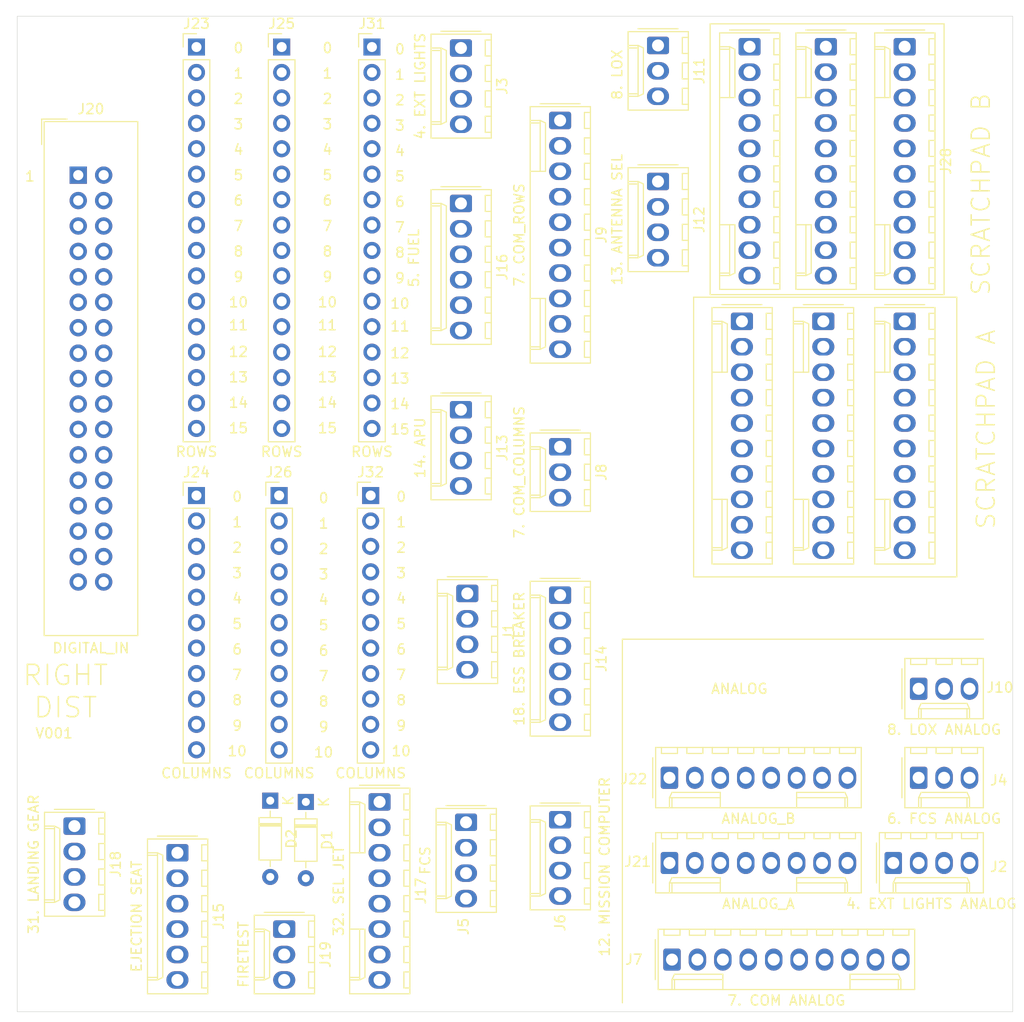
<source format=kicad_pcb>
(kicad_pcb (version 20171130) (host pcbnew "(5.1.5-0-10_14)")

  (general
    (thickness 1.6)
    (drawings 101)
    (tracks 0)
    (zones 0)
    (modules 44)
    (nets 64)
  )

  (page A4)
  (layers
    (0 F.Cu signal)
    (31 B.Cu signal)
    (32 B.Adhes user)
    (33 F.Adhes user)
    (34 B.Paste user)
    (35 F.Paste user)
    (36 B.SilkS user)
    (37 F.SilkS user)
    (38 B.Mask user)
    (39 F.Mask user)
    (40 Dwgs.User user)
    (41 Cmts.User user)
    (42 Eco1.User user)
    (43 Eco2.User user)
    (44 Edge.Cuts user)
    (45 Margin user)
    (46 B.CrtYd user)
    (47 F.CrtYd user)
    (48 B.Fab user)
    (49 F.Fab user)
  )

  (setup
    (last_trace_width 0.25)
    (trace_clearance 0.2)
    (zone_clearance 0.508)
    (zone_45_only no)
    (trace_min 0.2)
    (via_size 0.8)
    (via_drill 0.4)
    (via_min_size 0.4)
    (via_min_drill 0.3)
    (uvia_size 0.3)
    (uvia_drill 0.1)
    (uvias_allowed no)
    (uvia_min_size 0.2)
    (uvia_min_drill 0.1)
    (edge_width 0.05)
    (segment_width 0.2)
    (pcb_text_width 0.3)
    (pcb_text_size 1.5 1.5)
    (mod_edge_width 0.12)
    (mod_text_size 1 1)
    (mod_text_width 0.15)
    (pad_size 1.524 1.524)
    (pad_drill 0.762)
    (pad_to_mask_clearance 0.051)
    (solder_mask_min_width 0.25)
    (aux_axis_origin 0 0)
    (visible_elements FFFFFF7F)
    (pcbplotparams
      (layerselection 0x010fc_ffffffff)
      (usegerberextensions false)
      (usegerberattributes false)
      (usegerberadvancedattributes false)
      (creategerberjobfile false)
      (excludeedgelayer true)
      (linewidth 0.100000)
      (plotframeref false)
      (viasonmask false)
      (mode 1)
      (useauxorigin false)
      (hpglpennumber 1)
      (hpglpenspeed 20)
      (hpglpendiameter 15.000000)
      (psnegative false)
      (psa4output false)
      (plotreference true)
      (plotvalue true)
      (plotinvisibletext false)
      (padsonsilk false)
      (subtractmaskfromsilk false)
      (outputformat 1)
      (mirror false)
      (drillshape 0)
      (scaleselection 1)
      (outputdirectory "manufacturing"))
  )

  (net 0 "")
  (net 1 /FORMATION_DIMMER)
  (net 2 /POSITION_DIMMER)
  (net 3 /ANALOG_GND)
  (net 4 /ANALOG_5V)
  (net 5 /COL10)
  (net 6 /COL9)
  (net 7 /ROW1)
  (net 8 /ROW0)
  (net 9 /COL8)
  (net 10 /COL7)
  (net 11 /COL6)
  (net 12 /COL5)
  (net 13 /COL4)
  (net 14 /COL3)
  (net 15 /RUD_TRIM)
  (net 16 /ROW3)
  (net 17 /ROW2)
  (net 18 /ROW5)
  (net 19 /ROW4)
  (net 20 /COM_WPN)
  (net 21 /COM_AUX)
  (net 22 /COM_TACAN)
  (net 23 /COM_MIDS_B)
  (net 24 /COM_MIDS_A)
  (net 25 /COM_RWR)
  (net 26 /COM_ICS)
  (net 27 /COM_VOX)
  (net 28 /COL2)
  (net 29 /COL1)
  (net 30 /COL0)
  (net 31 /ROW9)
  (net 32 /ROW8)
  (net 33 /ROW7)
  (net 34 /ROW6)
  (net 35 /OXY_FLOW)
  (net 36 /ROW13)
  (net 37 /ROW12)
  (net 38 /ROW11)
  (net 39 /ROW10)
  (net 40 /ROW15)
  (net 41 /ROW14)
  (net 42 "Net-(D1-Pad2)")
  (net 43 "Net-(D2-Pad2)")
  (net 44 /A10)
  (net 45 /A9)
  (net 46 /A8)
  (net 47 /A7)
  (net 48 /A6)
  (net 49 /A5)
  (net 50 /A4)
  (net 51 /A3)
  (net 52 /A2)
  (net 53 /A1)
  (net 54 /B10)
  (net 55 /B9)
  (net 56 /B8)
  (net 57 /B7)
  (net 58 /B6)
  (net 59 /B5)
  (net 60 /B4)
  (net 61 /B3)
  (net 62 /B2)
  (net 63 /B1)

  (net_class Default "This is the default net class."
    (clearance 0.2)
    (trace_width 0.25)
    (via_dia 0.8)
    (via_drill 0.4)
    (uvia_dia 0.3)
    (uvia_drill 0.1)
    (add_net /A1)
    (add_net /A10)
    (add_net /A2)
    (add_net /A3)
    (add_net /A4)
    (add_net /A5)
    (add_net /A6)
    (add_net /A7)
    (add_net /A8)
    (add_net /A9)
    (add_net /ANALOG_5V)
    (add_net /ANALOG_GND)
    (add_net /B1)
    (add_net /B10)
    (add_net /B2)
    (add_net /B3)
    (add_net /B4)
    (add_net /B5)
    (add_net /B6)
    (add_net /B7)
    (add_net /B8)
    (add_net /B9)
    (add_net /COL0)
    (add_net /COL1)
    (add_net /COL10)
    (add_net /COL2)
    (add_net /COL3)
    (add_net /COL4)
    (add_net /COL5)
    (add_net /COL6)
    (add_net /COL7)
    (add_net /COL8)
    (add_net /COL9)
    (add_net /COM_AUX)
    (add_net /COM_ICS)
    (add_net /COM_MIDS_A)
    (add_net /COM_MIDS_B)
    (add_net /COM_RWR)
    (add_net /COM_TACAN)
    (add_net /COM_VOX)
    (add_net /COM_WPN)
    (add_net /FORMATION_DIMMER)
    (add_net /OXY_FLOW)
    (add_net /POSITION_DIMMER)
    (add_net /ROW0)
    (add_net /ROW1)
    (add_net /ROW10)
    (add_net /ROW11)
    (add_net /ROW12)
    (add_net /ROW13)
    (add_net /ROW14)
    (add_net /ROW15)
    (add_net /ROW2)
    (add_net /ROW3)
    (add_net /ROW4)
    (add_net /ROW5)
    (add_net /ROW6)
    (add_net /ROW7)
    (add_net /ROW8)
    (add_net /ROW9)
    (add_net /RUD_TRIM)
    (add_net "Net-(D1-Pad2)")
    (add_net "Net-(D2-Pad2)")
    (add_net "Net-(J1-Pad1)")
    (add_net "Net-(J1-Pad2)")
    (add_net "Net-(J1-Pad3)")
    (add_net "Net-(J1-Pad4)")
    (add_net "Net-(J14-Pad6)")
    (add_net "Net-(J15-Pad6)")
    (add_net "Net-(J20-Pad1)")
    (add_net "Net-(J20-Pad29)")
    (add_net "Net-(J20-Pad30)")
    (add_net "Net-(J20-Pad31)")
    (add_net "Net-(J20-Pad32)")
    (add_net "Net-(J20-Pad33)")
    (add_net "Net-(J20-Pad34)")
  )

  (module PT_Library_v001:Molex_1x04_P2.54mm_Vertical (layer F.Cu) (tedit 5B78013E) (tstamp 606A28FB)
    (at 174.879 94.615 270)
    (descr "Molex KK-254 Interconnect System, old/engineering part number: AE-6410-04A example for new part number: 22-27-2041, 4 Pins (http://www.molex.com/pdm_docs/sd/022272021_sd.pdf), generated with kicad-footprint-generator")
    (tags "connector Molex KK-254 side entry")
    (path /606A3FBC)
    (fp_text reference J1 (at 3.81 -4.12 90) (layer F.SilkS)
      (effects (font (size 1 1) (thickness 0.15)))
    )
    (fp_text value "01 - ELEC" (at 3.81 4.08 90) (layer F.Fab)
      (effects (font (size 1 1) (thickness 0.15)))
    )
    (fp_text user %R (at 3.81 -2.22 90) (layer F.Fab)
      (effects (font (size 1 1) (thickness 0.15)))
    )
    (fp_line (start 9.39 -3.42) (end -1.77 -3.42) (layer F.CrtYd) (width 0.05))
    (fp_line (start 9.39 3.38) (end 9.39 -3.42) (layer F.CrtYd) (width 0.05))
    (fp_line (start -1.77 3.38) (end 9.39 3.38) (layer F.CrtYd) (width 0.05))
    (fp_line (start -1.77 -3.42) (end -1.77 3.38) (layer F.CrtYd) (width 0.05))
    (fp_line (start 8.42 -2.43) (end 8.42 -3.03) (layer F.SilkS) (width 0.12))
    (fp_line (start 6.82 -2.43) (end 8.42 -2.43) (layer F.SilkS) (width 0.12))
    (fp_line (start 6.82 -3.03) (end 6.82 -2.43) (layer F.SilkS) (width 0.12))
    (fp_line (start 5.88 -2.43) (end 5.88 -3.03) (layer F.SilkS) (width 0.12))
    (fp_line (start 4.28 -2.43) (end 5.88 -2.43) (layer F.SilkS) (width 0.12))
    (fp_line (start 4.28 -3.03) (end 4.28 -2.43) (layer F.SilkS) (width 0.12))
    (fp_line (start 3.34 -2.43) (end 3.34 -3.03) (layer F.SilkS) (width 0.12))
    (fp_line (start 1.74 -2.43) (end 3.34 -2.43) (layer F.SilkS) (width 0.12))
    (fp_line (start 1.74 -3.03) (end 1.74 -2.43) (layer F.SilkS) (width 0.12))
    (fp_line (start 0.8 -2.43) (end 0.8 -3.03) (layer F.SilkS) (width 0.12))
    (fp_line (start -0.8 -2.43) (end 0.8 -2.43) (layer F.SilkS) (width 0.12))
    (fp_line (start -0.8 -3.03) (end -0.8 -2.43) (layer F.SilkS) (width 0.12))
    (fp_line (start 7.37 2.99) (end 7.37 1.99) (layer F.SilkS) (width 0.12))
    (fp_line (start 0.25 2.99) (end 0.25 1.99) (layer F.SilkS) (width 0.12))
    (fp_line (start 7.37 1.46) (end 7.62 1.99) (layer F.SilkS) (width 0.12))
    (fp_line (start 0.25 1.46) (end 7.37 1.46) (layer F.SilkS) (width 0.12))
    (fp_line (start 0 1.99) (end 0.25 1.46) (layer F.SilkS) (width 0.12))
    (fp_line (start 7.62 1.99) (end 7.62 2.99) (layer F.SilkS) (width 0.12))
    (fp_line (start 0 1.99) (end 7.62 1.99) (layer F.SilkS) (width 0.12))
    (fp_line (start 0 2.99) (end 0 1.99) (layer F.SilkS) (width 0.12))
    (fp_line (start -0.562893 0) (end -1.27 0.5) (layer F.Fab) (width 0.1))
    (fp_line (start -1.27 -0.5) (end -0.562893 0) (layer F.Fab) (width 0.1))
    (fp_line (start -1.67 -2) (end -1.67 2) (layer F.SilkS) (width 0.12))
    (fp_line (start 9 -3.03) (end -1.38 -3.03) (layer F.SilkS) (width 0.12))
    (fp_line (start 9 2.99) (end 9 -3.03) (layer F.SilkS) (width 0.12))
    (fp_line (start -1.38 2.99) (end 9 2.99) (layer F.SilkS) (width 0.12))
    (fp_line (start -1.38 -3.03) (end -1.38 2.99) (layer F.SilkS) (width 0.12))
    (fp_line (start 8.89 -2.92) (end -1.27 -2.92) (layer F.Fab) (width 0.1))
    (fp_line (start 8.89 2.88) (end 8.89 -2.92) (layer F.Fab) (width 0.1))
    (fp_line (start -1.27 2.88) (end 8.89 2.88) (layer F.Fab) (width 0.1))
    (fp_line (start -1.27 -2.92) (end -1.27 2.88) (layer F.Fab) (width 0.1))
    (pad 4 thru_hole oval (at 7.62 0 270) (size 1.74 2.2) (drill 1.2) (layers *.Cu *.Mask))
    (pad 3 thru_hole oval (at 5.08 0 270) (size 1.74 2.2) (drill 1.2) (layers *.Cu *.Mask))
    (pad 2 thru_hole oval (at 2.54 0 270) (size 1.74 2.2) (drill 1.2) (layers *.Cu *.Mask))
    (pad 1 thru_hole roundrect (at 0 0 270) (size 1.74 2.2) (drill 1.2) (layers *.Cu *.Mask) (roundrect_rratio 0.143678))
    (model ${KISYS3DMOD}/Connector_Molex.3dshapes/Molex_KK-254_AE-6410-04A_1x04_P2.54mm_Vertical.wrl
      (at (xyz 0 0 0))
      (scale (xyz 1 1 1))
      (rotate (xyz 0 0 0))
    )
  )

  (module MountingHole:MountingHole_3.2mm_M3 (layer F.Cu) (tedit 56D1B4CB) (tstamp 604E3F63)
    (at 225.35 40.386)
    (descr "Mounting Hole 3.2mm, no annular, M3")
    (tags "mounting hole 3.2mm no annular m3")
    (path /605F6C77)
    (attr virtual)
    (fp_text reference H8 (at 0 -4.2) (layer Dwgs.User)
      (effects (font (size 1 1) (thickness 0.15)))
    )
    (fp_text value MountingHole (at 0 4.2) (layer F.Fab)
      (effects (font (size 1 1) (thickness 0.15)))
    )
    (fp_circle (center 0 0) (end 3.45 0) (layer F.CrtYd) (width 0.05))
    (fp_circle (center 0 0) (end 3.2 0) (layer Cmts.User) (width 0.15))
    (fp_text user %R (at 0.3 0) (layer F.Fab)
      (effects (font (size 1 1) (thickness 0.15)))
    )
    (pad 1 np_thru_hole circle (at 0 0) (size 3.2 3.2) (drill 3.2) (layers *.Cu *.Mask))
  )

  (module MountingHole:MountingHole_3.2mm_M3 (layer F.Cu) (tedit 56D1B4CB) (tstamp 604E3F5B)
    (at 193.35 96.386)
    (descr "Mounting Hole 3.2mm, no annular, M3")
    (tags "mounting hole 3.2mm no annular m3")
    (path /605F60C5)
    (attr virtual)
    (fp_text reference H7 (at 0 -4.2) (layer Dwgs.User)
      (effects (font (size 1 1) (thickness 0.15)))
    )
    (fp_text value MountingHole (at 0 4.2) (layer F.Fab)
      (effects (font (size 1 1) (thickness 0.15)))
    )
    (fp_circle (center 0 0) (end 3.45 0) (layer F.CrtYd) (width 0.05))
    (fp_circle (center 0 0) (end 3.2 0) (layer Cmts.User) (width 0.15))
    (fp_text user %R (at 0.3 0) (layer F.Fab)
      (effects (font (size 1 1) (thickness 0.15)))
    )
    (pad 1 np_thru_hole circle (at 0 0) (size 3.2 3.2) (drill 3.2) (layers *.Cu *.Mask))
  )

  (module PT_Library_v001:Molex_1x10_P2.54mm_Vertical (layer F.Cu) (tedit 5B78013E) (tstamp 604DEFC1)
    (at 203.073 40.005 270)
    (descr "Molex KK-254 Interconnect System, old/engineering part number: AE-6410-10A example for new part number: 22-27-2101, 10 Pins (http://www.molex.com/pdm_docs/sd/022272021_sd.pdf), generated with kicad-footprint-generator")
    (tags "connector Molex KK-254 side entry")
    (path /6054DF0C)
    (fp_text reference J34 (at 11.43 -4.12 90) (layer Dwgs.User)
      (effects (font (size 1 1) (thickness 0.15)))
    )
    (fp_text value SpareB3 (at 11.43 4.08 90) (layer F.Fab)
      (effects (font (size 1 1) (thickness 0.15)))
    )
    (fp_text user %R (at 11.43 -2.22 90) (layer F.Fab)
      (effects (font (size 1 1) (thickness 0.15)))
    )
    (fp_line (start 24.63 -3.42) (end -1.77 -3.42) (layer F.CrtYd) (width 0.05))
    (fp_line (start 24.63 3.38) (end 24.63 -3.42) (layer F.CrtYd) (width 0.05))
    (fp_line (start -1.77 3.38) (end 24.63 3.38) (layer F.CrtYd) (width 0.05))
    (fp_line (start -1.77 -3.42) (end -1.77 3.38) (layer F.CrtYd) (width 0.05))
    (fp_line (start 23.66 -2.43) (end 23.66 -3.03) (layer F.SilkS) (width 0.12))
    (fp_line (start 22.06 -2.43) (end 23.66 -2.43) (layer F.SilkS) (width 0.12))
    (fp_line (start 22.06 -3.03) (end 22.06 -2.43) (layer F.SilkS) (width 0.12))
    (fp_line (start 21.12 -2.43) (end 21.12 -3.03) (layer F.SilkS) (width 0.12))
    (fp_line (start 19.52 -2.43) (end 21.12 -2.43) (layer F.SilkS) (width 0.12))
    (fp_line (start 19.52 -3.03) (end 19.52 -2.43) (layer F.SilkS) (width 0.12))
    (fp_line (start 18.58 -2.43) (end 18.58 -3.03) (layer F.SilkS) (width 0.12))
    (fp_line (start 16.98 -2.43) (end 18.58 -2.43) (layer F.SilkS) (width 0.12))
    (fp_line (start 16.98 -3.03) (end 16.98 -2.43) (layer F.SilkS) (width 0.12))
    (fp_line (start 16.04 -2.43) (end 16.04 -3.03) (layer F.SilkS) (width 0.12))
    (fp_line (start 14.44 -2.43) (end 16.04 -2.43) (layer F.SilkS) (width 0.12))
    (fp_line (start 14.44 -3.03) (end 14.44 -2.43) (layer F.SilkS) (width 0.12))
    (fp_line (start 13.5 -2.43) (end 13.5 -3.03) (layer F.SilkS) (width 0.12))
    (fp_line (start 11.9 -2.43) (end 13.5 -2.43) (layer F.SilkS) (width 0.12))
    (fp_line (start 11.9 -3.03) (end 11.9 -2.43) (layer F.SilkS) (width 0.12))
    (fp_line (start 10.96 -2.43) (end 10.96 -3.03) (layer F.SilkS) (width 0.12))
    (fp_line (start 9.36 -2.43) (end 10.96 -2.43) (layer F.SilkS) (width 0.12))
    (fp_line (start 9.36 -3.03) (end 9.36 -2.43) (layer F.SilkS) (width 0.12))
    (fp_line (start 8.42 -2.43) (end 8.42 -3.03) (layer F.SilkS) (width 0.12))
    (fp_line (start 6.82 -2.43) (end 8.42 -2.43) (layer F.SilkS) (width 0.12))
    (fp_line (start 6.82 -3.03) (end 6.82 -2.43) (layer F.SilkS) (width 0.12))
    (fp_line (start 5.88 -2.43) (end 5.88 -3.03) (layer F.SilkS) (width 0.12))
    (fp_line (start 4.28 -2.43) (end 5.88 -2.43) (layer F.SilkS) (width 0.12))
    (fp_line (start 4.28 -3.03) (end 4.28 -2.43) (layer F.SilkS) (width 0.12))
    (fp_line (start 3.34 -2.43) (end 3.34 -3.03) (layer F.SilkS) (width 0.12))
    (fp_line (start 1.74 -2.43) (end 3.34 -2.43) (layer F.SilkS) (width 0.12))
    (fp_line (start 1.74 -3.03) (end 1.74 -2.43) (layer F.SilkS) (width 0.12))
    (fp_line (start 0.8 -2.43) (end 0.8 -3.03) (layer F.SilkS) (width 0.12))
    (fp_line (start -0.8 -2.43) (end 0.8 -2.43) (layer F.SilkS) (width 0.12))
    (fp_line (start -0.8 -3.03) (end -0.8 -2.43) (layer F.SilkS) (width 0.12))
    (fp_line (start 22.61 2.99) (end 22.61 1.99) (layer F.SilkS) (width 0.12))
    (fp_line (start 17.78 1.46) (end 17.78 1.99) (layer F.SilkS) (width 0.12))
    (fp_line (start 22.61 1.46) (end 17.78 1.46) (layer F.SilkS) (width 0.12))
    (fp_line (start 22.86 1.99) (end 22.61 1.46) (layer F.SilkS) (width 0.12))
    (fp_line (start 17.78 1.99) (end 17.78 2.99) (layer F.SilkS) (width 0.12))
    (fp_line (start 22.86 1.99) (end 17.78 1.99) (layer F.SilkS) (width 0.12))
    (fp_line (start 22.86 2.99) (end 22.86 1.99) (layer F.SilkS) (width 0.12))
    (fp_line (start 0.25 2.99) (end 0.25 1.99) (layer F.SilkS) (width 0.12))
    (fp_line (start 5.08 1.46) (end 5.08 1.99) (layer F.SilkS) (width 0.12))
    (fp_line (start 0.25 1.46) (end 5.08 1.46) (layer F.SilkS) (width 0.12))
    (fp_line (start 0 1.99) (end 0.25 1.46) (layer F.SilkS) (width 0.12))
    (fp_line (start 5.08 1.99) (end 5.08 2.99) (layer F.SilkS) (width 0.12))
    (fp_line (start 0 1.99) (end 5.08 1.99) (layer F.SilkS) (width 0.12))
    (fp_line (start 0 2.99) (end 0 1.99) (layer F.SilkS) (width 0.12))
    (fp_line (start -0.562893 0) (end -1.27 0.5) (layer F.Fab) (width 0.1))
    (fp_line (start -1.27 -0.5) (end -0.562893 0) (layer F.Fab) (width 0.1))
    (fp_line (start -1.67 -2) (end -1.67 2) (layer F.SilkS) (width 0.12))
    (fp_line (start 24.24 -3.03) (end -1.38 -3.03) (layer F.SilkS) (width 0.12))
    (fp_line (start 24.24 2.99) (end 24.24 -3.03) (layer F.SilkS) (width 0.12))
    (fp_line (start -1.38 2.99) (end 24.24 2.99) (layer F.SilkS) (width 0.12))
    (fp_line (start -1.38 -3.03) (end -1.38 2.99) (layer F.SilkS) (width 0.12))
    (fp_line (start 24.13 -2.92) (end -1.27 -2.92) (layer F.Fab) (width 0.1))
    (fp_line (start 24.13 2.88) (end 24.13 -2.92) (layer F.Fab) (width 0.1))
    (fp_line (start -1.27 2.88) (end 24.13 2.88) (layer F.Fab) (width 0.1))
    (fp_line (start -1.27 -2.92) (end -1.27 2.88) (layer F.Fab) (width 0.1))
    (pad 10 thru_hole oval (at 22.86 0 270) (size 1.74 2.2) (drill 1.2) (layers *.Cu *.Mask)
      (net 54 /B10))
    (pad 9 thru_hole oval (at 20.32 0 270) (size 1.74 2.2) (drill 1.2) (layers *.Cu *.Mask)
      (net 55 /B9))
    (pad 8 thru_hole oval (at 17.78 0 270) (size 1.74 2.2) (drill 1.2) (layers *.Cu *.Mask)
      (net 56 /B8))
    (pad 7 thru_hole oval (at 15.24 0 270) (size 1.74 2.2) (drill 1.2) (layers *.Cu *.Mask)
      (net 57 /B7))
    (pad 6 thru_hole oval (at 12.7 0 270) (size 1.74 2.2) (drill 1.2) (layers *.Cu *.Mask)
      (net 58 /B6))
    (pad 5 thru_hole oval (at 10.16 0 270) (size 1.74 2.2) (drill 1.2) (layers *.Cu *.Mask)
      (net 59 /B5))
    (pad 4 thru_hole oval (at 7.62 0 270) (size 1.74 2.2) (drill 1.2) (layers *.Cu *.Mask)
      (net 60 /B4))
    (pad 3 thru_hole oval (at 5.08 0 270) (size 1.74 2.2) (drill 1.2) (layers *.Cu *.Mask)
      (net 61 /B3))
    (pad 2 thru_hole oval (at 2.54 0 270) (size 1.74 2.2) (drill 1.2) (layers *.Cu *.Mask)
      (net 62 /B2))
    (pad 1 thru_hole roundrect (at 0 0 270) (size 1.74 2.2) (drill 1.2) (layers *.Cu *.Mask) (roundrect_rratio 0.143678)
      (net 63 /B1))
    (model ${KISYS3DMOD}/Connector_Molex.3dshapes/Molex_KK-254_AE-6410-10A_1x10_P2.54mm_Vertical.wrl
      (at (xyz 0 0 0))
      (scale (xyz 1 1 1))
      (rotate (xyz 0 0 0))
    )
  )

  (module PT_Library_v001:Molex_1x10_P2.54mm_Vertical (layer F.Cu) (tedit 5B78013E) (tstamp 604DEF77)
    (at 202.311 67.437 270)
    (descr "Molex KK-254 Interconnect System, old/engineering part number: AE-6410-10A example for new part number: 22-27-2101, 10 Pins (http://www.molex.com/pdm_docs/sd/022272021_sd.pdf), generated with kicad-footprint-generator")
    (tags "connector Molex KK-254 side entry")
    (path /60549EB3)
    (fp_text reference J33 (at 11.43 -4.12 90) (layer Dwgs.User)
      (effects (font (size 1 1) (thickness 0.15)))
    )
    (fp_text value SpareA3 (at 11.43 4.08 90) (layer F.Fab)
      (effects (font (size 1 1) (thickness 0.15)))
    )
    (fp_text user %R (at 11.43 -2.22 90) (layer F.Fab)
      (effects (font (size 1 1) (thickness 0.15)))
    )
    (fp_line (start 24.63 -3.42) (end -1.77 -3.42) (layer F.CrtYd) (width 0.05))
    (fp_line (start 24.63 3.38) (end 24.63 -3.42) (layer F.CrtYd) (width 0.05))
    (fp_line (start -1.77 3.38) (end 24.63 3.38) (layer F.CrtYd) (width 0.05))
    (fp_line (start -1.77 -3.42) (end -1.77 3.38) (layer F.CrtYd) (width 0.05))
    (fp_line (start 23.66 -2.43) (end 23.66 -3.03) (layer F.SilkS) (width 0.12))
    (fp_line (start 22.06 -2.43) (end 23.66 -2.43) (layer F.SilkS) (width 0.12))
    (fp_line (start 22.06 -3.03) (end 22.06 -2.43) (layer F.SilkS) (width 0.12))
    (fp_line (start 21.12 -2.43) (end 21.12 -3.03) (layer F.SilkS) (width 0.12))
    (fp_line (start 19.52 -2.43) (end 21.12 -2.43) (layer F.SilkS) (width 0.12))
    (fp_line (start 19.52 -3.03) (end 19.52 -2.43) (layer F.SilkS) (width 0.12))
    (fp_line (start 18.58 -2.43) (end 18.58 -3.03) (layer F.SilkS) (width 0.12))
    (fp_line (start 16.98 -2.43) (end 18.58 -2.43) (layer F.SilkS) (width 0.12))
    (fp_line (start 16.98 -3.03) (end 16.98 -2.43) (layer F.SilkS) (width 0.12))
    (fp_line (start 16.04 -2.43) (end 16.04 -3.03) (layer F.SilkS) (width 0.12))
    (fp_line (start 14.44 -2.43) (end 16.04 -2.43) (layer F.SilkS) (width 0.12))
    (fp_line (start 14.44 -3.03) (end 14.44 -2.43) (layer F.SilkS) (width 0.12))
    (fp_line (start 13.5 -2.43) (end 13.5 -3.03) (layer F.SilkS) (width 0.12))
    (fp_line (start 11.9 -2.43) (end 13.5 -2.43) (layer F.SilkS) (width 0.12))
    (fp_line (start 11.9 -3.03) (end 11.9 -2.43) (layer F.SilkS) (width 0.12))
    (fp_line (start 10.96 -2.43) (end 10.96 -3.03) (layer F.SilkS) (width 0.12))
    (fp_line (start 9.36 -2.43) (end 10.96 -2.43) (layer F.SilkS) (width 0.12))
    (fp_line (start 9.36 -3.03) (end 9.36 -2.43) (layer F.SilkS) (width 0.12))
    (fp_line (start 8.42 -2.43) (end 8.42 -3.03) (layer F.SilkS) (width 0.12))
    (fp_line (start 6.82 -2.43) (end 8.42 -2.43) (layer F.SilkS) (width 0.12))
    (fp_line (start 6.82 -3.03) (end 6.82 -2.43) (layer F.SilkS) (width 0.12))
    (fp_line (start 5.88 -2.43) (end 5.88 -3.03) (layer F.SilkS) (width 0.12))
    (fp_line (start 4.28 -2.43) (end 5.88 -2.43) (layer F.SilkS) (width 0.12))
    (fp_line (start 4.28 -3.03) (end 4.28 -2.43) (layer F.SilkS) (width 0.12))
    (fp_line (start 3.34 -2.43) (end 3.34 -3.03) (layer F.SilkS) (width 0.12))
    (fp_line (start 1.74 -2.43) (end 3.34 -2.43) (layer F.SilkS) (width 0.12))
    (fp_line (start 1.74 -3.03) (end 1.74 -2.43) (layer F.SilkS) (width 0.12))
    (fp_line (start 0.8 -2.43) (end 0.8 -3.03) (layer F.SilkS) (width 0.12))
    (fp_line (start -0.8 -2.43) (end 0.8 -2.43) (layer F.SilkS) (width 0.12))
    (fp_line (start -0.8 -3.03) (end -0.8 -2.43) (layer F.SilkS) (width 0.12))
    (fp_line (start 22.61 2.99) (end 22.61 1.99) (layer F.SilkS) (width 0.12))
    (fp_line (start 17.78 1.46) (end 17.78 1.99) (layer F.SilkS) (width 0.12))
    (fp_line (start 22.61 1.46) (end 17.78 1.46) (layer F.SilkS) (width 0.12))
    (fp_line (start 22.86 1.99) (end 22.61 1.46) (layer F.SilkS) (width 0.12))
    (fp_line (start 17.78 1.99) (end 17.78 2.99) (layer F.SilkS) (width 0.12))
    (fp_line (start 22.86 1.99) (end 17.78 1.99) (layer F.SilkS) (width 0.12))
    (fp_line (start 22.86 2.99) (end 22.86 1.99) (layer F.SilkS) (width 0.12))
    (fp_line (start 0.25 2.99) (end 0.25 1.99) (layer F.SilkS) (width 0.12))
    (fp_line (start 5.08 1.46) (end 5.08 1.99) (layer F.SilkS) (width 0.12))
    (fp_line (start 0.25 1.46) (end 5.08 1.46) (layer F.SilkS) (width 0.12))
    (fp_line (start 0 1.99) (end 0.25 1.46) (layer F.SilkS) (width 0.12))
    (fp_line (start 5.08 1.99) (end 5.08 2.99) (layer F.SilkS) (width 0.12))
    (fp_line (start 0 1.99) (end 5.08 1.99) (layer F.SilkS) (width 0.12))
    (fp_line (start 0 2.99) (end 0 1.99) (layer F.SilkS) (width 0.12))
    (fp_line (start -0.562893 0) (end -1.27 0.5) (layer F.Fab) (width 0.1))
    (fp_line (start -1.27 -0.5) (end -0.562893 0) (layer F.Fab) (width 0.1))
    (fp_line (start -1.67 -2) (end -1.67 2) (layer F.SilkS) (width 0.12))
    (fp_line (start 24.24 -3.03) (end -1.38 -3.03) (layer F.SilkS) (width 0.12))
    (fp_line (start 24.24 2.99) (end 24.24 -3.03) (layer F.SilkS) (width 0.12))
    (fp_line (start -1.38 2.99) (end 24.24 2.99) (layer F.SilkS) (width 0.12))
    (fp_line (start -1.38 -3.03) (end -1.38 2.99) (layer F.SilkS) (width 0.12))
    (fp_line (start 24.13 -2.92) (end -1.27 -2.92) (layer F.Fab) (width 0.1))
    (fp_line (start 24.13 2.88) (end 24.13 -2.92) (layer F.Fab) (width 0.1))
    (fp_line (start -1.27 2.88) (end 24.13 2.88) (layer F.Fab) (width 0.1))
    (fp_line (start -1.27 -2.92) (end -1.27 2.88) (layer F.Fab) (width 0.1))
    (pad 10 thru_hole oval (at 22.86 0 270) (size 1.74 2.2) (drill 1.2) (layers *.Cu *.Mask)
      (net 44 /A10))
    (pad 9 thru_hole oval (at 20.32 0 270) (size 1.74 2.2) (drill 1.2) (layers *.Cu *.Mask)
      (net 45 /A9))
    (pad 8 thru_hole oval (at 17.78 0 270) (size 1.74 2.2) (drill 1.2) (layers *.Cu *.Mask)
      (net 46 /A8))
    (pad 7 thru_hole oval (at 15.24 0 270) (size 1.74 2.2) (drill 1.2) (layers *.Cu *.Mask)
      (net 47 /A7))
    (pad 6 thru_hole oval (at 12.7 0 270) (size 1.74 2.2) (drill 1.2) (layers *.Cu *.Mask)
      (net 48 /A6))
    (pad 5 thru_hole oval (at 10.16 0 270) (size 1.74 2.2) (drill 1.2) (layers *.Cu *.Mask)
      (net 49 /A5))
    (pad 4 thru_hole oval (at 7.62 0 270) (size 1.74 2.2) (drill 1.2) (layers *.Cu *.Mask)
      (net 50 /A4))
    (pad 3 thru_hole oval (at 5.08 0 270) (size 1.74 2.2) (drill 1.2) (layers *.Cu *.Mask)
      (net 51 /A3))
    (pad 2 thru_hole oval (at 2.54 0 270) (size 1.74 2.2) (drill 1.2) (layers *.Cu *.Mask)
      (net 52 /A2))
    (pad 1 thru_hole roundrect (at 0 0 270) (size 1.74 2.2) (drill 1.2) (layers *.Cu *.Mask) (roundrect_rratio 0.143678)
      (net 53 /A1))
    (model ${KISYS3DMOD}/Connector_Molex.3dshapes/Molex_KK-254_AE-6410-10A_1x10_P2.54mm_Vertical.wrl
      (at (xyz 0 0 0))
      (scale (xyz 1 1 1))
      (rotate (xyz 0 0 0))
    )
  )

  (module PT_Library_v001:Molex_1x10_P2.54mm_Vertical (layer F.Cu) (tedit 5B78013E) (tstamp 604DEEEC)
    (at 210.693 40.005 270)
    (descr "Molex KK-254 Interconnect System, old/engineering part number: AE-6410-10A example for new part number: 22-27-2101, 10 Pins (http://www.molex.com/pdm_docs/sd/022272021_sd.pdf), generated with kicad-footprint-generator")
    (tags "connector Molex KK-254 side entry")
    (path /6054CC0E)
    (fp_text reference J30 (at 11.43 -4.12 90) (layer Dwgs.User)
      (effects (font (size 1 1) (thickness 0.15)))
    )
    (fp_text value SpareB2 (at 11.43 4.08 90) (layer F.Fab)
      (effects (font (size 1 1) (thickness 0.15)))
    )
    (fp_text user %R (at 11.43 -2.22 90) (layer F.Fab)
      (effects (font (size 1 1) (thickness 0.15)))
    )
    (fp_line (start 24.63 -3.42) (end -1.77 -3.42) (layer F.CrtYd) (width 0.05))
    (fp_line (start 24.63 3.38) (end 24.63 -3.42) (layer F.CrtYd) (width 0.05))
    (fp_line (start -1.77 3.38) (end 24.63 3.38) (layer F.CrtYd) (width 0.05))
    (fp_line (start -1.77 -3.42) (end -1.77 3.38) (layer F.CrtYd) (width 0.05))
    (fp_line (start 23.66 -2.43) (end 23.66 -3.03) (layer F.SilkS) (width 0.12))
    (fp_line (start 22.06 -2.43) (end 23.66 -2.43) (layer F.SilkS) (width 0.12))
    (fp_line (start 22.06 -3.03) (end 22.06 -2.43) (layer F.SilkS) (width 0.12))
    (fp_line (start 21.12 -2.43) (end 21.12 -3.03) (layer F.SilkS) (width 0.12))
    (fp_line (start 19.52 -2.43) (end 21.12 -2.43) (layer F.SilkS) (width 0.12))
    (fp_line (start 19.52 -3.03) (end 19.52 -2.43) (layer F.SilkS) (width 0.12))
    (fp_line (start 18.58 -2.43) (end 18.58 -3.03) (layer F.SilkS) (width 0.12))
    (fp_line (start 16.98 -2.43) (end 18.58 -2.43) (layer F.SilkS) (width 0.12))
    (fp_line (start 16.98 -3.03) (end 16.98 -2.43) (layer F.SilkS) (width 0.12))
    (fp_line (start 16.04 -2.43) (end 16.04 -3.03) (layer F.SilkS) (width 0.12))
    (fp_line (start 14.44 -2.43) (end 16.04 -2.43) (layer F.SilkS) (width 0.12))
    (fp_line (start 14.44 -3.03) (end 14.44 -2.43) (layer F.SilkS) (width 0.12))
    (fp_line (start 13.5 -2.43) (end 13.5 -3.03) (layer F.SilkS) (width 0.12))
    (fp_line (start 11.9 -2.43) (end 13.5 -2.43) (layer F.SilkS) (width 0.12))
    (fp_line (start 11.9 -3.03) (end 11.9 -2.43) (layer F.SilkS) (width 0.12))
    (fp_line (start 10.96 -2.43) (end 10.96 -3.03) (layer F.SilkS) (width 0.12))
    (fp_line (start 9.36 -2.43) (end 10.96 -2.43) (layer F.SilkS) (width 0.12))
    (fp_line (start 9.36 -3.03) (end 9.36 -2.43) (layer F.SilkS) (width 0.12))
    (fp_line (start 8.42 -2.43) (end 8.42 -3.03) (layer F.SilkS) (width 0.12))
    (fp_line (start 6.82 -2.43) (end 8.42 -2.43) (layer F.SilkS) (width 0.12))
    (fp_line (start 6.82 -3.03) (end 6.82 -2.43) (layer F.SilkS) (width 0.12))
    (fp_line (start 5.88 -2.43) (end 5.88 -3.03) (layer F.SilkS) (width 0.12))
    (fp_line (start 4.28 -2.43) (end 5.88 -2.43) (layer F.SilkS) (width 0.12))
    (fp_line (start 4.28 -3.03) (end 4.28 -2.43) (layer F.SilkS) (width 0.12))
    (fp_line (start 3.34 -2.43) (end 3.34 -3.03) (layer F.SilkS) (width 0.12))
    (fp_line (start 1.74 -2.43) (end 3.34 -2.43) (layer F.SilkS) (width 0.12))
    (fp_line (start 1.74 -3.03) (end 1.74 -2.43) (layer F.SilkS) (width 0.12))
    (fp_line (start 0.8 -2.43) (end 0.8 -3.03) (layer F.SilkS) (width 0.12))
    (fp_line (start -0.8 -2.43) (end 0.8 -2.43) (layer F.SilkS) (width 0.12))
    (fp_line (start -0.8 -3.03) (end -0.8 -2.43) (layer F.SilkS) (width 0.12))
    (fp_line (start 22.61 2.99) (end 22.61 1.99) (layer F.SilkS) (width 0.12))
    (fp_line (start 17.78 1.46) (end 17.78 1.99) (layer F.SilkS) (width 0.12))
    (fp_line (start 22.61 1.46) (end 17.78 1.46) (layer F.SilkS) (width 0.12))
    (fp_line (start 22.86 1.99) (end 22.61 1.46) (layer F.SilkS) (width 0.12))
    (fp_line (start 17.78 1.99) (end 17.78 2.99) (layer F.SilkS) (width 0.12))
    (fp_line (start 22.86 1.99) (end 17.78 1.99) (layer F.SilkS) (width 0.12))
    (fp_line (start 22.86 2.99) (end 22.86 1.99) (layer F.SilkS) (width 0.12))
    (fp_line (start 0.25 2.99) (end 0.25 1.99) (layer F.SilkS) (width 0.12))
    (fp_line (start 5.08 1.46) (end 5.08 1.99) (layer F.SilkS) (width 0.12))
    (fp_line (start 0.25 1.46) (end 5.08 1.46) (layer F.SilkS) (width 0.12))
    (fp_line (start 0 1.99) (end 0.25 1.46) (layer F.SilkS) (width 0.12))
    (fp_line (start 5.08 1.99) (end 5.08 2.99) (layer F.SilkS) (width 0.12))
    (fp_line (start 0 1.99) (end 5.08 1.99) (layer F.SilkS) (width 0.12))
    (fp_line (start 0 2.99) (end 0 1.99) (layer F.SilkS) (width 0.12))
    (fp_line (start -0.562893 0) (end -1.27 0.5) (layer F.Fab) (width 0.1))
    (fp_line (start -1.27 -0.5) (end -0.562893 0) (layer F.Fab) (width 0.1))
    (fp_line (start -1.67 -2) (end -1.67 2) (layer F.SilkS) (width 0.12))
    (fp_line (start 24.24 -3.03) (end -1.38 -3.03) (layer F.SilkS) (width 0.12))
    (fp_line (start 24.24 2.99) (end 24.24 -3.03) (layer F.SilkS) (width 0.12))
    (fp_line (start -1.38 2.99) (end 24.24 2.99) (layer F.SilkS) (width 0.12))
    (fp_line (start -1.38 -3.03) (end -1.38 2.99) (layer F.SilkS) (width 0.12))
    (fp_line (start 24.13 -2.92) (end -1.27 -2.92) (layer F.Fab) (width 0.1))
    (fp_line (start 24.13 2.88) (end 24.13 -2.92) (layer F.Fab) (width 0.1))
    (fp_line (start -1.27 2.88) (end 24.13 2.88) (layer F.Fab) (width 0.1))
    (fp_line (start -1.27 -2.92) (end -1.27 2.88) (layer F.Fab) (width 0.1))
    (pad 10 thru_hole oval (at 22.86 0 270) (size 1.74 2.2) (drill 1.2) (layers *.Cu *.Mask)
      (net 54 /B10))
    (pad 9 thru_hole oval (at 20.32 0 270) (size 1.74 2.2) (drill 1.2) (layers *.Cu *.Mask)
      (net 55 /B9))
    (pad 8 thru_hole oval (at 17.78 0 270) (size 1.74 2.2) (drill 1.2) (layers *.Cu *.Mask)
      (net 56 /B8))
    (pad 7 thru_hole oval (at 15.24 0 270) (size 1.74 2.2) (drill 1.2) (layers *.Cu *.Mask)
      (net 57 /B7))
    (pad 6 thru_hole oval (at 12.7 0 270) (size 1.74 2.2) (drill 1.2) (layers *.Cu *.Mask)
      (net 58 /B6))
    (pad 5 thru_hole oval (at 10.16 0 270) (size 1.74 2.2) (drill 1.2) (layers *.Cu *.Mask)
      (net 59 /B5))
    (pad 4 thru_hole oval (at 7.62 0 270) (size 1.74 2.2) (drill 1.2) (layers *.Cu *.Mask)
      (net 60 /B4))
    (pad 3 thru_hole oval (at 5.08 0 270) (size 1.74 2.2) (drill 1.2) (layers *.Cu *.Mask)
      (net 61 /B3))
    (pad 2 thru_hole oval (at 2.54 0 270) (size 1.74 2.2) (drill 1.2) (layers *.Cu *.Mask)
      (net 62 /B2))
    (pad 1 thru_hole roundrect (at 0 0 270) (size 1.74 2.2) (drill 1.2) (layers *.Cu *.Mask) (roundrect_rratio 0.143678)
      (net 63 /B1))
    (model ${KISYS3DMOD}/Connector_Molex.3dshapes/Molex_KK-254_AE-6410-10A_1x10_P2.54mm_Vertical.wrl
      (at (xyz 0 0 0))
      (scale (xyz 1 1 1))
      (rotate (xyz 0 0 0))
    )
  )

  (module PT_Library_v001:Molex_1x10_P2.54mm_Vertical (layer F.Cu) (tedit 5B78013E) (tstamp 604DEEA2)
    (at 218.567 67.437 270)
    (descr "Molex KK-254 Interconnect System, old/engineering part number: AE-6410-10A example for new part number: 22-27-2101, 10 Pins (http://www.molex.com/pdm_docs/sd/022272021_sd.pdf), generated with kicad-footprint-generator")
    (tags "connector Molex KK-254 side entry")
    (path /60548F78)
    (fp_text reference J29 (at 11.43 -4.12 90) (layer Dwgs.User)
      (effects (font (size 1 1) (thickness 0.15)))
    )
    (fp_text value SpareA2 (at 11.43 4.08 90) (layer F.Fab)
      (effects (font (size 1 1) (thickness 0.15)))
    )
    (fp_text user %R (at 11.43 -2.22 90) (layer F.Fab)
      (effects (font (size 1 1) (thickness 0.15)))
    )
    (fp_line (start 24.63 -3.42) (end -1.77 -3.42) (layer F.CrtYd) (width 0.05))
    (fp_line (start 24.63 3.38) (end 24.63 -3.42) (layer F.CrtYd) (width 0.05))
    (fp_line (start -1.77 3.38) (end 24.63 3.38) (layer F.CrtYd) (width 0.05))
    (fp_line (start -1.77 -3.42) (end -1.77 3.38) (layer F.CrtYd) (width 0.05))
    (fp_line (start 23.66 -2.43) (end 23.66 -3.03) (layer F.SilkS) (width 0.12))
    (fp_line (start 22.06 -2.43) (end 23.66 -2.43) (layer F.SilkS) (width 0.12))
    (fp_line (start 22.06 -3.03) (end 22.06 -2.43) (layer F.SilkS) (width 0.12))
    (fp_line (start 21.12 -2.43) (end 21.12 -3.03) (layer F.SilkS) (width 0.12))
    (fp_line (start 19.52 -2.43) (end 21.12 -2.43) (layer F.SilkS) (width 0.12))
    (fp_line (start 19.52 -3.03) (end 19.52 -2.43) (layer F.SilkS) (width 0.12))
    (fp_line (start 18.58 -2.43) (end 18.58 -3.03) (layer F.SilkS) (width 0.12))
    (fp_line (start 16.98 -2.43) (end 18.58 -2.43) (layer F.SilkS) (width 0.12))
    (fp_line (start 16.98 -3.03) (end 16.98 -2.43) (layer F.SilkS) (width 0.12))
    (fp_line (start 16.04 -2.43) (end 16.04 -3.03) (layer F.SilkS) (width 0.12))
    (fp_line (start 14.44 -2.43) (end 16.04 -2.43) (layer F.SilkS) (width 0.12))
    (fp_line (start 14.44 -3.03) (end 14.44 -2.43) (layer F.SilkS) (width 0.12))
    (fp_line (start 13.5 -2.43) (end 13.5 -3.03) (layer F.SilkS) (width 0.12))
    (fp_line (start 11.9 -2.43) (end 13.5 -2.43) (layer F.SilkS) (width 0.12))
    (fp_line (start 11.9 -3.03) (end 11.9 -2.43) (layer F.SilkS) (width 0.12))
    (fp_line (start 10.96 -2.43) (end 10.96 -3.03) (layer F.SilkS) (width 0.12))
    (fp_line (start 9.36 -2.43) (end 10.96 -2.43) (layer F.SilkS) (width 0.12))
    (fp_line (start 9.36 -3.03) (end 9.36 -2.43) (layer F.SilkS) (width 0.12))
    (fp_line (start 8.42 -2.43) (end 8.42 -3.03) (layer F.SilkS) (width 0.12))
    (fp_line (start 6.82 -2.43) (end 8.42 -2.43) (layer F.SilkS) (width 0.12))
    (fp_line (start 6.82 -3.03) (end 6.82 -2.43) (layer F.SilkS) (width 0.12))
    (fp_line (start 5.88 -2.43) (end 5.88 -3.03) (layer F.SilkS) (width 0.12))
    (fp_line (start 4.28 -2.43) (end 5.88 -2.43) (layer F.SilkS) (width 0.12))
    (fp_line (start 4.28 -3.03) (end 4.28 -2.43) (layer F.SilkS) (width 0.12))
    (fp_line (start 3.34 -2.43) (end 3.34 -3.03) (layer F.SilkS) (width 0.12))
    (fp_line (start 1.74 -2.43) (end 3.34 -2.43) (layer F.SilkS) (width 0.12))
    (fp_line (start 1.74 -3.03) (end 1.74 -2.43) (layer F.SilkS) (width 0.12))
    (fp_line (start 0.8 -2.43) (end 0.8 -3.03) (layer F.SilkS) (width 0.12))
    (fp_line (start -0.8 -2.43) (end 0.8 -2.43) (layer F.SilkS) (width 0.12))
    (fp_line (start -0.8 -3.03) (end -0.8 -2.43) (layer F.SilkS) (width 0.12))
    (fp_line (start 22.61 2.99) (end 22.61 1.99) (layer F.SilkS) (width 0.12))
    (fp_line (start 17.78 1.46) (end 17.78 1.99) (layer F.SilkS) (width 0.12))
    (fp_line (start 22.61 1.46) (end 17.78 1.46) (layer F.SilkS) (width 0.12))
    (fp_line (start 22.86 1.99) (end 22.61 1.46) (layer F.SilkS) (width 0.12))
    (fp_line (start 17.78 1.99) (end 17.78 2.99) (layer F.SilkS) (width 0.12))
    (fp_line (start 22.86 1.99) (end 17.78 1.99) (layer F.SilkS) (width 0.12))
    (fp_line (start 22.86 2.99) (end 22.86 1.99) (layer F.SilkS) (width 0.12))
    (fp_line (start 0.25 2.99) (end 0.25 1.99) (layer F.SilkS) (width 0.12))
    (fp_line (start 5.08 1.46) (end 5.08 1.99) (layer F.SilkS) (width 0.12))
    (fp_line (start 0.25 1.46) (end 5.08 1.46) (layer F.SilkS) (width 0.12))
    (fp_line (start 0 1.99) (end 0.25 1.46) (layer F.SilkS) (width 0.12))
    (fp_line (start 5.08 1.99) (end 5.08 2.99) (layer F.SilkS) (width 0.12))
    (fp_line (start 0 1.99) (end 5.08 1.99) (layer F.SilkS) (width 0.12))
    (fp_line (start 0 2.99) (end 0 1.99) (layer F.SilkS) (width 0.12))
    (fp_line (start -0.562893 0) (end -1.27 0.5) (layer F.Fab) (width 0.1))
    (fp_line (start -1.27 -0.5) (end -0.562893 0) (layer F.Fab) (width 0.1))
    (fp_line (start -1.67 -2) (end -1.67 2) (layer F.SilkS) (width 0.12))
    (fp_line (start 24.24 -3.03) (end -1.38 -3.03) (layer F.SilkS) (width 0.12))
    (fp_line (start 24.24 2.99) (end 24.24 -3.03) (layer F.SilkS) (width 0.12))
    (fp_line (start -1.38 2.99) (end 24.24 2.99) (layer F.SilkS) (width 0.12))
    (fp_line (start -1.38 -3.03) (end -1.38 2.99) (layer F.SilkS) (width 0.12))
    (fp_line (start 24.13 -2.92) (end -1.27 -2.92) (layer F.Fab) (width 0.1))
    (fp_line (start 24.13 2.88) (end 24.13 -2.92) (layer F.Fab) (width 0.1))
    (fp_line (start -1.27 2.88) (end 24.13 2.88) (layer F.Fab) (width 0.1))
    (fp_line (start -1.27 -2.92) (end -1.27 2.88) (layer F.Fab) (width 0.1))
    (pad 10 thru_hole oval (at 22.86 0 270) (size 1.74 2.2) (drill 1.2) (layers *.Cu *.Mask)
      (net 44 /A10))
    (pad 9 thru_hole oval (at 20.32 0 270) (size 1.74 2.2) (drill 1.2) (layers *.Cu *.Mask)
      (net 45 /A9))
    (pad 8 thru_hole oval (at 17.78 0 270) (size 1.74 2.2) (drill 1.2) (layers *.Cu *.Mask)
      (net 46 /A8))
    (pad 7 thru_hole oval (at 15.24 0 270) (size 1.74 2.2) (drill 1.2) (layers *.Cu *.Mask)
      (net 47 /A7))
    (pad 6 thru_hole oval (at 12.7 0 270) (size 1.74 2.2) (drill 1.2) (layers *.Cu *.Mask)
      (net 48 /A6))
    (pad 5 thru_hole oval (at 10.16 0 270) (size 1.74 2.2) (drill 1.2) (layers *.Cu *.Mask)
      (net 49 /A5))
    (pad 4 thru_hole oval (at 7.62 0 270) (size 1.74 2.2) (drill 1.2) (layers *.Cu *.Mask)
      (net 50 /A4))
    (pad 3 thru_hole oval (at 5.08 0 270) (size 1.74 2.2) (drill 1.2) (layers *.Cu *.Mask)
      (net 51 /A3))
    (pad 2 thru_hole oval (at 2.54 0 270) (size 1.74 2.2) (drill 1.2) (layers *.Cu *.Mask)
      (net 52 /A2))
    (pad 1 thru_hole roundrect (at 0 0 270) (size 1.74 2.2) (drill 1.2) (layers *.Cu *.Mask) (roundrect_rratio 0.143678)
      (net 53 /A1))
    (model ${KISYS3DMOD}/Connector_Molex.3dshapes/Molex_KK-254_AE-6410-10A_1x10_P2.54mm_Vertical.wrl
      (at (xyz 0 0 0))
      (scale (xyz 1 1 1))
      (rotate (xyz 0 0 0))
    )
  )

  (module PT_Library_v001:Molex_1x10_P2.54mm_Vertical (layer F.Cu) (tedit 5B78013E) (tstamp 604DEE58)
    (at 218.567 40.005 270)
    (descr "Molex KK-254 Interconnect System, old/engineering part number: AE-6410-10A example for new part number: 22-27-2101, 10 Pins (http://www.molex.com/pdm_docs/sd/022272021_sd.pdf), generated with kicad-footprint-generator")
    (tags "connector Molex KK-254 side entry")
    (path /6054B29A)
    (fp_text reference J28 (at 11.43 -4.12 90) (layer F.SilkS)
      (effects (font (size 1 1) (thickness 0.15)))
    )
    (fp_text value SpareB1 (at 11.43 4.08 90) (layer F.Fab)
      (effects (font (size 1 1) (thickness 0.15)))
    )
    (fp_text user %R (at 11.43 -2.22 90) (layer F.Fab)
      (effects (font (size 1 1) (thickness 0.15)))
    )
    (fp_line (start 24.63 -3.42) (end -1.77 -3.42) (layer F.CrtYd) (width 0.05))
    (fp_line (start 24.63 3.38) (end 24.63 -3.42) (layer F.CrtYd) (width 0.05))
    (fp_line (start -1.77 3.38) (end 24.63 3.38) (layer F.CrtYd) (width 0.05))
    (fp_line (start -1.77 -3.42) (end -1.77 3.38) (layer F.CrtYd) (width 0.05))
    (fp_line (start 23.66 -2.43) (end 23.66 -3.03) (layer F.SilkS) (width 0.12))
    (fp_line (start 22.06 -2.43) (end 23.66 -2.43) (layer F.SilkS) (width 0.12))
    (fp_line (start 22.06 -3.03) (end 22.06 -2.43) (layer F.SilkS) (width 0.12))
    (fp_line (start 21.12 -2.43) (end 21.12 -3.03) (layer F.SilkS) (width 0.12))
    (fp_line (start 19.52 -2.43) (end 21.12 -2.43) (layer F.SilkS) (width 0.12))
    (fp_line (start 19.52 -3.03) (end 19.52 -2.43) (layer F.SilkS) (width 0.12))
    (fp_line (start 18.58 -2.43) (end 18.58 -3.03) (layer F.SilkS) (width 0.12))
    (fp_line (start 16.98 -2.43) (end 18.58 -2.43) (layer F.SilkS) (width 0.12))
    (fp_line (start 16.98 -3.03) (end 16.98 -2.43) (layer F.SilkS) (width 0.12))
    (fp_line (start 16.04 -2.43) (end 16.04 -3.03) (layer F.SilkS) (width 0.12))
    (fp_line (start 14.44 -2.43) (end 16.04 -2.43) (layer F.SilkS) (width 0.12))
    (fp_line (start 14.44 -3.03) (end 14.44 -2.43) (layer F.SilkS) (width 0.12))
    (fp_line (start 13.5 -2.43) (end 13.5 -3.03) (layer F.SilkS) (width 0.12))
    (fp_line (start 11.9 -2.43) (end 13.5 -2.43) (layer F.SilkS) (width 0.12))
    (fp_line (start 11.9 -3.03) (end 11.9 -2.43) (layer F.SilkS) (width 0.12))
    (fp_line (start 10.96 -2.43) (end 10.96 -3.03) (layer F.SilkS) (width 0.12))
    (fp_line (start 9.36 -2.43) (end 10.96 -2.43) (layer F.SilkS) (width 0.12))
    (fp_line (start 9.36 -3.03) (end 9.36 -2.43) (layer F.SilkS) (width 0.12))
    (fp_line (start 8.42 -2.43) (end 8.42 -3.03) (layer F.SilkS) (width 0.12))
    (fp_line (start 6.82 -2.43) (end 8.42 -2.43) (layer F.SilkS) (width 0.12))
    (fp_line (start 6.82 -3.03) (end 6.82 -2.43) (layer F.SilkS) (width 0.12))
    (fp_line (start 5.88 -2.43) (end 5.88 -3.03) (layer F.SilkS) (width 0.12))
    (fp_line (start 4.28 -2.43) (end 5.88 -2.43) (layer F.SilkS) (width 0.12))
    (fp_line (start 4.28 -3.03) (end 4.28 -2.43) (layer F.SilkS) (width 0.12))
    (fp_line (start 3.34 -2.43) (end 3.34 -3.03) (layer F.SilkS) (width 0.12))
    (fp_line (start 1.74 -2.43) (end 3.34 -2.43) (layer F.SilkS) (width 0.12))
    (fp_line (start 1.74 -3.03) (end 1.74 -2.43) (layer F.SilkS) (width 0.12))
    (fp_line (start 0.8 -2.43) (end 0.8 -3.03) (layer F.SilkS) (width 0.12))
    (fp_line (start -0.8 -2.43) (end 0.8 -2.43) (layer F.SilkS) (width 0.12))
    (fp_line (start -0.8 -3.03) (end -0.8 -2.43) (layer F.SilkS) (width 0.12))
    (fp_line (start 22.61 2.99) (end 22.61 1.99) (layer F.SilkS) (width 0.12))
    (fp_line (start 17.78 1.46) (end 17.78 1.99) (layer F.SilkS) (width 0.12))
    (fp_line (start 22.61 1.46) (end 17.78 1.46) (layer F.SilkS) (width 0.12))
    (fp_line (start 22.86 1.99) (end 22.61 1.46) (layer F.SilkS) (width 0.12))
    (fp_line (start 17.78 1.99) (end 17.78 2.99) (layer F.SilkS) (width 0.12))
    (fp_line (start 22.86 1.99) (end 17.78 1.99) (layer F.SilkS) (width 0.12))
    (fp_line (start 22.86 2.99) (end 22.86 1.99) (layer F.SilkS) (width 0.12))
    (fp_line (start 0.25 2.99) (end 0.25 1.99) (layer F.SilkS) (width 0.12))
    (fp_line (start 5.08 1.46) (end 5.08 1.99) (layer F.SilkS) (width 0.12))
    (fp_line (start 0.25 1.46) (end 5.08 1.46) (layer F.SilkS) (width 0.12))
    (fp_line (start 0 1.99) (end 0.25 1.46) (layer F.SilkS) (width 0.12))
    (fp_line (start 5.08 1.99) (end 5.08 2.99) (layer F.SilkS) (width 0.12))
    (fp_line (start 0 1.99) (end 5.08 1.99) (layer F.SilkS) (width 0.12))
    (fp_line (start 0 2.99) (end 0 1.99) (layer F.SilkS) (width 0.12))
    (fp_line (start -0.562893 0) (end -1.27 0.5) (layer F.Fab) (width 0.1))
    (fp_line (start -1.27 -0.5) (end -0.562893 0) (layer F.Fab) (width 0.1))
    (fp_line (start -1.67 -2) (end -1.67 2) (layer F.SilkS) (width 0.12))
    (fp_line (start 24.24 -3.03) (end -1.38 -3.03) (layer F.SilkS) (width 0.12))
    (fp_line (start 24.24 2.99) (end 24.24 -3.03) (layer F.SilkS) (width 0.12))
    (fp_line (start -1.38 2.99) (end 24.24 2.99) (layer F.SilkS) (width 0.12))
    (fp_line (start -1.38 -3.03) (end -1.38 2.99) (layer F.SilkS) (width 0.12))
    (fp_line (start 24.13 -2.92) (end -1.27 -2.92) (layer F.Fab) (width 0.1))
    (fp_line (start 24.13 2.88) (end 24.13 -2.92) (layer F.Fab) (width 0.1))
    (fp_line (start -1.27 2.88) (end 24.13 2.88) (layer F.Fab) (width 0.1))
    (fp_line (start -1.27 -2.92) (end -1.27 2.88) (layer F.Fab) (width 0.1))
    (pad 10 thru_hole oval (at 22.86 0 270) (size 1.74 2.2) (drill 1.2) (layers *.Cu *.Mask)
      (net 54 /B10))
    (pad 9 thru_hole oval (at 20.32 0 270) (size 1.74 2.2) (drill 1.2) (layers *.Cu *.Mask)
      (net 55 /B9))
    (pad 8 thru_hole oval (at 17.78 0 270) (size 1.74 2.2) (drill 1.2) (layers *.Cu *.Mask)
      (net 56 /B8))
    (pad 7 thru_hole oval (at 15.24 0 270) (size 1.74 2.2) (drill 1.2) (layers *.Cu *.Mask)
      (net 57 /B7))
    (pad 6 thru_hole oval (at 12.7 0 270) (size 1.74 2.2) (drill 1.2) (layers *.Cu *.Mask)
      (net 58 /B6))
    (pad 5 thru_hole oval (at 10.16 0 270) (size 1.74 2.2) (drill 1.2) (layers *.Cu *.Mask)
      (net 59 /B5))
    (pad 4 thru_hole oval (at 7.62 0 270) (size 1.74 2.2) (drill 1.2) (layers *.Cu *.Mask)
      (net 60 /B4))
    (pad 3 thru_hole oval (at 5.08 0 270) (size 1.74 2.2) (drill 1.2) (layers *.Cu *.Mask)
      (net 61 /B3))
    (pad 2 thru_hole oval (at 2.54 0 270) (size 1.74 2.2) (drill 1.2) (layers *.Cu *.Mask)
      (net 62 /B2))
    (pad 1 thru_hole roundrect (at 0 0 270) (size 1.74 2.2) (drill 1.2) (layers *.Cu *.Mask) (roundrect_rratio 0.143678)
      (net 63 /B1))
    (model ${KISYS3DMOD}/Connector_Molex.3dshapes/Molex_KK-254_AE-6410-10A_1x10_P2.54mm_Vertical.wrl
      (at (xyz 0 0 0))
      (scale (xyz 1 1 1))
      (rotate (xyz 0 0 0))
    )
  )

  (module PT_Library_v001:Molex_1x10_P2.54mm_Vertical (layer F.Cu) (tedit 5B78013E) (tstamp 604DEE0E)
    (at 210.439 67.437 270)
    (descr "Molex KK-254 Interconnect System, old/engineering part number: AE-6410-10A example for new part number: 22-27-2101, 10 Pins (http://www.molex.com/pdm_docs/sd/022272021_sd.pdf), generated with kicad-footprint-generator")
    (tags "connector Molex KK-254 side entry")
    (path /60542417)
    (fp_text reference J27 (at 11.43 -4.12 90) (layer Dwgs.User)
      (effects (font (size 1 1) (thickness 0.15)))
    )
    (fp_text value SpareA1 (at 11.43 4.08 90) (layer F.Fab)
      (effects (font (size 1 1) (thickness 0.15)))
    )
    (fp_text user %R (at 11.43 -2.22 90) (layer F.Fab)
      (effects (font (size 1 1) (thickness 0.15)))
    )
    (fp_line (start 24.63 -3.42) (end -1.77 -3.42) (layer F.CrtYd) (width 0.05))
    (fp_line (start 24.63 3.38) (end 24.63 -3.42) (layer F.CrtYd) (width 0.05))
    (fp_line (start -1.77 3.38) (end 24.63 3.38) (layer F.CrtYd) (width 0.05))
    (fp_line (start -1.77 -3.42) (end -1.77 3.38) (layer F.CrtYd) (width 0.05))
    (fp_line (start 23.66 -2.43) (end 23.66 -3.03) (layer F.SilkS) (width 0.12))
    (fp_line (start 22.06 -2.43) (end 23.66 -2.43) (layer F.SilkS) (width 0.12))
    (fp_line (start 22.06 -3.03) (end 22.06 -2.43) (layer F.SilkS) (width 0.12))
    (fp_line (start 21.12 -2.43) (end 21.12 -3.03) (layer F.SilkS) (width 0.12))
    (fp_line (start 19.52 -2.43) (end 21.12 -2.43) (layer F.SilkS) (width 0.12))
    (fp_line (start 19.52 -3.03) (end 19.52 -2.43) (layer F.SilkS) (width 0.12))
    (fp_line (start 18.58 -2.43) (end 18.58 -3.03) (layer F.SilkS) (width 0.12))
    (fp_line (start 16.98 -2.43) (end 18.58 -2.43) (layer F.SilkS) (width 0.12))
    (fp_line (start 16.98 -3.03) (end 16.98 -2.43) (layer F.SilkS) (width 0.12))
    (fp_line (start 16.04 -2.43) (end 16.04 -3.03) (layer F.SilkS) (width 0.12))
    (fp_line (start 14.44 -2.43) (end 16.04 -2.43) (layer F.SilkS) (width 0.12))
    (fp_line (start 14.44 -3.03) (end 14.44 -2.43) (layer F.SilkS) (width 0.12))
    (fp_line (start 13.5 -2.43) (end 13.5 -3.03) (layer F.SilkS) (width 0.12))
    (fp_line (start 11.9 -2.43) (end 13.5 -2.43) (layer F.SilkS) (width 0.12))
    (fp_line (start 11.9 -3.03) (end 11.9 -2.43) (layer F.SilkS) (width 0.12))
    (fp_line (start 10.96 -2.43) (end 10.96 -3.03) (layer F.SilkS) (width 0.12))
    (fp_line (start 9.36 -2.43) (end 10.96 -2.43) (layer F.SilkS) (width 0.12))
    (fp_line (start 9.36 -3.03) (end 9.36 -2.43) (layer F.SilkS) (width 0.12))
    (fp_line (start 8.42 -2.43) (end 8.42 -3.03) (layer F.SilkS) (width 0.12))
    (fp_line (start 6.82 -2.43) (end 8.42 -2.43) (layer F.SilkS) (width 0.12))
    (fp_line (start 6.82 -3.03) (end 6.82 -2.43) (layer F.SilkS) (width 0.12))
    (fp_line (start 5.88 -2.43) (end 5.88 -3.03) (layer F.SilkS) (width 0.12))
    (fp_line (start 4.28 -2.43) (end 5.88 -2.43) (layer F.SilkS) (width 0.12))
    (fp_line (start 4.28 -3.03) (end 4.28 -2.43) (layer F.SilkS) (width 0.12))
    (fp_line (start 3.34 -2.43) (end 3.34 -3.03) (layer F.SilkS) (width 0.12))
    (fp_line (start 1.74 -2.43) (end 3.34 -2.43) (layer F.SilkS) (width 0.12))
    (fp_line (start 1.74 -3.03) (end 1.74 -2.43) (layer F.SilkS) (width 0.12))
    (fp_line (start 0.8 -2.43) (end 0.8 -3.03) (layer F.SilkS) (width 0.12))
    (fp_line (start -0.8 -2.43) (end 0.8 -2.43) (layer F.SilkS) (width 0.12))
    (fp_line (start -0.8 -3.03) (end -0.8 -2.43) (layer F.SilkS) (width 0.12))
    (fp_line (start 22.61 2.99) (end 22.61 1.99) (layer F.SilkS) (width 0.12))
    (fp_line (start 17.78 1.46) (end 17.78 1.99) (layer F.SilkS) (width 0.12))
    (fp_line (start 22.61 1.46) (end 17.78 1.46) (layer F.SilkS) (width 0.12))
    (fp_line (start 22.86 1.99) (end 22.61 1.46) (layer F.SilkS) (width 0.12))
    (fp_line (start 17.78 1.99) (end 17.78 2.99) (layer F.SilkS) (width 0.12))
    (fp_line (start 22.86 1.99) (end 17.78 1.99) (layer F.SilkS) (width 0.12))
    (fp_line (start 22.86 2.99) (end 22.86 1.99) (layer F.SilkS) (width 0.12))
    (fp_line (start 0.25 2.99) (end 0.25 1.99) (layer F.SilkS) (width 0.12))
    (fp_line (start 5.08 1.46) (end 5.08 1.99) (layer F.SilkS) (width 0.12))
    (fp_line (start 0.25 1.46) (end 5.08 1.46) (layer F.SilkS) (width 0.12))
    (fp_line (start 0 1.99) (end 0.25 1.46) (layer F.SilkS) (width 0.12))
    (fp_line (start 5.08 1.99) (end 5.08 2.99) (layer F.SilkS) (width 0.12))
    (fp_line (start 0 1.99) (end 5.08 1.99) (layer F.SilkS) (width 0.12))
    (fp_line (start 0 2.99) (end 0 1.99) (layer F.SilkS) (width 0.12))
    (fp_line (start -0.562893 0) (end -1.27 0.5) (layer F.Fab) (width 0.1))
    (fp_line (start -1.27 -0.5) (end -0.562893 0) (layer F.Fab) (width 0.1))
    (fp_line (start -1.67 -2) (end -1.67 2) (layer F.SilkS) (width 0.12))
    (fp_line (start 24.24 -3.03) (end -1.38 -3.03) (layer F.SilkS) (width 0.12))
    (fp_line (start 24.24 2.99) (end 24.24 -3.03) (layer F.SilkS) (width 0.12))
    (fp_line (start -1.38 2.99) (end 24.24 2.99) (layer F.SilkS) (width 0.12))
    (fp_line (start -1.38 -3.03) (end -1.38 2.99) (layer F.SilkS) (width 0.12))
    (fp_line (start 24.13 -2.92) (end -1.27 -2.92) (layer F.Fab) (width 0.1))
    (fp_line (start 24.13 2.88) (end 24.13 -2.92) (layer F.Fab) (width 0.1))
    (fp_line (start -1.27 2.88) (end 24.13 2.88) (layer F.Fab) (width 0.1))
    (fp_line (start -1.27 -2.92) (end -1.27 2.88) (layer F.Fab) (width 0.1))
    (pad 10 thru_hole oval (at 22.86 0 270) (size 1.74 2.2) (drill 1.2) (layers *.Cu *.Mask)
      (net 44 /A10))
    (pad 9 thru_hole oval (at 20.32 0 270) (size 1.74 2.2) (drill 1.2) (layers *.Cu *.Mask)
      (net 45 /A9))
    (pad 8 thru_hole oval (at 17.78 0 270) (size 1.74 2.2) (drill 1.2) (layers *.Cu *.Mask)
      (net 46 /A8))
    (pad 7 thru_hole oval (at 15.24 0 270) (size 1.74 2.2) (drill 1.2) (layers *.Cu *.Mask)
      (net 47 /A7))
    (pad 6 thru_hole oval (at 12.7 0 270) (size 1.74 2.2) (drill 1.2) (layers *.Cu *.Mask)
      (net 48 /A6))
    (pad 5 thru_hole oval (at 10.16 0 270) (size 1.74 2.2) (drill 1.2) (layers *.Cu *.Mask)
      (net 49 /A5))
    (pad 4 thru_hole oval (at 7.62 0 270) (size 1.74 2.2) (drill 1.2) (layers *.Cu *.Mask)
      (net 50 /A4))
    (pad 3 thru_hole oval (at 5.08 0 270) (size 1.74 2.2) (drill 1.2) (layers *.Cu *.Mask)
      (net 51 /A3))
    (pad 2 thru_hole oval (at 2.54 0 270) (size 1.74 2.2) (drill 1.2) (layers *.Cu *.Mask)
      (net 52 /A2))
    (pad 1 thru_hole roundrect (at 0 0 270) (size 1.74 2.2) (drill 1.2) (layers *.Cu *.Mask) (roundrect_rratio 0.143678)
      (net 53 /A1))
    (model ${KISYS3DMOD}/Connector_Molex.3dshapes/Molex_KK-254_AE-6410-10A_1x10_P2.54mm_Vertical.wrl
      (at (xyz 0 0 0))
      (scale (xyz 1 1 1))
      (rotate (xyz 0 0 0))
    )
  )

  (module PT_Library_v001:Molex_1x04_P2.54mm_Vertical (layer F.Cu) (tedit 5B78013E) (tstamp 5FDEE1F5)
    (at 174.244 40.132 270)
    (descr "Molex KK-254 Interconnect System, old/engineering part number: AE-6410-04A example for new part number: 22-27-2041, 4 Pins (http://www.molex.com/pdm_docs/sd/022272021_sd.pdf), generated with kicad-footprint-generator")
    (tags "connector Molex KK-254 side entry")
    (path /5FE1268F)
    (fp_text reference J3 (at 3.81 -4.12 90) (layer F.SilkS)
      (effects (font (size 1 1) (thickness 0.15)))
    )
    (fp_text value "4. EXT LIGHTS" (at 3.81 4.08 90) (layer F.SilkS)
      (effects (font (size 1 1) (thickness 0.15)))
    )
    (fp_text user %R (at 3.81 -2.22 90) (layer F.Fab)
      (effects (font (size 1 1) (thickness 0.15)))
    )
    (fp_line (start 9.39 -3.42) (end -1.77 -3.42) (layer F.CrtYd) (width 0.05))
    (fp_line (start 9.39 3.38) (end 9.39 -3.42) (layer F.CrtYd) (width 0.05))
    (fp_line (start -1.77 3.38) (end 9.39 3.38) (layer F.CrtYd) (width 0.05))
    (fp_line (start -1.77 -3.42) (end -1.77 3.38) (layer F.CrtYd) (width 0.05))
    (fp_line (start 8.42 -2.43) (end 8.42 -3.03) (layer F.SilkS) (width 0.12))
    (fp_line (start 6.82 -2.43) (end 8.42 -2.43) (layer F.SilkS) (width 0.12))
    (fp_line (start 6.82 -3.03) (end 6.82 -2.43) (layer F.SilkS) (width 0.12))
    (fp_line (start 5.88 -2.43) (end 5.88 -3.03) (layer F.SilkS) (width 0.12))
    (fp_line (start 4.28 -2.43) (end 5.88 -2.43) (layer F.SilkS) (width 0.12))
    (fp_line (start 4.28 -3.03) (end 4.28 -2.43) (layer F.SilkS) (width 0.12))
    (fp_line (start 3.34 -2.43) (end 3.34 -3.03) (layer F.SilkS) (width 0.12))
    (fp_line (start 1.74 -2.43) (end 3.34 -2.43) (layer F.SilkS) (width 0.12))
    (fp_line (start 1.74 -3.03) (end 1.74 -2.43) (layer F.SilkS) (width 0.12))
    (fp_line (start 0.8 -2.43) (end 0.8 -3.03) (layer F.SilkS) (width 0.12))
    (fp_line (start -0.8 -2.43) (end 0.8 -2.43) (layer F.SilkS) (width 0.12))
    (fp_line (start -0.8 -3.03) (end -0.8 -2.43) (layer F.SilkS) (width 0.12))
    (fp_line (start 7.37 2.99) (end 7.37 1.99) (layer F.SilkS) (width 0.12))
    (fp_line (start 0.25 2.99) (end 0.25 1.99) (layer F.SilkS) (width 0.12))
    (fp_line (start 7.37 1.46) (end 7.62 1.99) (layer F.SilkS) (width 0.12))
    (fp_line (start 0.25 1.46) (end 7.37 1.46) (layer F.SilkS) (width 0.12))
    (fp_line (start 0 1.99) (end 0.25 1.46) (layer F.SilkS) (width 0.12))
    (fp_line (start 7.62 1.99) (end 7.62 2.99) (layer F.SilkS) (width 0.12))
    (fp_line (start 0 1.99) (end 7.62 1.99) (layer F.SilkS) (width 0.12))
    (fp_line (start 0 2.99) (end 0 1.99) (layer F.SilkS) (width 0.12))
    (fp_line (start -0.562893 0) (end -1.27 0.5) (layer F.Fab) (width 0.1))
    (fp_line (start -1.27 -0.5) (end -0.562893 0) (layer F.Fab) (width 0.1))
    (fp_line (start -1.67 -2) (end -1.67 2) (layer F.SilkS) (width 0.12))
    (fp_line (start 9 -3.03) (end -1.38 -3.03) (layer F.SilkS) (width 0.12))
    (fp_line (start 9 2.99) (end 9 -3.03) (layer F.SilkS) (width 0.12))
    (fp_line (start -1.38 2.99) (end 9 2.99) (layer F.SilkS) (width 0.12))
    (fp_line (start -1.38 -3.03) (end -1.38 2.99) (layer F.SilkS) (width 0.12))
    (fp_line (start 8.89 -2.92) (end -1.27 -2.92) (layer F.Fab) (width 0.1))
    (fp_line (start 8.89 2.88) (end 8.89 -2.92) (layer F.Fab) (width 0.1))
    (fp_line (start -1.27 2.88) (end 8.89 2.88) (layer F.Fab) (width 0.1))
    (fp_line (start -1.27 -2.92) (end -1.27 2.88) (layer F.Fab) (width 0.1))
    (pad 4 thru_hole oval (at 7.62 0 270) (size 1.74 2.2) (drill 1.2) (layers *.Cu *.Mask)
      (net 7 /ROW1))
    (pad 3 thru_hole oval (at 5.08 0 270) (size 1.74 2.2) (drill 1.2) (layers *.Cu *.Mask)
      (net 8 /ROW0))
    (pad 2 thru_hole oval (at 2.54 0 270) (size 1.74 2.2) (drill 1.2) (layers *.Cu *.Mask)
      (net 5 /COL10))
    (pad 1 thru_hole roundrect (at 0 0 270) (size 1.74 2.2) (drill 1.2) (layers *.Cu *.Mask) (roundrect_rratio 0.143678)
      (net 6 /COL9))
    (model ${KISYS3DMOD}/Connector_Molex.3dshapes/Molex_KK-254_AE-6410-04A_1x04_P2.54mm_Vertical.wrl
      (at (xyz 0 0 0))
      (scale (xyz 1 1 1))
      (rotate (xyz 0 0 0))
    )
  )

  (module PT_Library_v001:Molex_1x03_P2.54mm_Vertical (layer F.Cu) (tedit 5B78013E) (tstamp 604D4A5C)
    (at 156.591 128.143 270)
    (descr "Molex KK-254 Interconnect System, old/engineering part number: AE-6410-03A example for new part number: 22-27-2031, 3 Pins (http://www.molex.com/pdm_docs/sd/022272021_sd.pdf), generated with kicad-footprint-generator")
    (tags "connector Molex KK-254 side entry")
    (path /60593DBA)
    (fp_text reference J19 (at 2.54 -4.12 90) (layer F.SilkS)
      (effects (font (size 1 1) (thickness 0.15)))
    )
    (fp_text value FIRETEST (at 2.54 4.08 90) (layer F.SilkS)
      (effects (font (size 1 1) (thickness 0.15)))
    )
    (fp_text user %R (at 2.54 -2.22 90) (layer F.Fab)
      (effects (font (size 1 1) (thickness 0.15)))
    )
    (fp_line (start 6.85 -3.42) (end -1.77 -3.42) (layer F.CrtYd) (width 0.05))
    (fp_line (start 6.85 3.38) (end 6.85 -3.42) (layer F.CrtYd) (width 0.05))
    (fp_line (start -1.77 3.38) (end 6.85 3.38) (layer F.CrtYd) (width 0.05))
    (fp_line (start -1.77 -3.42) (end -1.77 3.38) (layer F.CrtYd) (width 0.05))
    (fp_line (start 5.88 -2.43) (end 5.88 -3.03) (layer F.SilkS) (width 0.12))
    (fp_line (start 4.28 -2.43) (end 5.88 -2.43) (layer F.SilkS) (width 0.12))
    (fp_line (start 4.28 -3.03) (end 4.28 -2.43) (layer F.SilkS) (width 0.12))
    (fp_line (start 3.34 -2.43) (end 3.34 -3.03) (layer F.SilkS) (width 0.12))
    (fp_line (start 1.74 -2.43) (end 3.34 -2.43) (layer F.SilkS) (width 0.12))
    (fp_line (start 1.74 -3.03) (end 1.74 -2.43) (layer F.SilkS) (width 0.12))
    (fp_line (start 0.8 -2.43) (end 0.8 -3.03) (layer F.SilkS) (width 0.12))
    (fp_line (start -0.8 -2.43) (end 0.8 -2.43) (layer F.SilkS) (width 0.12))
    (fp_line (start -0.8 -3.03) (end -0.8 -2.43) (layer F.SilkS) (width 0.12))
    (fp_line (start 4.83 2.99) (end 4.83 1.99) (layer F.SilkS) (width 0.12))
    (fp_line (start 0.25 2.99) (end 0.25 1.99) (layer F.SilkS) (width 0.12))
    (fp_line (start 4.83 1.46) (end 5.08 1.99) (layer F.SilkS) (width 0.12))
    (fp_line (start 0.25 1.46) (end 4.83 1.46) (layer F.SilkS) (width 0.12))
    (fp_line (start 0 1.99) (end 0.25 1.46) (layer F.SilkS) (width 0.12))
    (fp_line (start 5.08 1.99) (end 5.08 2.99) (layer F.SilkS) (width 0.12))
    (fp_line (start 0 1.99) (end 5.08 1.99) (layer F.SilkS) (width 0.12))
    (fp_line (start 0 2.99) (end 0 1.99) (layer F.SilkS) (width 0.12))
    (fp_line (start -0.562893 0) (end -1.27 0.5) (layer F.Fab) (width 0.1))
    (fp_line (start -1.27 -0.5) (end -0.562893 0) (layer F.Fab) (width 0.1))
    (fp_line (start -1.67 -2) (end -1.67 2) (layer F.SilkS) (width 0.12))
    (fp_line (start 6.46 -3.03) (end -1.38 -3.03) (layer F.SilkS) (width 0.12))
    (fp_line (start 6.46 2.99) (end 6.46 -3.03) (layer F.SilkS) (width 0.12))
    (fp_line (start -1.38 2.99) (end 6.46 2.99) (layer F.SilkS) (width 0.12))
    (fp_line (start -1.38 -3.03) (end -1.38 2.99) (layer F.SilkS) (width 0.12))
    (fp_line (start 6.35 -2.92) (end -1.27 -2.92) (layer F.Fab) (width 0.1))
    (fp_line (start 6.35 2.88) (end 6.35 -2.92) (layer F.Fab) (width 0.1))
    (fp_line (start -1.27 2.88) (end 6.35 2.88) (layer F.Fab) (width 0.1))
    (fp_line (start -1.27 -2.92) (end -1.27 2.88) (layer F.Fab) (width 0.1))
    (pad 3 thru_hole oval (at 5.08 0 270) (size 1.74 2.2) (drill 1.2) (layers *.Cu *.Mask)
      (net 43 "Net-(D2-Pad2)"))
    (pad 2 thru_hole oval (at 2.54 0 270) (size 1.74 2.2) (drill 1.2) (layers *.Cu *.Mask)
      (net 12 /COL5))
    (pad 1 thru_hole roundrect (at 0 0 270) (size 1.74 2.2) (drill 1.2) (layers *.Cu *.Mask) (roundrect_rratio 0.143678)
      (net 42 "Net-(D1-Pad2)"))
    (model ${KISYS3DMOD}/Connector_Molex.3dshapes/Molex_KK-254_AE-6410-03A_1x03_P2.54mm_Vertical.wrl
      (at (xyz 0 0 0))
      (scale (xyz 1 1 1))
      (rotate (xyz 0 0 0))
    )
  )

  (module PT_Library_v001:Molex_1x03_P2.54mm_Vertical (layer F.Cu) (tedit 5B78013E) (tstamp 5FDEE299)
    (at 219.964 113.03)
    (descr "Molex KK-254 Interconnect System, old/engineering part number: AE-6410-03A example for new part number: 22-27-2031, 3 Pins (http://www.molex.com/pdm_docs/sd/022272021_sd.pdf), generated with kicad-footprint-generator")
    (tags "connector Molex KK-254 side entry")
    (path /5FE18797)
    (fp_text reference J4 (at 8.001 0.254) (layer F.SilkS)
      (effects (font (size 1 1) (thickness 0.15)))
    )
    (fp_text value "6. FCS ANALOG" (at 2.54 4.08) (layer F.SilkS)
      (effects (font (size 1 1) (thickness 0.15)))
    )
    (fp_text user %R (at 2.54 -2.22) (layer F.Fab)
      (effects (font (size 1 1) (thickness 0.15)))
    )
    (fp_line (start 6.85 -3.42) (end -1.77 -3.42) (layer F.CrtYd) (width 0.05))
    (fp_line (start 6.85 3.38) (end 6.85 -3.42) (layer F.CrtYd) (width 0.05))
    (fp_line (start -1.77 3.38) (end 6.85 3.38) (layer F.CrtYd) (width 0.05))
    (fp_line (start -1.77 -3.42) (end -1.77 3.38) (layer F.CrtYd) (width 0.05))
    (fp_line (start 5.88 -2.43) (end 5.88 -3.03) (layer F.SilkS) (width 0.12))
    (fp_line (start 4.28 -2.43) (end 5.88 -2.43) (layer F.SilkS) (width 0.12))
    (fp_line (start 4.28 -3.03) (end 4.28 -2.43) (layer F.SilkS) (width 0.12))
    (fp_line (start 3.34 -2.43) (end 3.34 -3.03) (layer F.SilkS) (width 0.12))
    (fp_line (start 1.74 -2.43) (end 3.34 -2.43) (layer F.SilkS) (width 0.12))
    (fp_line (start 1.74 -3.03) (end 1.74 -2.43) (layer F.SilkS) (width 0.12))
    (fp_line (start 0.8 -2.43) (end 0.8 -3.03) (layer F.SilkS) (width 0.12))
    (fp_line (start -0.8 -2.43) (end 0.8 -2.43) (layer F.SilkS) (width 0.12))
    (fp_line (start -0.8 -3.03) (end -0.8 -2.43) (layer F.SilkS) (width 0.12))
    (fp_line (start 4.83 2.99) (end 4.83 1.99) (layer F.SilkS) (width 0.12))
    (fp_line (start 0.25 2.99) (end 0.25 1.99) (layer F.SilkS) (width 0.12))
    (fp_line (start 4.83 1.46) (end 5.08 1.99) (layer F.SilkS) (width 0.12))
    (fp_line (start 0.25 1.46) (end 4.83 1.46) (layer F.SilkS) (width 0.12))
    (fp_line (start 0 1.99) (end 0.25 1.46) (layer F.SilkS) (width 0.12))
    (fp_line (start 5.08 1.99) (end 5.08 2.99) (layer F.SilkS) (width 0.12))
    (fp_line (start 0 1.99) (end 5.08 1.99) (layer F.SilkS) (width 0.12))
    (fp_line (start 0 2.99) (end 0 1.99) (layer F.SilkS) (width 0.12))
    (fp_line (start -0.562893 0) (end -1.27 0.5) (layer F.Fab) (width 0.1))
    (fp_line (start -1.27 -0.5) (end -0.562893 0) (layer F.Fab) (width 0.1))
    (fp_line (start -1.67 -2) (end -1.67 2) (layer F.SilkS) (width 0.12))
    (fp_line (start 6.46 -3.03) (end -1.38 -3.03) (layer F.SilkS) (width 0.12))
    (fp_line (start 6.46 2.99) (end 6.46 -3.03) (layer F.SilkS) (width 0.12))
    (fp_line (start -1.38 2.99) (end 6.46 2.99) (layer F.SilkS) (width 0.12))
    (fp_line (start -1.38 -3.03) (end -1.38 2.99) (layer F.SilkS) (width 0.12))
    (fp_line (start 6.35 -2.92) (end -1.27 -2.92) (layer F.Fab) (width 0.1))
    (fp_line (start 6.35 2.88) (end 6.35 -2.92) (layer F.Fab) (width 0.1))
    (fp_line (start -1.27 2.88) (end 6.35 2.88) (layer F.Fab) (width 0.1))
    (fp_line (start -1.27 -2.92) (end -1.27 2.88) (layer F.Fab) (width 0.1))
    (pad 3 thru_hole oval (at 5.08 0) (size 1.74 2.2) (drill 1.2) (layers *.Cu *.Mask)
      (net 15 /RUD_TRIM))
    (pad 2 thru_hole oval (at 2.54 0) (size 1.74 2.2) (drill 1.2) (layers *.Cu *.Mask)
      (net 3 /ANALOG_GND))
    (pad 1 thru_hole roundrect (at 0 0) (size 1.74 2.2) (drill 1.2) (layers *.Cu *.Mask) (roundrect_rratio 0.143678)
      (net 4 /ANALOG_5V))
    (model ${KISYS3DMOD}/Connector_Molex.3dshapes/Molex_KK-254_AE-6410-03A_1x03_P2.54mm_Vertical.wrl
      (at (xyz 0 0 0))
      (scale (xyz 1 1 1))
      (rotate (xyz 0 0 0))
    )
  )

  (module PT_Library_v001:Molex_1x04_P2.54mm_Vertical (layer F.Cu) (tedit 5B78013E) (tstamp 5FDEE2BD)
    (at 174.752 117.475 270)
    (descr "Molex KK-254 Interconnect System, old/engineering part number: AE-6410-04A example for new part number: 22-27-2041, 4 Pins (http://www.molex.com/pdm_docs/sd/022272021_sd.pdf), generated with kicad-footprint-generator")
    (tags "connector Molex KK-254 side entry")
    (path /5FE1638F)
    (fp_text reference J5 (at 10.414 0.254 90) (layer F.SilkS)
      (effects (font (size 1 1) (thickness 0.15)))
    )
    (fp_text value FCS (at 3.81 4.08 90) (layer F.SilkS)
      (effects (font (size 1 1) (thickness 0.15)))
    )
    (fp_text user %R (at 3.81 -2.22 90) (layer F.Fab)
      (effects (font (size 1 1) (thickness 0.15)))
    )
    (fp_line (start 9.39 -3.42) (end -1.77 -3.42) (layer F.CrtYd) (width 0.05))
    (fp_line (start 9.39 3.38) (end 9.39 -3.42) (layer F.CrtYd) (width 0.05))
    (fp_line (start -1.77 3.38) (end 9.39 3.38) (layer F.CrtYd) (width 0.05))
    (fp_line (start -1.77 -3.42) (end -1.77 3.38) (layer F.CrtYd) (width 0.05))
    (fp_line (start 8.42 -2.43) (end 8.42 -3.03) (layer F.SilkS) (width 0.12))
    (fp_line (start 6.82 -2.43) (end 8.42 -2.43) (layer F.SilkS) (width 0.12))
    (fp_line (start 6.82 -3.03) (end 6.82 -2.43) (layer F.SilkS) (width 0.12))
    (fp_line (start 5.88 -2.43) (end 5.88 -3.03) (layer F.SilkS) (width 0.12))
    (fp_line (start 4.28 -2.43) (end 5.88 -2.43) (layer F.SilkS) (width 0.12))
    (fp_line (start 4.28 -3.03) (end 4.28 -2.43) (layer F.SilkS) (width 0.12))
    (fp_line (start 3.34 -2.43) (end 3.34 -3.03) (layer F.SilkS) (width 0.12))
    (fp_line (start 1.74 -2.43) (end 3.34 -2.43) (layer F.SilkS) (width 0.12))
    (fp_line (start 1.74 -3.03) (end 1.74 -2.43) (layer F.SilkS) (width 0.12))
    (fp_line (start 0.8 -2.43) (end 0.8 -3.03) (layer F.SilkS) (width 0.12))
    (fp_line (start -0.8 -2.43) (end 0.8 -2.43) (layer F.SilkS) (width 0.12))
    (fp_line (start -0.8 -3.03) (end -0.8 -2.43) (layer F.SilkS) (width 0.12))
    (fp_line (start 7.37 2.99) (end 7.37 1.99) (layer F.SilkS) (width 0.12))
    (fp_line (start 0.25 2.99) (end 0.25 1.99) (layer F.SilkS) (width 0.12))
    (fp_line (start 7.37 1.46) (end 7.62 1.99) (layer F.SilkS) (width 0.12))
    (fp_line (start 0.25 1.46) (end 7.37 1.46) (layer F.SilkS) (width 0.12))
    (fp_line (start 0 1.99) (end 0.25 1.46) (layer F.SilkS) (width 0.12))
    (fp_line (start 7.62 1.99) (end 7.62 2.99) (layer F.SilkS) (width 0.12))
    (fp_line (start 0 1.99) (end 7.62 1.99) (layer F.SilkS) (width 0.12))
    (fp_line (start 0 2.99) (end 0 1.99) (layer F.SilkS) (width 0.12))
    (fp_line (start -0.562893 0) (end -1.27 0.5) (layer F.Fab) (width 0.1))
    (fp_line (start -1.27 -0.5) (end -0.562893 0) (layer F.Fab) (width 0.1))
    (fp_line (start -1.67 -2) (end -1.67 2) (layer F.SilkS) (width 0.12))
    (fp_line (start 9 -3.03) (end -1.38 -3.03) (layer F.SilkS) (width 0.12))
    (fp_line (start 9 2.99) (end 9 -3.03) (layer F.SilkS) (width 0.12))
    (fp_line (start -1.38 2.99) (end 9 2.99) (layer F.SilkS) (width 0.12))
    (fp_line (start -1.38 -3.03) (end -1.38 2.99) (layer F.SilkS) (width 0.12))
    (fp_line (start 8.89 -2.92) (end -1.27 -2.92) (layer F.Fab) (width 0.1))
    (fp_line (start 8.89 2.88) (end 8.89 -2.92) (layer F.Fab) (width 0.1))
    (fp_line (start -1.27 2.88) (end 8.89 2.88) (layer F.Fab) (width 0.1))
    (fp_line (start -1.27 -2.92) (end -1.27 2.88) (layer F.Fab) (width 0.1))
    (pad 4 thru_hole oval (at 7.62 0 270) (size 1.74 2.2) (drill 1.2) (layers *.Cu *.Mask)
      (net 16 /ROW3))
    (pad 3 thru_hole oval (at 5.08 0 270) (size 1.74 2.2) (drill 1.2) (layers *.Cu *.Mask)
      (net 17 /ROW2))
    (pad 2 thru_hole oval (at 2.54 0 270) (size 1.74 2.2) (drill 1.2) (layers *.Cu *.Mask)
      (net 5 /COL10))
    (pad 1 thru_hole roundrect (at 0 0 270) (size 1.74 2.2) (drill 1.2) (layers *.Cu *.Mask) (roundrect_rratio 0.143678)
      (net 6 /COL9))
    (model ${KISYS3DMOD}/Connector_Molex.3dshapes/Molex_KK-254_AE-6410-04A_1x04_P2.54mm_Vertical.wrl
      (at (xyz 0 0 0))
      (scale (xyz 1 1 1))
      (rotate (xyz 0 0 0))
    )
  )

  (module PT_Library_v001:Molex_1x04_P2.54mm_Vertical (layer F.Cu) (tedit 5B78013E) (tstamp 5FDEE305)
    (at 184.15 117.221 270)
    (descr "Molex KK-254 Interconnect System, old/engineering part number: AE-6410-04A example for new part number: 22-27-2041, 4 Pins (http://www.molex.com/pdm_docs/sd/022272021_sd.pdf), generated with kicad-footprint-generator")
    (tags "connector Molex KK-254 side entry")
    (path /5FDEB4FC)
    (fp_text reference J6 (at 10.287 0 90) (layer F.SilkS)
      (effects (font (size 1 1) (thickness 0.15)))
    )
    (fp_text value "12. MISSION COMPUTER" (at 4.699 -4.445 90) (layer F.SilkS)
      (effects (font (size 1 1) (thickness 0.15)))
    )
    (fp_text user %R (at 3.81 -2.22 90) (layer F.Fab)
      (effects (font (size 1 1) (thickness 0.15)))
    )
    (fp_line (start 9.39 -3.42) (end -1.77 -3.42) (layer F.CrtYd) (width 0.05))
    (fp_line (start 9.39 3.38) (end 9.39 -3.42) (layer F.CrtYd) (width 0.05))
    (fp_line (start -1.77 3.38) (end 9.39 3.38) (layer F.CrtYd) (width 0.05))
    (fp_line (start -1.77 -3.42) (end -1.77 3.38) (layer F.CrtYd) (width 0.05))
    (fp_line (start 8.42 -2.43) (end 8.42 -3.03) (layer F.SilkS) (width 0.12))
    (fp_line (start 6.82 -2.43) (end 8.42 -2.43) (layer F.SilkS) (width 0.12))
    (fp_line (start 6.82 -3.03) (end 6.82 -2.43) (layer F.SilkS) (width 0.12))
    (fp_line (start 5.88 -2.43) (end 5.88 -3.03) (layer F.SilkS) (width 0.12))
    (fp_line (start 4.28 -2.43) (end 5.88 -2.43) (layer F.SilkS) (width 0.12))
    (fp_line (start 4.28 -3.03) (end 4.28 -2.43) (layer F.SilkS) (width 0.12))
    (fp_line (start 3.34 -2.43) (end 3.34 -3.03) (layer F.SilkS) (width 0.12))
    (fp_line (start 1.74 -2.43) (end 3.34 -2.43) (layer F.SilkS) (width 0.12))
    (fp_line (start 1.74 -3.03) (end 1.74 -2.43) (layer F.SilkS) (width 0.12))
    (fp_line (start 0.8 -2.43) (end 0.8 -3.03) (layer F.SilkS) (width 0.12))
    (fp_line (start -0.8 -2.43) (end 0.8 -2.43) (layer F.SilkS) (width 0.12))
    (fp_line (start -0.8 -3.03) (end -0.8 -2.43) (layer F.SilkS) (width 0.12))
    (fp_line (start 7.37 2.99) (end 7.37 1.99) (layer F.SilkS) (width 0.12))
    (fp_line (start 0.25 2.99) (end 0.25 1.99) (layer F.SilkS) (width 0.12))
    (fp_line (start 7.37 1.46) (end 7.62 1.99) (layer F.SilkS) (width 0.12))
    (fp_line (start 0.25 1.46) (end 7.37 1.46) (layer F.SilkS) (width 0.12))
    (fp_line (start 0 1.99) (end 0.25 1.46) (layer F.SilkS) (width 0.12))
    (fp_line (start 7.62 1.99) (end 7.62 2.99) (layer F.SilkS) (width 0.12))
    (fp_line (start 0 1.99) (end 7.62 1.99) (layer F.SilkS) (width 0.12))
    (fp_line (start 0 2.99) (end 0 1.99) (layer F.SilkS) (width 0.12))
    (fp_line (start -0.562893 0) (end -1.27 0.5) (layer F.Fab) (width 0.1))
    (fp_line (start -1.27 -0.5) (end -0.562893 0) (layer F.Fab) (width 0.1))
    (fp_line (start -1.67 -2) (end -1.67 2) (layer F.SilkS) (width 0.12))
    (fp_line (start 9 -3.03) (end -1.38 -3.03) (layer F.SilkS) (width 0.12))
    (fp_line (start 9 2.99) (end 9 -3.03) (layer F.SilkS) (width 0.12))
    (fp_line (start -1.38 2.99) (end 9 2.99) (layer F.SilkS) (width 0.12))
    (fp_line (start -1.38 -3.03) (end -1.38 2.99) (layer F.SilkS) (width 0.12))
    (fp_line (start 8.89 -2.92) (end -1.27 -2.92) (layer F.Fab) (width 0.1))
    (fp_line (start 8.89 2.88) (end 8.89 -2.92) (layer F.Fab) (width 0.1))
    (fp_line (start -1.27 2.88) (end 8.89 2.88) (layer F.Fab) (width 0.1))
    (fp_line (start -1.27 -2.92) (end -1.27 2.88) (layer F.Fab) (width 0.1))
    (pad 4 thru_hole oval (at 7.62 0 270) (size 1.74 2.2) (drill 1.2) (layers *.Cu *.Mask)
      (net 18 /ROW5))
    (pad 3 thru_hole oval (at 5.08 0 270) (size 1.74 2.2) (drill 1.2) (layers *.Cu *.Mask)
      (net 19 /ROW4))
    (pad 2 thru_hole oval (at 2.54 0 270) (size 1.74 2.2) (drill 1.2) (layers *.Cu *.Mask)
      (net 6 /COL9))
    (pad 1 thru_hole roundrect (at 0 0 270) (size 1.74 2.2) (drill 1.2) (layers *.Cu *.Mask) (roundrect_rratio 0.143678)
      (net 9 /COL8))
    (model ${KISYS3DMOD}/Connector_Molex.3dshapes/Molex_KK-254_AE-6410-04A_1x04_P2.54mm_Vertical.wrl
      (at (xyz 0 0 0))
      (scale (xyz 1 1 1))
      (rotate (xyz 0 0 0))
    )
  )

  (module PT_Library_v001:Molex_1x10_P2.54mm_Vertical (layer F.Cu) (tedit 5B78013E) (tstamp 5FDEE373)
    (at 195.326 131.191)
    (descr "Molex KK-254 Interconnect System, old/engineering part number: AE-6410-10A example for new part number: 22-27-2101, 10 Pins (http://www.molex.com/pdm_docs/sd/022272021_sd.pdf), generated with kicad-footprint-generator")
    (tags "connector Molex KK-254 side entry")
    (path /5FDEA1B4)
    (fp_text reference J7 (at -3.81 0) (layer F.SilkS)
      (effects (font (size 1 1) (thickness 0.15)))
    )
    (fp_text value "7. COM ANALOG" (at 11.43 4.08) (layer F.SilkS)
      (effects (font (size 1 1) (thickness 0.15)))
    )
    (fp_text user %R (at 11.43 -2.22) (layer F.Fab)
      (effects (font (size 1 1) (thickness 0.15)))
    )
    (fp_line (start 24.63 -3.42) (end -1.77 -3.42) (layer F.CrtYd) (width 0.05))
    (fp_line (start 24.63 3.38) (end 24.63 -3.42) (layer F.CrtYd) (width 0.05))
    (fp_line (start -1.77 3.38) (end 24.63 3.38) (layer F.CrtYd) (width 0.05))
    (fp_line (start -1.77 -3.42) (end -1.77 3.38) (layer F.CrtYd) (width 0.05))
    (fp_line (start 23.66 -2.43) (end 23.66 -3.03) (layer F.SilkS) (width 0.12))
    (fp_line (start 22.06 -2.43) (end 23.66 -2.43) (layer F.SilkS) (width 0.12))
    (fp_line (start 22.06 -3.03) (end 22.06 -2.43) (layer F.SilkS) (width 0.12))
    (fp_line (start 21.12 -2.43) (end 21.12 -3.03) (layer F.SilkS) (width 0.12))
    (fp_line (start 19.52 -2.43) (end 21.12 -2.43) (layer F.SilkS) (width 0.12))
    (fp_line (start 19.52 -3.03) (end 19.52 -2.43) (layer F.SilkS) (width 0.12))
    (fp_line (start 18.58 -2.43) (end 18.58 -3.03) (layer F.SilkS) (width 0.12))
    (fp_line (start 16.98 -2.43) (end 18.58 -2.43) (layer F.SilkS) (width 0.12))
    (fp_line (start 16.98 -3.03) (end 16.98 -2.43) (layer F.SilkS) (width 0.12))
    (fp_line (start 16.04 -2.43) (end 16.04 -3.03) (layer F.SilkS) (width 0.12))
    (fp_line (start 14.44 -2.43) (end 16.04 -2.43) (layer F.SilkS) (width 0.12))
    (fp_line (start 14.44 -3.03) (end 14.44 -2.43) (layer F.SilkS) (width 0.12))
    (fp_line (start 13.5 -2.43) (end 13.5 -3.03) (layer F.SilkS) (width 0.12))
    (fp_line (start 11.9 -2.43) (end 13.5 -2.43) (layer F.SilkS) (width 0.12))
    (fp_line (start 11.9 -3.03) (end 11.9 -2.43) (layer F.SilkS) (width 0.12))
    (fp_line (start 10.96 -2.43) (end 10.96 -3.03) (layer F.SilkS) (width 0.12))
    (fp_line (start 9.36 -2.43) (end 10.96 -2.43) (layer F.SilkS) (width 0.12))
    (fp_line (start 9.36 -3.03) (end 9.36 -2.43) (layer F.SilkS) (width 0.12))
    (fp_line (start 8.42 -2.43) (end 8.42 -3.03) (layer F.SilkS) (width 0.12))
    (fp_line (start 6.82 -2.43) (end 8.42 -2.43) (layer F.SilkS) (width 0.12))
    (fp_line (start 6.82 -3.03) (end 6.82 -2.43) (layer F.SilkS) (width 0.12))
    (fp_line (start 5.88 -2.43) (end 5.88 -3.03) (layer F.SilkS) (width 0.12))
    (fp_line (start 4.28 -2.43) (end 5.88 -2.43) (layer F.SilkS) (width 0.12))
    (fp_line (start 4.28 -3.03) (end 4.28 -2.43) (layer F.SilkS) (width 0.12))
    (fp_line (start 3.34 -2.43) (end 3.34 -3.03) (layer F.SilkS) (width 0.12))
    (fp_line (start 1.74 -2.43) (end 3.34 -2.43) (layer F.SilkS) (width 0.12))
    (fp_line (start 1.74 -3.03) (end 1.74 -2.43) (layer F.SilkS) (width 0.12))
    (fp_line (start 0.8 -2.43) (end 0.8 -3.03) (layer F.SilkS) (width 0.12))
    (fp_line (start -0.8 -2.43) (end 0.8 -2.43) (layer F.SilkS) (width 0.12))
    (fp_line (start -0.8 -3.03) (end -0.8 -2.43) (layer F.SilkS) (width 0.12))
    (fp_line (start 22.61 2.99) (end 22.61 1.99) (layer F.SilkS) (width 0.12))
    (fp_line (start 17.78 1.46) (end 17.78 1.99) (layer F.SilkS) (width 0.12))
    (fp_line (start 22.61 1.46) (end 17.78 1.46) (layer F.SilkS) (width 0.12))
    (fp_line (start 22.86 1.99) (end 22.61 1.46) (layer F.SilkS) (width 0.12))
    (fp_line (start 17.78 1.99) (end 17.78 2.99) (layer F.SilkS) (width 0.12))
    (fp_line (start 22.86 1.99) (end 17.78 1.99) (layer F.SilkS) (width 0.12))
    (fp_line (start 22.86 2.99) (end 22.86 1.99) (layer F.SilkS) (width 0.12))
    (fp_line (start 0.25 2.99) (end 0.25 1.99) (layer F.SilkS) (width 0.12))
    (fp_line (start 5.08 1.46) (end 5.08 1.99) (layer F.SilkS) (width 0.12))
    (fp_line (start 0.25 1.46) (end 5.08 1.46) (layer F.SilkS) (width 0.12))
    (fp_line (start 0 1.99) (end 0.25 1.46) (layer F.SilkS) (width 0.12))
    (fp_line (start 5.08 1.99) (end 5.08 2.99) (layer F.SilkS) (width 0.12))
    (fp_line (start 0 1.99) (end 5.08 1.99) (layer F.SilkS) (width 0.12))
    (fp_line (start 0 2.99) (end 0 1.99) (layer F.SilkS) (width 0.12))
    (fp_line (start -0.562893 0) (end -1.27 0.5) (layer F.Fab) (width 0.1))
    (fp_line (start -1.27 -0.5) (end -0.562893 0) (layer F.Fab) (width 0.1))
    (fp_line (start -1.67 -2) (end -1.67 2) (layer F.SilkS) (width 0.12))
    (fp_line (start 24.24 -3.03) (end -1.38 -3.03) (layer F.SilkS) (width 0.12))
    (fp_line (start 24.24 2.99) (end 24.24 -3.03) (layer F.SilkS) (width 0.12))
    (fp_line (start -1.38 2.99) (end 24.24 2.99) (layer F.SilkS) (width 0.12))
    (fp_line (start -1.38 -3.03) (end -1.38 2.99) (layer F.SilkS) (width 0.12))
    (fp_line (start 24.13 -2.92) (end -1.27 -2.92) (layer F.Fab) (width 0.1))
    (fp_line (start 24.13 2.88) (end 24.13 -2.92) (layer F.Fab) (width 0.1))
    (fp_line (start -1.27 2.88) (end 24.13 2.88) (layer F.Fab) (width 0.1))
    (fp_line (start -1.27 -2.92) (end -1.27 2.88) (layer F.Fab) (width 0.1))
    (pad 10 thru_hole oval (at 22.86 0) (size 1.74 2.2) (drill 1.2) (layers *.Cu *.Mask)
      (net 20 /COM_WPN))
    (pad 9 thru_hole oval (at 20.32 0) (size 1.74 2.2) (drill 1.2) (layers *.Cu *.Mask)
      (net 21 /COM_AUX))
    (pad 8 thru_hole oval (at 17.78 0) (size 1.74 2.2) (drill 1.2) (layers *.Cu *.Mask)
      (net 22 /COM_TACAN))
    (pad 7 thru_hole oval (at 15.24 0) (size 1.74 2.2) (drill 1.2) (layers *.Cu *.Mask)
      (net 23 /COM_MIDS_B))
    (pad 6 thru_hole oval (at 12.7 0) (size 1.74 2.2) (drill 1.2) (layers *.Cu *.Mask)
      (net 24 /COM_MIDS_A))
    (pad 5 thru_hole oval (at 10.16 0) (size 1.74 2.2) (drill 1.2) (layers *.Cu *.Mask)
      (net 25 /COM_RWR))
    (pad 4 thru_hole oval (at 7.62 0) (size 1.74 2.2) (drill 1.2) (layers *.Cu *.Mask)
      (net 26 /COM_ICS))
    (pad 3 thru_hole oval (at 5.08 0) (size 1.74 2.2) (drill 1.2) (layers *.Cu *.Mask)
      (net 27 /COM_VOX))
    (pad 2 thru_hole oval (at 2.54 0) (size 1.74 2.2) (drill 1.2) (layers *.Cu *.Mask)
      (net 3 /ANALOG_GND))
    (pad 1 thru_hole roundrect (at 0 0) (size 1.74 2.2) (drill 1.2) (layers *.Cu *.Mask) (roundrect_rratio 0.143678)
      (net 4 /ANALOG_5V))
    (model ${KISYS3DMOD}/Connector_Molex.3dshapes/Molex_KK-254_AE-6410-10A_1x10_P2.54mm_Vertical.wrl
      (at (xyz 0 0 0))
      (scale (xyz 1 1 1))
      (rotate (xyz 0 0 0))
    )
  )

  (module PT_Library_v001:Molex_1x03_P2.54mm_Vertical (layer F.Cu) (tedit 5B78013E) (tstamp 5FDEE39B)
    (at 184.15 79.9677 270)
    (descr "Molex KK-254 Interconnect System, old/engineering part number: AE-6410-03A example for new part number: 22-27-2031, 3 Pins (http://www.molex.com/pdm_docs/sd/022272021_sd.pdf), generated with kicad-footprint-generator")
    (tags "connector Molex KK-254 side entry")
    (path /5FDF3E63)
    (fp_text reference J8 (at 2.54 -4.12 90) (layer F.SilkS)
      (effects (font (size 1 1) (thickness 0.15)))
    )
    (fp_text value "7. COM_COLUMNS" (at 2.54 4.08 90) (layer F.SilkS)
      (effects (font (size 1 1) (thickness 0.15)))
    )
    (fp_text user %R (at 2.54 -2.22 90) (layer F.Fab)
      (effects (font (size 1 1) (thickness 0.15)))
    )
    (fp_line (start 6.85 -3.42) (end -1.77 -3.42) (layer F.CrtYd) (width 0.05))
    (fp_line (start 6.85 3.38) (end 6.85 -3.42) (layer F.CrtYd) (width 0.05))
    (fp_line (start -1.77 3.38) (end 6.85 3.38) (layer F.CrtYd) (width 0.05))
    (fp_line (start -1.77 -3.42) (end -1.77 3.38) (layer F.CrtYd) (width 0.05))
    (fp_line (start 5.88 -2.43) (end 5.88 -3.03) (layer F.SilkS) (width 0.12))
    (fp_line (start 4.28 -2.43) (end 5.88 -2.43) (layer F.SilkS) (width 0.12))
    (fp_line (start 4.28 -3.03) (end 4.28 -2.43) (layer F.SilkS) (width 0.12))
    (fp_line (start 3.34 -2.43) (end 3.34 -3.03) (layer F.SilkS) (width 0.12))
    (fp_line (start 1.74 -2.43) (end 3.34 -2.43) (layer F.SilkS) (width 0.12))
    (fp_line (start 1.74 -3.03) (end 1.74 -2.43) (layer F.SilkS) (width 0.12))
    (fp_line (start 0.8 -2.43) (end 0.8 -3.03) (layer F.SilkS) (width 0.12))
    (fp_line (start -0.8 -2.43) (end 0.8 -2.43) (layer F.SilkS) (width 0.12))
    (fp_line (start -0.8 -3.03) (end -0.8 -2.43) (layer F.SilkS) (width 0.12))
    (fp_line (start 4.83 2.99) (end 4.83 1.99) (layer F.SilkS) (width 0.12))
    (fp_line (start 0.25 2.99) (end 0.25 1.99) (layer F.SilkS) (width 0.12))
    (fp_line (start 4.83 1.46) (end 5.08 1.99) (layer F.SilkS) (width 0.12))
    (fp_line (start 0.25 1.46) (end 4.83 1.46) (layer F.SilkS) (width 0.12))
    (fp_line (start 0 1.99) (end 0.25 1.46) (layer F.SilkS) (width 0.12))
    (fp_line (start 5.08 1.99) (end 5.08 2.99) (layer F.SilkS) (width 0.12))
    (fp_line (start 0 1.99) (end 5.08 1.99) (layer F.SilkS) (width 0.12))
    (fp_line (start 0 2.99) (end 0 1.99) (layer F.SilkS) (width 0.12))
    (fp_line (start -0.562893 0) (end -1.27 0.5) (layer F.Fab) (width 0.1))
    (fp_line (start -1.27 -0.5) (end -0.562893 0) (layer F.Fab) (width 0.1))
    (fp_line (start -1.67 -2) (end -1.67 2) (layer F.SilkS) (width 0.12))
    (fp_line (start 6.46 -3.03) (end -1.38 -3.03) (layer F.SilkS) (width 0.12))
    (fp_line (start 6.46 2.99) (end 6.46 -3.03) (layer F.SilkS) (width 0.12))
    (fp_line (start -1.38 2.99) (end 6.46 2.99) (layer F.SilkS) (width 0.12))
    (fp_line (start -1.38 -3.03) (end -1.38 2.99) (layer F.SilkS) (width 0.12))
    (fp_line (start 6.35 -2.92) (end -1.27 -2.92) (layer F.Fab) (width 0.1))
    (fp_line (start 6.35 2.88) (end 6.35 -2.92) (layer F.Fab) (width 0.1))
    (fp_line (start -1.27 2.88) (end 6.35 2.88) (layer F.Fab) (width 0.1))
    (fp_line (start -1.27 -2.92) (end -1.27 2.88) (layer F.Fab) (width 0.1))
    (pad 3 thru_hole oval (at 5.08 0 270) (size 1.74 2.2) (drill 1.2) (layers *.Cu *.Mask)
      (net 28 /COL2))
    (pad 2 thru_hole oval (at 2.54 0 270) (size 1.74 2.2) (drill 1.2) (layers *.Cu *.Mask)
      (net 29 /COL1))
    (pad 1 thru_hole roundrect (at 0 0 270) (size 1.74 2.2) (drill 1.2) (layers *.Cu *.Mask) (roundrect_rratio 0.143678)
      (net 30 /COL0))
    (model ${KISYS3DMOD}/Connector_Molex.3dshapes/Molex_KK-254_AE-6410-03A_1x03_P2.54mm_Vertical.wrl
      (at (xyz 0 0 0))
      (scale (xyz 1 1 1))
      (rotate (xyz 0 0 0))
    )
  )

  (module PT_Library_v001:Molex_1x10_P2.54mm_Vertical (layer F.Cu) (tedit 5B78013E) (tstamp 5FDEE3E5)
    (at 184.15 47.371 270)
    (descr "Molex KK-254 Interconnect System, old/engineering part number: AE-6410-10A example for new part number: 22-27-2101, 10 Pins (http://www.molex.com/pdm_docs/sd/022272021_sd.pdf), generated with kicad-footprint-generator")
    (tags "connector Molex KK-254 side entry")
    (path /5FDF1152)
    (fp_text reference J9 (at 11.43 -4.12 90) (layer F.SilkS)
      (effects (font (size 1 1) (thickness 0.15)))
    )
    (fp_text value "7. COM_ROWS" (at 11.43 4.08 90) (layer F.SilkS)
      (effects (font (size 1 1) (thickness 0.15)))
    )
    (fp_text user %R (at 11.43 -2.22 90) (layer F.Fab)
      (effects (font (size 1 1) (thickness 0.15)))
    )
    (fp_line (start 24.63 -3.42) (end -1.77 -3.42) (layer F.CrtYd) (width 0.05))
    (fp_line (start 24.63 3.38) (end 24.63 -3.42) (layer F.CrtYd) (width 0.05))
    (fp_line (start -1.77 3.38) (end 24.63 3.38) (layer F.CrtYd) (width 0.05))
    (fp_line (start -1.77 -3.42) (end -1.77 3.38) (layer F.CrtYd) (width 0.05))
    (fp_line (start 23.66 -2.43) (end 23.66 -3.03) (layer F.SilkS) (width 0.12))
    (fp_line (start 22.06 -2.43) (end 23.66 -2.43) (layer F.SilkS) (width 0.12))
    (fp_line (start 22.06 -3.03) (end 22.06 -2.43) (layer F.SilkS) (width 0.12))
    (fp_line (start 21.12 -2.43) (end 21.12 -3.03) (layer F.SilkS) (width 0.12))
    (fp_line (start 19.52 -2.43) (end 21.12 -2.43) (layer F.SilkS) (width 0.12))
    (fp_line (start 19.52 -3.03) (end 19.52 -2.43) (layer F.SilkS) (width 0.12))
    (fp_line (start 18.58 -2.43) (end 18.58 -3.03) (layer F.SilkS) (width 0.12))
    (fp_line (start 16.98 -2.43) (end 18.58 -2.43) (layer F.SilkS) (width 0.12))
    (fp_line (start 16.98 -3.03) (end 16.98 -2.43) (layer F.SilkS) (width 0.12))
    (fp_line (start 16.04 -2.43) (end 16.04 -3.03) (layer F.SilkS) (width 0.12))
    (fp_line (start 14.44 -2.43) (end 16.04 -2.43) (layer F.SilkS) (width 0.12))
    (fp_line (start 14.44 -3.03) (end 14.44 -2.43) (layer F.SilkS) (width 0.12))
    (fp_line (start 13.5 -2.43) (end 13.5 -3.03) (layer F.SilkS) (width 0.12))
    (fp_line (start 11.9 -2.43) (end 13.5 -2.43) (layer F.SilkS) (width 0.12))
    (fp_line (start 11.9 -3.03) (end 11.9 -2.43) (layer F.SilkS) (width 0.12))
    (fp_line (start 10.96 -2.43) (end 10.96 -3.03) (layer F.SilkS) (width 0.12))
    (fp_line (start 9.36 -2.43) (end 10.96 -2.43) (layer F.SilkS) (width 0.12))
    (fp_line (start 9.36 -3.03) (end 9.36 -2.43) (layer F.SilkS) (width 0.12))
    (fp_line (start 8.42 -2.43) (end 8.42 -3.03) (layer F.SilkS) (width 0.12))
    (fp_line (start 6.82 -2.43) (end 8.42 -2.43) (layer F.SilkS) (width 0.12))
    (fp_line (start 6.82 -3.03) (end 6.82 -2.43) (layer F.SilkS) (width 0.12))
    (fp_line (start 5.88 -2.43) (end 5.88 -3.03) (layer F.SilkS) (width 0.12))
    (fp_line (start 4.28 -2.43) (end 5.88 -2.43) (layer F.SilkS) (width 0.12))
    (fp_line (start 4.28 -3.03) (end 4.28 -2.43) (layer F.SilkS) (width 0.12))
    (fp_line (start 3.34 -2.43) (end 3.34 -3.03) (layer F.SilkS) (width 0.12))
    (fp_line (start 1.74 -2.43) (end 3.34 -2.43) (layer F.SilkS) (width 0.12))
    (fp_line (start 1.74 -3.03) (end 1.74 -2.43) (layer F.SilkS) (width 0.12))
    (fp_line (start 0.8 -2.43) (end 0.8 -3.03) (layer F.SilkS) (width 0.12))
    (fp_line (start -0.8 -2.43) (end 0.8 -2.43) (layer F.SilkS) (width 0.12))
    (fp_line (start -0.8 -3.03) (end -0.8 -2.43) (layer F.SilkS) (width 0.12))
    (fp_line (start 22.61 2.99) (end 22.61 1.99) (layer F.SilkS) (width 0.12))
    (fp_line (start 17.78 1.46) (end 17.78 1.99) (layer F.SilkS) (width 0.12))
    (fp_line (start 22.61 1.46) (end 17.78 1.46) (layer F.SilkS) (width 0.12))
    (fp_line (start 22.86 1.99) (end 22.61 1.46) (layer F.SilkS) (width 0.12))
    (fp_line (start 17.78 1.99) (end 17.78 2.99) (layer F.SilkS) (width 0.12))
    (fp_line (start 22.86 1.99) (end 17.78 1.99) (layer F.SilkS) (width 0.12))
    (fp_line (start 22.86 2.99) (end 22.86 1.99) (layer F.SilkS) (width 0.12))
    (fp_line (start 0.25 2.99) (end 0.25 1.99) (layer F.SilkS) (width 0.12))
    (fp_line (start 5.08 1.46) (end 5.08 1.99) (layer F.SilkS) (width 0.12))
    (fp_line (start 0.25 1.46) (end 5.08 1.46) (layer F.SilkS) (width 0.12))
    (fp_line (start 0 1.99) (end 0.25 1.46) (layer F.SilkS) (width 0.12))
    (fp_line (start 5.08 1.99) (end 5.08 2.99) (layer F.SilkS) (width 0.12))
    (fp_line (start 0 1.99) (end 5.08 1.99) (layer F.SilkS) (width 0.12))
    (fp_line (start 0 2.99) (end 0 1.99) (layer F.SilkS) (width 0.12))
    (fp_line (start -0.562893 0) (end -1.27 0.5) (layer F.Fab) (width 0.1))
    (fp_line (start -1.27 -0.5) (end -0.562893 0) (layer F.Fab) (width 0.1))
    (fp_line (start -1.67 -2) (end -1.67 2) (layer F.SilkS) (width 0.12))
    (fp_line (start 24.24 -3.03) (end -1.38 -3.03) (layer F.SilkS) (width 0.12))
    (fp_line (start 24.24 2.99) (end 24.24 -3.03) (layer F.SilkS) (width 0.12))
    (fp_line (start -1.38 2.99) (end 24.24 2.99) (layer F.SilkS) (width 0.12))
    (fp_line (start -1.38 -3.03) (end -1.38 2.99) (layer F.SilkS) (width 0.12))
    (fp_line (start 24.13 -2.92) (end -1.27 -2.92) (layer F.Fab) (width 0.1))
    (fp_line (start 24.13 2.88) (end 24.13 -2.92) (layer F.Fab) (width 0.1))
    (fp_line (start -1.27 2.88) (end 24.13 2.88) (layer F.Fab) (width 0.1))
    (fp_line (start -1.27 -2.92) (end -1.27 2.88) (layer F.Fab) (width 0.1))
    (pad 10 thru_hole oval (at 22.86 0 270) (size 1.74 2.2) (drill 1.2) (layers *.Cu *.Mask)
      (net 31 /ROW9))
    (pad 9 thru_hole oval (at 20.32 0 270) (size 1.74 2.2) (drill 1.2) (layers *.Cu *.Mask)
      (net 32 /ROW8))
    (pad 8 thru_hole oval (at 17.78 0 270) (size 1.74 2.2) (drill 1.2) (layers *.Cu *.Mask)
      (net 33 /ROW7))
    (pad 7 thru_hole oval (at 15.24 0 270) (size 1.74 2.2) (drill 1.2) (layers *.Cu *.Mask)
      (net 34 /ROW6))
    (pad 6 thru_hole oval (at 12.7 0 270) (size 1.74 2.2) (drill 1.2) (layers *.Cu *.Mask)
      (net 18 /ROW5))
    (pad 5 thru_hole oval (at 10.16 0 270) (size 1.74 2.2) (drill 1.2) (layers *.Cu *.Mask)
      (net 19 /ROW4))
    (pad 4 thru_hole oval (at 7.62 0 270) (size 1.74 2.2) (drill 1.2) (layers *.Cu *.Mask)
      (net 16 /ROW3))
    (pad 3 thru_hole oval (at 5.08 0 270) (size 1.74 2.2) (drill 1.2) (layers *.Cu *.Mask)
      (net 17 /ROW2))
    (pad 2 thru_hole oval (at 2.54 0 270) (size 1.74 2.2) (drill 1.2) (layers *.Cu *.Mask)
      (net 7 /ROW1))
    (pad 1 thru_hole roundrect (at 0 0 270) (size 1.74 2.2) (drill 1.2) (layers *.Cu *.Mask) (roundrect_rratio 0.143678)
      (net 8 /ROW0))
    (model ${KISYS3DMOD}/Connector_Molex.3dshapes/Molex_KK-254_AE-6410-10A_1x10_P2.54mm_Vertical.wrl
      (at (xyz 0 0 0))
      (scale (xyz 1 1 1))
      (rotate (xyz 0 0 0))
    )
  )

  (module PT_Library_v001:Molex_1x03_P2.54mm_Vertical (layer F.Cu) (tedit 5B78013E) (tstamp 5FDEE40D)
    (at 219.964 104.14)
    (descr "Molex KK-254 Interconnect System, old/engineering part number: AE-6410-03A example for new part number: 22-27-2031, 3 Pins (http://www.molex.com/pdm_docs/sd/022272021_sd.pdf), generated with kicad-footprint-generator")
    (tags "connector Molex KK-254 side entry")
    (path /5FDE7EBB)
    (fp_text reference J10 (at 8.128 -0.127) (layer F.SilkS)
      (effects (font (size 1 1) (thickness 0.15)))
    )
    (fp_text value "8. LOX ANALOG" (at 2.54 4.08) (layer F.SilkS)
      (effects (font (size 1 1) (thickness 0.15)))
    )
    (fp_text user %R (at 2.54 -2.22) (layer F.Fab)
      (effects (font (size 1 1) (thickness 0.15)))
    )
    (fp_line (start 6.85 -3.42) (end -1.77 -3.42) (layer F.CrtYd) (width 0.05))
    (fp_line (start 6.85 3.38) (end 6.85 -3.42) (layer F.CrtYd) (width 0.05))
    (fp_line (start -1.77 3.38) (end 6.85 3.38) (layer F.CrtYd) (width 0.05))
    (fp_line (start -1.77 -3.42) (end -1.77 3.38) (layer F.CrtYd) (width 0.05))
    (fp_line (start 5.88 -2.43) (end 5.88 -3.03) (layer F.SilkS) (width 0.12))
    (fp_line (start 4.28 -2.43) (end 5.88 -2.43) (layer F.SilkS) (width 0.12))
    (fp_line (start 4.28 -3.03) (end 4.28 -2.43) (layer F.SilkS) (width 0.12))
    (fp_line (start 3.34 -2.43) (end 3.34 -3.03) (layer F.SilkS) (width 0.12))
    (fp_line (start 1.74 -2.43) (end 3.34 -2.43) (layer F.SilkS) (width 0.12))
    (fp_line (start 1.74 -3.03) (end 1.74 -2.43) (layer F.SilkS) (width 0.12))
    (fp_line (start 0.8 -2.43) (end 0.8 -3.03) (layer F.SilkS) (width 0.12))
    (fp_line (start -0.8 -2.43) (end 0.8 -2.43) (layer F.SilkS) (width 0.12))
    (fp_line (start -0.8 -3.03) (end -0.8 -2.43) (layer F.SilkS) (width 0.12))
    (fp_line (start 4.83 2.99) (end 4.83 1.99) (layer F.SilkS) (width 0.12))
    (fp_line (start 0.25 2.99) (end 0.25 1.99) (layer F.SilkS) (width 0.12))
    (fp_line (start 4.83 1.46) (end 5.08 1.99) (layer F.SilkS) (width 0.12))
    (fp_line (start 0.25 1.46) (end 4.83 1.46) (layer F.SilkS) (width 0.12))
    (fp_line (start 0 1.99) (end 0.25 1.46) (layer F.SilkS) (width 0.12))
    (fp_line (start 5.08 1.99) (end 5.08 2.99) (layer F.SilkS) (width 0.12))
    (fp_line (start 0 1.99) (end 5.08 1.99) (layer F.SilkS) (width 0.12))
    (fp_line (start 0 2.99) (end 0 1.99) (layer F.SilkS) (width 0.12))
    (fp_line (start -0.562893 0) (end -1.27 0.5) (layer F.Fab) (width 0.1))
    (fp_line (start -1.27 -0.5) (end -0.562893 0) (layer F.Fab) (width 0.1))
    (fp_line (start -1.67 -2) (end -1.67 2) (layer F.SilkS) (width 0.12))
    (fp_line (start 6.46 -3.03) (end -1.38 -3.03) (layer F.SilkS) (width 0.12))
    (fp_line (start 6.46 2.99) (end 6.46 -3.03) (layer F.SilkS) (width 0.12))
    (fp_line (start -1.38 2.99) (end 6.46 2.99) (layer F.SilkS) (width 0.12))
    (fp_line (start -1.38 -3.03) (end -1.38 2.99) (layer F.SilkS) (width 0.12))
    (fp_line (start 6.35 -2.92) (end -1.27 -2.92) (layer F.Fab) (width 0.1))
    (fp_line (start 6.35 2.88) (end 6.35 -2.92) (layer F.Fab) (width 0.1))
    (fp_line (start -1.27 2.88) (end 6.35 2.88) (layer F.Fab) (width 0.1))
    (fp_line (start -1.27 -2.92) (end -1.27 2.88) (layer F.Fab) (width 0.1))
    (pad 3 thru_hole oval (at 5.08 0) (size 1.74 2.2) (drill 1.2) (layers *.Cu *.Mask)
      (net 3 /ANALOG_GND))
    (pad 2 thru_hole oval (at 2.54 0) (size 1.74 2.2) (drill 1.2) (layers *.Cu *.Mask)
      (net 35 /OXY_FLOW))
    (pad 1 thru_hole roundrect (at 0 0) (size 1.74 2.2) (drill 1.2) (layers *.Cu *.Mask) (roundrect_rratio 0.143678)
      (net 4 /ANALOG_5V))
    (model ${KISYS3DMOD}/Connector_Molex.3dshapes/Molex_KK-254_AE-6410-03A_1x03_P2.54mm_Vertical.wrl
      (at (xyz 0 0 0))
      (scale (xyz 1 1 1))
      (rotate (xyz 0 0 0))
    )
  )

  (module PT_Library_v001:Molex_1x03_P2.54mm_Vertical (layer F.Cu) (tedit 5B78013E) (tstamp 5FDEE431)
    (at 193.929 39.878 270)
    (descr "Molex KK-254 Interconnect System, old/engineering part number: AE-6410-03A example for new part number: 22-27-2031, 3 Pins (http://www.molex.com/pdm_docs/sd/022272021_sd.pdf), generated with kicad-footprint-generator")
    (tags "connector Molex KK-254 side entry")
    (path /5FDE8E05)
    (fp_text reference J11 (at 2.54 -4.12 90) (layer F.SilkS)
      (effects (font (size 1 1) (thickness 0.15)))
    )
    (fp_text value "8. LOX " (at 2.54 4.08 90) (layer F.SilkS)
      (effects (font (size 1 1) (thickness 0.15)))
    )
    (fp_text user %R (at 2.54 -2.22 90) (layer F.Fab)
      (effects (font (size 1 1) (thickness 0.15)))
    )
    (fp_line (start 6.85 -3.42) (end -1.77 -3.42) (layer F.CrtYd) (width 0.05))
    (fp_line (start 6.85 3.38) (end 6.85 -3.42) (layer F.CrtYd) (width 0.05))
    (fp_line (start -1.77 3.38) (end 6.85 3.38) (layer F.CrtYd) (width 0.05))
    (fp_line (start -1.77 -3.42) (end -1.77 3.38) (layer F.CrtYd) (width 0.05))
    (fp_line (start 5.88 -2.43) (end 5.88 -3.03) (layer F.SilkS) (width 0.12))
    (fp_line (start 4.28 -2.43) (end 5.88 -2.43) (layer F.SilkS) (width 0.12))
    (fp_line (start 4.28 -3.03) (end 4.28 -2.43) (layer F.SilkS) (width 0.12))
    (fp_line (start 3.34 -2.43) (end 3.34 -3.03) (layer F.SilkS) (width 0.12))
    (fp_line (start 1.74 -2.43) (end 3.34 -2.43) (layer F.SilkS) (width 0.12))
    (fp_line (start 1.74 -3.03) (end 1.74 -2.43) (layer F.SilkS) (width 0.12))
    (fp_line (start 0.8 -2.43) (end 0.8 -3.03) (layer F.SilkS) (width 0.12))
    (fp_line (start -0.8 -2.43) (end 0.8 -2.43) (layer F.SilkS) (width 0.12))
    (fp_line (start -0.8 -3.03) (end -0.8 -2.43) (layer F.SilkS) (width 0.12))
    (fp_line (start 4.83 2.99) (end 4.83 1.99) (layer F.SilkS) (width 0.12))
    (fp_line (start 0.25 2.99) (end 0.25 1.99) (layer F.SilkS) (width 0.12))
    (fp_line (start 4.83 1.46) (end 5.08 1.99) (layer F.SilkS) (width 0.12))
    (fp_line (start 0.25 1.46) (end 4.83 1.46) (layer F.SilkS) (width 0.12))
    (fp_line (start 0 1.99) (end 0.25 1.46) (layer F.SilkS) (width 0.12))
    (fp_line (start 5.08 1.99) (end 5.08 2.99) (layer F.SilkS) (width 0.12))
    (fp_line (start 0 1.99) (end 5.08 1.99) (layer F.SilkS) (width 0.12))
    (fp_line (start 0 2.99) (end 0 1.99) (layer F.SilkS) (width 0.12))
    (fp_line (start -0.562893 0) (end -1.27 0.5) (layer F.Fab) (width 0.1))
    (fp_line (start -1.27 -0.5) (end -0.562893 0) (layer F.Fab) (width 0.1))
    (fp_line (start -1.67 -2) (end -1.67 2) (layer F.SilkS) (width 0.12))
    (fp_line (start 6.46 -3.03) (end -1.38 -3.03) (layer F.SilkS) (width 0.12))
    (fp_line (start 6.46 2.99) (end 6.46 -3.03) (layer F.SilkS) (width 0.12))
    (fp_line (start -1.38 2.99) (end 6.46 2.99) (layer F.SilkS) (width 0.12))
    (fp_line (start -1.38 -3.03) (end -1.38 2.99) (layer F.SilkS) (width 0.12))
    (fp_line (start 6.35 -2.92) (end -1.27 -2.92) (layer F.Fab) (width 0.1))
    (fp_line (start 6.35 2.88) (end 6.35 -2.92) (layer F.Fab) (width 0.1))
    (fp_line (start -1.27 2.88) (end 6.35 2.88) (layer F.Fab) (width 0.1))
    (fp_line (start -1.27 -2.92) (end -1.27 2.88) (layer F.Fab) (width 0.1))
    (pad 3 thru_hole oval (at 5.08 0 270) (size 1.74 2.2) (drill 1.2) (layers *.Cu *.Mask)
      (net 18 /ROW5))
    (pad 2 thru_hole oval (at 2.54 0 270) (size 1.74 2.2) (drill 1.2) (layers *.Cu *.Mask)
      (net 19 /ROW4))
    (pad 1 thru_hole roundrect (at 0 0 270) (size 1.74 2.2) (drill 1.2) (layers *.Cu *.Mask) (roundrect_rratio 0.143678)
      (net 5 /COL10))
    (model ${KISYS3DMOD}/Connector_Molex.3dshapes/Molex_KK-254_AE-6410-03A_1x03_P2.54mm_Vertical.wrl
      (at (xyz 0 0 0))
      (scale (xyz 1 1 1))
      (rotate (xyz 0 0 0))
    )
  )

  (module PT_Library_v001:Molex_1x04_P2.54mm_Vertical (layer F.Cu) (tedit 5B78013E) (tstamp 5FDEE455)
    (at 193.929 53.467 270)
    (descr "Molex KK-254 Interconnect System, old/engineering part number: AE-6410-04A example for new part number: 22-27-2041, 4 Pins (http://www.molex.com/pdm_docs/sd/022272021_sd.pdf), generated with kicad-footprint-generator")
    (tags "connector Molex KK-254 side entry")
    (path /5FDED7E7)
    (fp_text reference J12 (at 3.81 -4.12 90) (layer F.SilkS)
      (effects (font (size 1 1) (thickness 0.15)))
    )
    (fp_text value "13. ANTENNA SEL" (at 3.81 4.08 90) (layer F.SilkS)
      (effects (font (size 1 1) (thickness 0.15)))
    )
    (fp_text user %R (at 3.81 -2.22 90) (layer F.Fab)
      (effects (font (size 1 1) (thickness 0.15)))
    )
    (fp_line (start 9.39 -3.42) (end -1.77 -3.42) (layer F.CrtYd) (width 0.05))
    (fp_line (start 9.39 3.38) (end 9.39 -3.42) (layer F.CrtYd) (width 0.05))
    (fp_line (start -1.77 3.38) (end 9.39 3.38) (layer F.CrtYd) (width 0.05))
    (fp_line (start -1.77 -3.42) (end -1.77 3.38) (layer F.CrtYd) (width 0.05))
    (fp_line (start 8.42 -2.43) (end 8.42 -3.03) (layer F.SilkS) (width 0.12))
    (fp_line (start 6.82 -2.43) (end 8.42 -2.43) (layer F.SilkS) (width 0.12))
    (fp_line (start 6.82 -3.03) (end 6.82 -2.43) (layer F.SilkS) (width 0.12))
    (fp_line (start 5.88 -2.43) (end 5.88 -3.03) (layer F.SilkS) (width 0.12))
    (fp_line (start 4.28 -2.43) (end 5.88 -2.43) (layer F.SilkS) (width 0.12))
    (fp_line (start 4.28 -3.03) (end 4.28 -2.43) (layer F.SilkS) (width 0.12))
    (fp_line (start 3.34 -2.43) (end 3.34 -3.03) (layer F.SilkS) (width 0.12))
    (fp_line (start 1.74 -2.43) (end 3.34 -2.43) (layer F.SilkS) (width 0.12))
    (fp_line (start 1.74 -3.03) (end 1.74 -2.43) (layer F.SilkS) (width 0.12))
    (fp_line (start 0.8 -2.43) (end 0.8 -3.03) (layer F.SilkS) (width 0.12))
    (fp_line (start -0.8 -2.43) (end 0.8 -2.43) (layer F.SilkS) (width 0.12))
    (fp_line (start -0.8 -3.03) (end -0.8 -2.43) (layer F.SilkS) (width 0.12))
    (fp_line (start 7.37 2.99) (end 7.37 1.99) (layer F.SilkS) (width 0.12))
    (fp_line (start 0.25 2.99) (end 0.25 1.99) (layer F.SilkS) (width 0.12))
    (fp_line (start 7.37 1.46) (end 7.62 1.99) (layer F.SilkS) (width 0.12))
    (fp_line (start 0.25 1.46) (end 7.37 1.46) (layer F.SilkS) (width 0.12))
    (fp_line (start 0 1.99) (end 0.25 1.46) (layer F.SilkS) (width 0.12))
    (fp_line (start 7.62 1.99) (end 7.62 2.99) (layer F.SilkS) (width 0.12))
    (fp_line (start 0 1.99) (end 7.62 1.99) (layer F.SilkS) (width 0.12))
    (fp_line (start 0 2.99) (end 0 1.99) (layer F.SilkS) (width 0.12))
    (fp_line (start -0.562893 0) (end -1.27 0.5) (layer F.Fab) (width 0.1))
    (fp_line (start -1.27 -0.5) (end -0.562893 0) (layer F.Fab) (width 0.1))
    (fp_line (start -1.67 -2) (end -1.67 2) (layer F.SilkS) (width 0.12))
    (fp_line (start 9 -3.03) (end -1.38 -3.03) (layer F.SilkS) (width 0.12))
    (fp_line (start 9 2.99) (end 9 -3.03) (layer F.SilkS) (width 0.12))
    (fp_line (start -1.38 2.99) (end 9 2.99) (layer F.SilkS) (width 0.12))
    (fp_line (start -1.38 -3.03) (end -1.38 2.99) (layer F.SilkS) (width 0.12))
    (fp_line (start 8.89 -2.92) (end -1.27 -2.92) (layer F.Fab) (width 0.1))
    (fp_line (start 8.89 2.88) (end 8.89 -2.92) (layer F.Fab) (width 0.1))
    (fp_line (start -1.27 2.88) (end 8.89 2.88) (layer F.Fab) (width 0.1))
    (fp_line (start -1.27 -2.92) (end -1.27 2.88) (layer F.Fab) (width 0.1))
    (pad 4 thru_hole oval (at 7.62 0 270) (size 1.74 2.2) (drill 1.2) (layers *.Cu *.Mask)
      (net 36 /ROW13))
    (pad 3 thru_hole oval (at 5.08 0 270) (size 1.74 2.2) (drill 1.2) (layers *.Cu *.Mask)
      (net 37 /ROW12))
    (pad 2 thru_hole oval (at 2.54 0 270) (size 1.74 2.2) (drill 1.2) (layers *.Cu *.Mask)
      (net 29 /COL1))
    (pad 1 thru_hole roundrect (at 0 0 270) (size 1.74 2.2) (drill 1.2) (layers *.Cu *.Mask) (roundrect_rratio 0.143678)
      (net 30 /COL0))
    (model ${KISYS3DMOD}/Connector_Molex.3dshapes/Molex_KK-254_AE-6410-04A_1x04_P2.54mm_Vertical.wrl
      (at (xyz 0 0 0))
      (scale (xyz 1 1 1))
      (rotate (xyz 0 0 0))
    )
  )

  (module PT_Library_v001:Molex_1x06_P2.54mm_Vertical (layer F.Cu) (tedit 5B78013E) (tstamp 5FDEE4E9)
    (at 184.15 94.7843 270)
    (descr "Molex KK-254 Interconnect System, old/engineering part number: AE-6410-06A example for new part number: 22-27-2061, 6 Pins (http://www.molex.com/pdm_docs/sd/022272021_sd.pdf), generated with kicad-footprint-generator")
    (tags "connector Molex KK-254 side entry")
    (path /5FDF3E24)
    (fp_text reference J14 (at 6.35 -4.12 90) (layer F.SilkS)
      (effects (font (size 1 1) (thickness 0.15)))
    )
    (fp_text value "18. ESS BREAKER" (at 6.35 4.08 90) (layer F.SilkS)
      (effects (font (size 1 1) (thickness 0.15)))
    )
    (fp_text user %R (at 6.35 -2.22 90) (layer F.Fab)
      (effects (font (size 1 1) (thickness 0.15)))
    )
    (fp_line (start 14.47 -3.42) (end -1.77 -3.42) (layer F.CrtYd) (width 0.05))
    (fp_line (start 14.47 3.38) (end 14.47 -3.42) (layer F.CrtYd) (width 0.05))
    (fp_line (start -1.77 3.38) (end 14.47 3.38) (layer F.CrtYd) (width 0.05))
    (fp_line (start -1.77 -3.42) (end -1.77 3.38) (layer F.CrtYd) (width 0.05))
    (fp_line (start 13.5 -2.43) (end 13.5 -3.03) (layer F.SilkS) (width 0.12))
    (fp_line (start 11.9 -2.43) (end 13.5 -2.43) (layer F.SilkS) (width 0.12))
    (fp_line (start 11.9 -3.03) (end 11.9 -2.43) (layer F.SilkS) (width 0.12))
    (fp_line (start 10.96 -2.43) (end 10.96 -3.03) (layer F.SilkS) (width 0.12))
    (fp_line (start 9.36 -2.43) (end 10.96 -2.43) (layer F.SilkS) (width 0.12))
    (fp_line (start 9.36 -3.03) (end 9.36 -2.43) (layer F.SilkS) (width 0.12))
    (fp_line (start 8.42 -2.43) (end 8.42 -3.03) (layer F.SilkS) (width 0.12))
    (fp_line (start 6.82 -2.43) (end 8.42 -2.43) (layer F.SilkS) (width 0.12))
    (fp_line (start 6.82 -3.03) (end 6.82 -2.43) (layer F.SilkS) (width 0.12))
    (fp_line (start 5.88 -2.43) (end 5.88 -3.03) (layer F.SilkS) (width 0.12))
    (fp_line (start 4.28 -2.43) (end 5.88 -2.43) (layer F.SilkS) (width 0.12))
    (fp_line (start 4.28 -3.03) (end 4.28 -2.43) (layer F.SilkS) (width 0.12))
    (fp_line (start 3.34 -2.43) (end 3.34 -3.03) (layer F.SilkS) (width 0.12))
    (fp_line (start 1.74 -2.43) (end 3.34 -2.43) (layer F.SilkS) (width 0.12))
    (fp_line (start 1.74 -3.03) (end 1.74 -2.43) (layer F.SilkS) (width 0.12))
    (fp_line (start 0.8 -2.43) (end 0.8 -3.03) (layer F.SilkS) (width 0.12))
    (fp_line (start -0.8 -2.43) (end 0.8 -2.43) (layer F.SilkS) (width 0.12))
    (fp_line (start -0.8 -3.03) (end -0.8 -2.43) (layer F.SilkS) (width 0.12))
    (fp_line (start 12.45 2.99) (end 12.45 1.99) (layer F.SilkS) (width 0.12))
    (fp_line (start 0.25 2.99) (end 0.25 1.99) (layer F.SilkS) (width 0.12))
    (fp_line (start 12.45 1.46) (end 12.7 1.99) (layer F.SilkS) (width 0.12))
    (fp_line (start 0.25 1.46) (end 12.45 1.46) (layer F.SilkS) (width 0.12))
    (fp_line (start 0 1.99) (end 0.25 1.46) (layer F.SilkS) (width 0.12))
    (fp_line (start 12.7 1.99) (end 12.7 2.99) (layer F.SilkS) (width 0.12))
    (fp_line (start 0 1.99) (end 12.7 1.99) (layer F.SilkS) (width 0.12))
    (fp_line (start 0 2.99) (end 0 1.99) (layer F.SilkS) (width 0.12))
    (fp_line (start -0.562893 0) (end -1.27 0.5) (layer F.Fab) (width 0.1))
    (fp_line (start -1.27 -0.5) (end -0.562893 0) (layer F.Fab) (width 0.1))
    (fp_line (start -1.67 -2) (end -1.67 2) (layer F.SilkS) (width 0.12))
    (fp_line (start 14.08 -3.03) (end -1.38 -3.03) (layer F.SilkS) (width 0.12))
    (fp_line (start 14.08 2.99) (end 14.08 -3.03) (layer F.SilkS) (width 0.12))
    (fp_line (start -1.38 2.99) (end 14.08 2.99) (layer F.SilkS) (width 0.12))
    (fp_line (start -1.38 -3.03) (end -1.38 2.99) (layer F.SilkS) (width 0.12))
    (fp_line (start 13.97 -2.92) (end -1.27 -2.92) (layer F.Fab) (width 0.1))
    (fp_line (start 13.97 2.88) (end 13.97 -2.92) (layer F.Fab) (width 0.1))
    (fp_line (start -1.27 2.88) (end 13.97 2.88) (layer F.Fab) (width 0.1))
    (fp_line (start -1.27 -2.92) (end -1.27 2.88) (layer F.Fab) (width 0.1))
    (pad 6 thru_hole oval (at 12.7 0 270) (size 1.74 2.2) (drill 1.2) (layers *.Cu *.Mask))
    (pad 5 thru_hole oval (at 10.16 0 270) (size 1.74 2.2) (drill 1.2) (layers *.Cu *.Mask)
      (net 16 /ROW3))
    (pad 4 thru_hole oval (at 7.62 0 270) (size 1.74 2.2) (drill 1.2) (layers *.Cu *.Mask)
      (net 17 /ROW2))
    (pad 3 thru_hole oval (at 5.08 0 270) (size 1.74 2.2) (drill 1.2) (layers *.Cu *.Mask)
      (net 9 /COL8))
    (pad 2 thru_hole oval (at 2.54 0 270) (size 1.74 2.2) (drill 1.2) (layers *.Cu *.Mask)
      (net 10 /COL7))
    (pad 1 thru_hole roundrect (at 0 0 270) (size 1.74 2.2) (drill 1.2) (layers *.Cu *.Mask) (roundrect_rratio 0.143678)
      (net 11 /COL6))
    (model ${KISYS3DMOD}/Connector_Molex.3dshapes/Molex_KK-254_AE-6410-06A_1x06_P2.54mm_Vertical.wrl
      (at (xyz 0 0 0))
      (scale (xyz 1 1 1))
      (rotate (xyz 0 0 0))
    )
  )

  (module PT_Library_v001:Molex_1x06_P2.54mm_Vertical (layer F.Cu) (tedit 5B78013E) (tstamp 5FDEE531)
    (at 145.923 120.523 270)
    (descr "Molex KK-254 Interconnect System, old/engineering part number: AE-6410-06A example for new part number: 22-27-2061, 6 Pins (http://www.molex.com/pdm_docs/sd/022272021_sd.pdf), generated with kicad-footprint-generator")
    (tags "connector Molex KK-254 side entry")
    (path /5FDF65F7)
    (fp_text reference J15 (at 6.35 -4.12 90) (layer F.SilkS)
      (effects (font (size 1 1) (thickness 0.15)))
    )
    (fp_text value "EJECTION SEAT" (at 6.35 4.08 90) (layer F.SilkS)
      (effects (font (size 1 1) (thickness 0.15)))
    )
    (fp_text user %R (at 6.35 -2.22 90) (layer F.Fab)
      (effects (font (size 1 1) (thickness 0.15)))
    )
    (fp_line (start 14.47 -3.42) (end -1.77 -3.42) (layer F.CrtYd) (width 0.05))
    (fp_line (start 14.47 3.38) (end 14.47 -3.42) (layer F.CrtYd) (width 0.05))
    (fp_line (start -1.77 3.38) (end 14.47 3.38) (layer F.CrtYd) (width 0.05))
    (fp_line (start -1.77 -3.42) (end -1.77 3.38) (layer F.CrtYd) (width 0.05))
    (fp_line (start 13.5 -2.43) (end 13.5 -3.03) (layer F.SilkS) (width 0.12))
    (fp_line (start 11.9 -2.43) (end 13.5 -2.43) (layer F.SilkS) (width 0.12))
    (fp_line (start 11.9 -3.03) (end 11.9 -2.43) (layer F.SilkS) (width 0.12))
    (fp_line (start 10.96 -2.43) (end 10.96 -3.03) (layer F.SilkS) (width 0.12))
    (fp_line (start 9.36 -2.43) (end 10.96 -2.43) (layer F.SilkS) (width 0.12))
    (fp_line (start 9.36 -3.03) (end 9.36 -2.43) (layer F.SilkS) (width 0.12))
    (fp_line (start 8.42 -2.43) (end 8.42 -3.03) (layer F.SilkS) (width 0.12))
    (fp_line (start 6.82 -2.43) (end 8.42 -2.43) (layer F.SilkS) (width 0.12))
    (fp_line (start 6.82 -3.03) (end 6.82 -2.43) (layer F.SilkS) (width 0.12))
    (fp_line (start 5.88 -2.43) (end 5.88 -3.03) (layer F.SilkS) (width 0.12))
    (fp_line (start 4.28 -2.43) (end 5.88 -2.43) (layer F.SilkS) (width 0.12))
    (fp_line (start 4.28 -3.03) (end 4.28 -2.43) (layer F.SilkS) (width 0.12))
    (fp_line (start 3.34 -2.43) (end 3.34 -3.03) (layer F.SilkS) (width 0.12))
    (fp_line (start 1.74 -2.43) (end 3.34 -2.43) (layer F.SilkS) (width 0.12))
    (fp_line (start 1.74 -3.03) (end 1.74 -2.43) (layer F.SilkS) (width 0.12))
    (fp_line (start 0.8 -2.43) (end 0.8 -3.03) (layer F.SilkS) (width 0.12))
    (fp_line (start -0.8 -2.43) (end 0.8 -2.43) (layer F.SilkS) (width 0.12))
    (fp_line (start -0.8 -3.03) (end -0.8 -2.43) (layer F.SilkS) (width 0.12))
    (fp_line (start 12.45 2.99) (end 12.45 1.99) (layer F.SilkS) (width 0.12))
    (fp_line (start 0.25 2.99) (end 0.25 1.99) (layer F.SilkS) (width 0.12))
    (fp_line (start 12.45 1.46) (end 12.7 1.99) (layer F.SilkS) (width 0.12))
    (fp_line (start 0.25 1.46) (end 12.45 1.46) (layer F.SilkS) (width 0.12))
    (fp_line (start 0 1.99) (end 0.25 1.46) (layer F.SilkS) (width 0.12))
    (fp_line (start 12.7 1.99) (end 12.7 2.99) (layer F.SilkS) (width 0.12))
    (fp_line (start 0 1.99) (end 12.7 1.99) (layer F.SilkS) (width 0.12))
    (fp_line (start 0 2.99) (end 0 1.99) (layer F.SilkS) (width 0.12))
    (fp_line (start -0.562893 0) (end -1.27 0.5) (layer F.Fab) (width 0.1))
    (fp_line (start -1.27 -0.5) (end -0.562893 0) (layer F.Fab) (width 0.1))
    (fp_line (start -1.67 -2) (end -1.67 2) (layer F.SilkS) (width 0.12))
    (fp_line (start 14.08 -3.03) (end -1.38 -3.03) (layer F.SilkS) (width 0.12))
    (fp_line (start 14.08 2.99) (end 14.08 -3.03) (layer F.SilkS) (width 0.12))
    (fp_line (start -1.38 2.99) (end 14.08 2.99) (layer F.SilkS) (width 0.12))
    (fp_line (start -1.38 -3.03) (end -1.38 2.99) (layer F.SilkS) (width 0.12))
    (fp_line (start 13.97 -2.92) (end -1.27 -2.92) (layer F.Fab) (width 0.1))
    (fp_line (start 13.97 2.88) (end 13.97 -2.92) (layer F.Fab) (width 0.1))
    (fp_line (start -1.27 2.88) (end 13.97 2.88) (layer F.Fab) (width 0.1))
    (fp_line (start -1.27 -2.92) (end -1.27 2.88) (layer F.Fab) (width 0.1))
    (pad 6 thru_hole oval (at 12.7 0 270) (size 1.74 2.2) (drill 1.2) (layers *.Cu *.Mask))
    (pad 5 thru_hole oval (at 10.16 0 270) (size 1.74 2.2) (drill 1.2) (layers *.Cu *.Mask)
      (net 31 /ROW9))
    (pad 4 thru_hole oval (at 7.62 0 270) (size 1.74 2.2) (drill 1.2) (layers *.Cu *.Mask)
      (net 32 /ROW8))
    (pad 3 thru_hole oval (at 5.08 0 270) (size 1.74 2.2) (drill 1.2) (layers *.Cu *.Mask)
      (net 33 /ROW7))
    (pad 2 thru_hole oval (at 2.54 0 270) (size 1.74 2.2) (drill 1.2) (layers *.Cu *.Mask)
      (net 13 /COL4))
    (pad 1 thru_hole roundrect (at 0 0 270) (size 1.74 2.2) (drill 1.2) (layers *.Cu *.Mask) (roundrect_rratio 0.143678)
      (net 14 /COL3))
    (model ${KISYS3DMOD}/Connector_Molex.3dshapes/Molex_KK-254_AE-6410-06A_1x06_P2.54mm_Vertical.wrl
      (at (xyz 0 0 0))
      (scale (xyz 1 1 1))
      (rotate (xyz 0 0 0))
    )
  )

  (module PT_Library_v001:Molex_1x06_P2.54mm_Vertical (layer F.Cu) (tedit 5B78013E) (tstamp 5FDEE585)
    (at 174.244 55.6578 270)
    (descr "Molex KK-254 Interconnect System, old/engineering part number: AE-6410-06A example for new part number: 22-27-2061, 6 Pins (http://www.molex.com/pdm_docs/sd/022272021_sd.pdf), generated with kicad-footprint-generator")
    (tags "connector Molex KK-254 side entry")
    (path /5FDF8986)
    (fp_text reference J16 (at 6.35 -4.12 90) (layer F.SilkS)
      (effects (font (size 1 1) (thickness 0.15)))
    )
    (fp_text value "5. FUEL" (at 5.461 4.699 90) (layer F.SilkS)
      (effects (font (size 1 1) (thickness 0.15)))
    )
    (fp_text user %R (at 6.35 -2.22 90) (layer F.Fab)
      (effects (font (size 1 1) (thickness 0.15)))
    )
    (fp_line (start 14.47 -3.42) (end -1.77 -3.42) (layer F.CrtYd) (width 0.05))
    (fp_line (start 14.47 3.38) (end 14.47 -3.42) (layer F.CrtYd) (width 0.05))
    (fp_line (start -1.77 3.38) (end 14.47 3.38) (layer F.CrtYd) (width 0.05))
    (fp_line (start -1.77 -3.42) (end -1.77 3.38) (layer F.CrtYd) (width 0.05))
    (fp_line (start 13.5 -2.43) (end 13.5 -3.03) (layer F.SilkS) (width 0.12))
    (fp_line (start 11.9 -2.43) (end 13.5 -2.43) (layer F.SilkS) (width 0.12))
    (fp_line (start 11.9 -3.03) (end 11.9 -2.43) (layer F.SilkS) (width 0.12))
    (fp_line (start 10.96 -2.43) (end 10.96 -3.03) (layer F.SilkS) (width 0.12))
    (fp_line (start 9.36 -2.43) (end 10.96 -2.43) (layer F.SilkS) (width 0.12))
    (fp_line (start 9.36 -3.03) (end 9.36 -2.43) (layer F.SilkS) (width 0.12))
    (fp_line (start 8.42 -2.43) (end 8.42 -3.03) (layer F.SilkS) (width 0.12))
    (fp_line (start 6.82 -2.43) (end 8.42 -2.43) (layer F.SilkS) (width 0.12))
    (fp_line (start 6.82 -3.03) (end 6.82 -2.43) (layer F.SilkS) (width 0.12))
    (fp_line (start 5.88 -2.43) (end 5.88 -3.03) (layer F.SilkS) (width 0.12))
    (fp_line (start 4.28 -2.43) (end 5.88 -2.43) (layer F.SilkS) (width 0.12))
    (fp_line (start 4.28 -3.03) (end 4.28 -2.43) (layer F.SilkS) (width 0.12))
    (fp_line (start 3.34 -2.43) (end 3.34 -3.03) (layer F.SilkS) (width 0.12))
    (fp_line (start 1.74 -2.43) (end 3.34 -2.43) (layer F.SilkS) (width 0.12))
    (fp_line (start 1.74 -3.03) (end 1.74 -2.43) (layer F.SilkS) (width 0.12))
    (fp_line (start 0.8 -2.43) (end 0.8 -3.03) (layer F.SilkS) (width 0.12))
    (fp_line (start -0.8 -2.43) (end 0.8 -2.43) (layer F.SilkS) (width 0.12))
    (fp_line (start -0.8 -3.03) (end -0.8 -2.43) (layer F.SilkS) (width 0.12))
    (fp_line (start 12.45 2.99) (end 12.45 1.99) (layer F.SilkS) (width 0.12))
    (fp_line (start 0.25 2.99) (end 0.25 1.99) (layer F.SilkS) (width 0.12))
    (fp_line (start 12.45 1.46) (end 12.7 1.99) (layer F.SilkS) (width 0.12))
    (fp_line (start 0.25 1.46) (end 12.45 1.46) (layer F.SilkS) (width 0.12))
    (fp_line (start 0 1.99) (end 0.25 1.46) (layer F.SilkS) (width 0.12))
    (fp_line (start 12.7 1.99) (end 12.7 2.99) (layer F.SilkS) (width 0.12))
    (fp_line (start 0 1.99) (end 12.7 1.99) (layer F.SilkS) (width 0.12))
    (fp_line (start 0 2.99) (end 0 1.99) (layer F.SilkS) (width 0.12))
    (fp_line (start -0.562893 0) (end -1.27 0.5) (layer F.Fab) (width 0.1))
    (fp_line (start -1.27 -0.5) (end -0.562893 0) (layer F.Fab) (width 0.1))
    (fp_line (start -1.67 -2) (end -1.67 2) (layer F.SilkS) (width 0.12))
    (fp_line (start 14.08 -3.03) (end -1.38 -3.03) (layer F.SilkS) (width 0.12))
    (fp_line (start 14.08 2.99) (end 14.08 -3.03) (layer F.SilkS) (width 0.12))
    (fp_line (start -1.38 2.99) (end 14.08 2.99) (layer F.SilkS) (width 0.12))
    (fp_line (start -1.38 -3.03) (end -1.38 2.99) (layer F.SilkS) (width 0.12))
    (fp_line (start 13.97 -2.92) (end -1.27 -2.92) (layer F.Fab) (width 0.1))
    (fp_line (start 13.97 2.88) (end 13.97 -2.92) (layer F.Fab) (width 0.1))
    (fp_line (start -1.27 2.88) (end 13.97 2.88) (layer F.Fab) (width 0.1))
    (fp_line (start -1.27 -2.92) (end -1.27 2.88) (layer F.Fab) (width 0.1))
    (pad 6 thru_hole oval (at 12.7 0 270) (size 1.74 2.2) (drill 1.2) (layers *.Cu *.Mask)
      (net 38 /ROW11))
    (pad 5 thru_hole oval (at 10.16 0 270) (size 1.74 2.2) (drill 1.2) (layers *.Cu *.Mask)
      (net 39 /ROW10))
    (pad 4 thru_hole oval (at 7.62 0 270) (size 1.74 2.2) (drill 1.2) (layers *.Cu *.Mask)
      (net 14 /COL3))
    (pad 3 thru_hole oval (at 5.08 0 270) (size 1.74 2.2) (drill 1.2) (layers *.Cu *.Mask)
      (net 28 /COL2))
    (pad 2 thru_hole oval (at 2.54 0 270) (size 1.74 2.2) (drill 1.2) (layers *.Cu *.Mask)
      (net 29 /COL1))
    (pad 1 thru_hole roundrect (at 0 0 270) (size 1.74 2.2) (drill 1.2) (layers *.Cu *.Mask) (roundrect_rratio 0.143678)
      (net 30 /COL0))
    (model ${KISYS3DMOD}/Connector_Molex.3dshapes/Molex_KK-254_AE-6410-06A_1x06_P2.54mm_Vertical.wrl
      (at (xyz 0 0 0))
      (scale (xyz 1 1 1))
      (rotate (xyz 0 0 0))
    )
  )

  (module PT_Library_v001:Molex_1x08_P2.54mm_Vertical (layer F.Cu) (tedit 5B78013E) (tstamp 5FDEE5D1)
    (at 166.116 115.443 270)
    (descr "Molex KK-254 Interconnect System, old/engineering part number: AE-6410-08A example for new part number: 22-27-2081, 8 Pins (http://www.molex.com/pdm_docs/sd/022272021_sd.pdf), generated with kicad-footprint-generator")
    (tags "connector Molex KK-254 side entry")
    (path /5FE1953B)
    (fp_text reference J17 (at 8.89 -4.12 90) (layer F.SilkS)
      (effects (font (size 1 1) (thickness 0.15)))
    )
    (fp_text value "32. SEL JET" (at 8.89 4.08 90) (layer F.SilkS)
      (effects (font (size 1 1) (thickness 0.15)))
    )
    (fp_text user %R (at 8.89 -2.22 90) (layer F.Fab)
      (effects (font (size 1 1) (thickness 0.15)))
    )
    (fp_line (start 19.55 -3.42) (end -1.77 -3.42) (layer F.CrtYd) (width 0.05))
    (fp_line (start 19.55 3.38) (end 19.55 -3.42) (layer F.CrtYd) (width 0.05))
    (fp_line (start -1.77 3.38) (end 19.55 3.38) (layer F.CrtYd) (width 0.05))
    (fp_line (start -1.77 -3.42) (end -1.77 3.38) (layer F.CrtYd) (width 0.05))
    (fp_line (start 18.58 -2.43) (end 18.58 -3.03) (layer F.SilkS) (width 0.12))
    (fp_line (start 16.98 -2.43) (end 18.58 -2.43) (layer F.SilkS) (width 0.12))
    (fp_line (start 16.98 -3.03) (end 16.98 -2.43) (layer F.SilkS) (width 0.12))
    (fp_line (start 16.04 -2.43) (end 16.04 -3.03) (layer F.SilkS) (width 0.12))
    (fp_line (start 14.44 -2.43) (end 16.04 -2.43) (layer F.SilkS) (width 0.12))
    (fp_line (start 14.44 -3.03) (end 14.44 -2.43) (layer F.SilkS) (width 0.12))
    (fp_line (start 13.5 -2.43) (end 13.5 -3.03) (layer F.SilkS) (width 0.12))
    (fp_line (start 11.9 -2.43) (end 13.5 -2.43) (layer F.SilkS) (width 0.12))
    (fp_line (start 11.9 -3.03) (end 11.9 -2.43) (layer F.SilkS) (width 0.12))
    (fp_line (start 10.96 -2.43) (end 10.96 -3.03) (layer F.SilkS) (width 0.12))
    (fp_line (start 9.36 -2.43) (end 10.96 -2.43) (layer F.SilkS) (width 0.12))
    (fp_line (start 9.36 -3.03) (end 9.36 -2.43) (layer F.SilkS) (width 0.12))
    (fp_line (start 8.42 -2.43) (end 8.42 -3.03) (layer F.SilkS) (width 0.12))
    (fp_line (start 6.82 -2.43) (end 8.42 -2.43) (layer F.SilkS) (width 0.12))
    (fp_line (start 6.82 -3.03) (end 6.82 -2.43) (layer F.SilkS) (width 0.12))
    (fp_line (start 5.88 -2.43) (end 5.88 -3.03) (layer F.SilkS) (width 0.12))
    (fp_line (start 4.28 -2.43) (end 5.88 -2.43) (layer F.SilkS) (width 0.12))
    (fp_line (start 4.28 -3.03) (end 4.28 -2.43) (layer F.SilkS) (width 0.12))
    (fp_line (start 3.34 -2.43) (end 3.34 -3.03) (layer F.SilkS) (width 0.12))
    (fp_line (start 1.74 -2.43) (end 3.34 -2.43) (layer F.SilkS) (width 0.12))
    (fp_line (start 1.74 -3.03) (end 1.74 -2.43) (layer F.SilkS) (width 0.12))
    (fp_line (start 0.8 -2.43) (end 0.8 -3.03) (layer F.SilkS) (width 0.12))
    (fp_line (start -0.8 -2.43) (end 0.8 -2.43) (layer F.SilkS) (width 0.12))
    (fp_line (start -0.8 -3.03) (end -0.8 -2.43) (layer F.SilkS) (width 0.12))
    (fp_line (start 17.53 2.99) (end 17.53 1.99) (layer F.SilkS) (width 0.12))
    (fp_line (start 12.7 1.46) (end 12.7 1.99) (layer F.SilkS) (width 0.12))
    (fp_line (start 17.53 1.46) (end 12.7 1.46) (layer F.SilkS) (width 0.12))
    (fp_line (start 17.78 1.99) (end 17.53 1.46) (layer F.SilkS) (width 0.12))
    (fp_line (start 12.7 1.99) (end 12.7 2.99) (layer F.SilkS) (width 0.12))
    (fp_line (start 17.78 1.99) (end 12.7 1.99) (layer F.SilkS) (width 0.12))
    (fp_line (start 17.78 2.99) (end 17.78 1.99) (layer F.SilkS) (width 0.12))
    (fp_line (start 0.25 2.99) (end 0.25 1.99) (layer F.SilkS) (width 0.12))
    (fp_line (start 5.08 1.46) (end 5.08 1.99) (layer F.SilkS) (width 0.12))
    (fp_line (start 0.25 1.46) (end 5.08 1.46) (layer F.SilkS) (width 0.12))
    (fp_line (start 0 1.99) (end 0.25 1.46) (layer F.SilkS) (width 0.12))
    (fp_line (start 5.08 1.99) (end 5.08 2.99) (layer F.SilkS) (width 0.12))
    (fp_line (start 0 1.99) (end 5.08 1.99) (layer F.SilkS) (width 0.12))
    (fp_line (start 0 2.99) (end 0 1.99) (layer F.SilkS) (width 0.12))
    (fp_line (start -0.562893 0) (end -1.27 0.5) (layer F.Fab) (width 0.1))
    (fp_line (start -1.27 -0.5) (end -0.562893 0) (layer F.Fab) (width 0.1))
    (fp_line (start -1.67 -2) (end -1.67 2) (layer F.SilkS) (width 0.12))
    (fp_line (start 19.16 -3.03) (end -1.38 -3.03) (layer F.SilkS) (width 0.12))
    (fp_line (start 19.16 2.99) (end 19.16 -3.03) (layer F.SilkS) (width 0.12))
    (fp_line (start -1.38 2.99) (end 19.16 2.99) (layer F.SilkS) (width 0.12))
    (fp_line (start -1.38 -3.03) (end -1.38 2.99) (layer F.SilkS) (width 0.12))
    (fp_line (start 19.05 -2.92) (end -1.27 -2.92) (layer F.Fab) (width 0.1))
    (fp_line (start 19.05 2.88) (end 19.05 -2.92) (layer F.Fab) (width 0.1))
    (fp_line (start -1.27 2.88) (end 19.05 2.88) (layer F.Fab) (width 0.1))
    (fp_line (start -1.27 -2.92) (end -1.27 2.88) (layer F.Fab) (width 0.1))
    (pad 8 thru_hole oval (at 17.78 0 270) (size 1.74 2.2) (drill 1.2) (layers *.Cu *.Mask)
      (net 34 /ROW6))
    (pad 7 thru_hole oval (at 15.24 0 270) (size 1.74 2.2) (drill 1.2) (layers *.Cu *.Mask)
      (net 18 /ROW5))
    (pad 6 thru_hole oval (at 12.7 0 270) (size 1.74 2.2) (drill 1.2) (layers *.Cu *.Mask)
      (net 19 /ROW4))
    (pad 5 thru_hole oval (at 10.16 0 270) (size 1.74 2.2) (drill 1.2) (layers *.Cu *.Mask)
      (net 16 /ROW3))
    (pad 4 thru_hole oval (at 7.62 0 270) (size 1.74 2.2) (drill 1.2) (layers *.Cu *.Mask)
      (net 17 /ROW2))
    (pad 3 thru_hole oval (at 5.08 0 270) (size 1.74 2.2) (drill 1.2) (layers *.Cu *.Mask)
      (net 12 /COL5))
    (pad 2 thru_hole oval (at 2.54 0 270) (size 1.74 2.2) (drill 1.2) (layers *.Cu *.Mask)
      (net 13 /COL4))
    (pad 1 thru_hole roundrect (at 0 0 270) (size 1.74 2.2) (drill 1.2) (layers *.Cu *.Mask) (roundrect_rratio 0.143678)
      (net 14 /COL3))
    (model ${KISYS3DMOD}/Connector_Molex.3dshapes/Molex_KK-254_AE-6410-08A_1x08_P2.54mm_Vertical.wrl
      (at (xyz 0 0 0))
      (scale (xyz 1 1 1))
      (rotate (xyz 0 0 0))
    )
  )

  (module PT_Library_v001:Molex_1x04_P2.54mm_Vertical (layer F.Cu) (tedit 5B78013E) (tstamp 5FDEE629)
    (at 135.636 117.856 270)
    (descr "Molex KK-254 Interconnect System, old/engineering part number: AE-6410-04A example for new part number: 22-27-2041, 4 Pins (http://www.molex.com/pdm_docs/sd/022272021_sd.pdf), generated with kicad-footprint-generator")
    (tags "connector Molex KK-254 side entry")
    (path /5FDF7415)
    (fp_text reference J18 (at 3.81 -4.12 90) (layer F.SilkS)
      (effects (font (size 1 1) (thickness 0.15)))
    )
    (fp_text value "31. LANDING GEAR" (at 3.81 4.08 90) (layer F.SilkS)
      (effects (font (size 1 1) (thickness 0.15)))
    )
    (fp_text user %R (at 3.81 -2.22 90) (layer F.Fab)
      (effects (font (size 1 1) (thickness 0.15)))
    )
    (fp_line (start 9.39 -3.42) (end -1.77 -3.42) (layer F.CrtYd) (width 0.05))
    (fp_line (start 9.39 3.38) (end 9.39 -3.42) (layer F.CrtYd) (width 0.05))
    (fp_line (start -1.77 3.38) (end 9.39 3.38) (layer F.CrtYd) (width 0.05))
    (fp_line (start -1.77 -3.42) (end -1.77 3.38) (layer F.CrtYd) (width 0.05))
    (fp_line (start 8.42 -2.43) (end 8.42 -3.03) (layer F.SilkS) (width 0.12))
    (fp_line (start 6.82 -2.43) (end 8.42 -2.43) (layer F.SilkS) (width 0.12))
    (fp_line (start 6.82 -3.03) (end 6.82 -2.43) (layer F.SilkS) (width 0.12))
    (fp_line (start 5.88 -2.43) (end 5.88 -3.03) (layer F.SilkS) (width 0.12))
    (fp_line (start 4.28 -2.43) (end 5.88 -2.43) (layer F.SilkS) (width 0.12))
    (fp_line (start 4.28 -3.03) (end 4.28 -2.43) (layer F.SilkS) (width 0.12))
    (fp_line (start 3.34 -2.43) (end 3.34 -3.03) (layer F.SilkS) (width 0.12))
    (fp_line (start 1.74 -2.43) (end 3.34 -2.43) (layer F.SilkS) (width 0.12))
    (fp_line (start 1.74 -3.03) (end 1.74 -2.43) (layer F.SilkS) (width 0.12))
    (fp_line (start 0.8 -2.43) (end 0.8 -3.03) (layer F.SilkS) (width 0.12))
    (fp_line (start -0.8 -2.43) (end 0.8 -2.43) (layer F.SilkS) (width 0.12))
    (fp_line (start -0.8 -3.03) (end -0.8 -2.43) (layer F.SilkS) (width 0.12))
    (fp_line (start 7.37 2.99) (end 7.37 1.99) (layer F.SilkS) (width 0.12))
    (fp_line (start 0.25 2.99) (end 0.25 1.99) (layer F.SilkS) (width 0.12))
    (fp_line (start 7.37 1.46) (end 7.62 1.99) (layer F.SilkS) (width 0.12))
    (fp_line (start 0.25 1.46) (end 7.37 1.46) (layer F.SilkS) (width 0.12))
    (fp_line (start 0 1.99) (end 0.25 1.46) (layer F.SilkS) (width 0.12))
    (fp_line (start 7.62 1.99) (end 7.62 2.99) (layer F.SilkS) (width 0.12))
    (fp_line (start 0 1.99) (end 7.62 1.99) (layer F.SilkS) (width 0.12))
    (fp_line (start 0 2.99) (end 0 1.99) (layer F.SilkS) (width 0.12))
    (fp_line (start -0.562893 0) (end -1.27 0.5) (layer F.Fab) (width 0.1))
    (fp_line (start -1.27 -0.5) (end -0.562893 0) (layer F.Fab) (width 0.1))
    (fp_line (start -1.67 -2) (end -1.67 2) (layer F.SilkS) (width 0.12))
    (fp_line (start 9 -3.03) (end -1.38 -3.03) (layer F.SilkS) (width 0.12))
    (fp_line (start 9 2.99) (end 9 -3.03) (layer F.SilkS) (width 0.12))
    (fp_line (start -1.38 2.99) (end 9 2.99) (layer F.SilkS) (width 0.12))
    (fp_line (start -1.38 -3.03) (end -1.38 2.99) (layer F.SilkS) (width 0.12))
    (fp_line (start 8.89 -2.92) (end -1.27 -2.92) (layer F.Fab) (width 0.1))
    (fp_line (start 8.89 2.88) (end 8.89 -2.92) (layer F.Fab) (width 0.1))
    (fp_line (start -1.27 2.88) (end 8.89 2.88) (layer F.Fab) (width 0.1))
    (fp_line (start -1.27 -2.92) (end -1.27 2.88) (layer F.Fab) (width 0.1))
    (pad 4 thru_hole oval (at 7.62 0 270) (size 1.74 2.2) (drill 1.2) (layers *.Cu *.Mask)
      (net 38 /ROW11))
    (pad 3 thru_hole oval (at 5.08 0 270) (size 1.74 2.2) (drill 1.2) (layers *.Cu *.Mask)
      (net 39 /ROW10))
    (pad 2 thru_hole oval (at 2.54 0 270) (size 1.74 2.2) (drill 1.2) (layers *.Cu *.Mask)
      (net 12 /COL5))
    (pad 1 thru_hole roundrect (at 0 0 270) (size 1.74 2.2) (drill 1.2) (layers *.Cu *.Mask) (roundrect_rratio 0.143678)
      (net 13 /COL4))
    (model ${KISYS3DMOD}/Connector_Molex.3dshapes/Molex_KK-254_AE-6410-04A_1x04_P2.54mm_Vertical.wrl
      (at (xyz 0 0 0))
      (scale (xyz 1 1 1))
      (rotate (xyz 0 0 0))
    )
  )

  (module Connector_IDC:IDC-Header_2x17_P2.54mm_Vertical (layer F.Cu) (tedit 59DE1241) (tstamp 5FDEFD85)
    (at 136.017 52.832)
    (descr "Through hole straight IDC box header, 2x17, 2.54mm pitch, double rows")
    (tags "Through hole IDC box header THT 2x17 2.54mm double row")
    (path /5FDEE968)
    (fp_text reference J20 (at 1.27 -6.604) (layer F.SilkS)
      (effects (font (size 1 1) (thickness 0.15)))
    )
    (fp_text value DIGITAL_IN (at 1.27 47.244) (layer F.SilkS)
      (effects (font (size 1 1) (thickness 0.15)))
    )
    (fp_line (start -3.655 -5.6) (end -1.115 -5.6) (layer F.SilkS) (width 0.12))
    (fp_line (start -3.655 -5.6) (end -3.655 -3.06) (layer F.SilkS) (width 0.12))
    (fp_line (start -3.405 -5.35) (end 5.945 -5.35) (layer F.SilkS) (width 0.12))
    (fp_line (start -3.405 45.99) (end -3.405 -5.35) (layer F.SilkS) (width 0.12))
    (fp_line (start 5.945 45.99) (end -3.405 45.99) (layer F.SilkS) (width 0.12))
    (fp_line (start 5.945 -5.35) (end 5.945 45.99) (layer F.SilkS) (width 0.12))
    (fp_line (start -3.41 -5.35) (end 5.95 -5.35) (layer F.CrtYd) (width 0.05))
    (fp_line (start -3.41 45.99) (end -3.41 -5.35) (layer F.CrtYd) (width 0.05))
    (fp_line (start 5.95 45.99) (end -3.41 45.99) (layer F.CrtYd) (width 0.05))
    (fp_line (start 5.95 -5.35) (end 5.95 45.99) (layer F.CrtYd) (width 0.05))
    (fp_line (start -3.155 45.74) (end -2.605 45.18) (layer F.Fab) (width 0.1))
    (fp_line (start -3.155 -5.1) (end -2.605 -4.56) (layer F.Fab) (width 0.1))
    (fp_line (start 5.695 45.74) (end 5.145 45.18) (layer F.Fab) (width 0.1))
    (fp_line (start 5.695 -5.1) (end 5.145 -4.56) (layer F.Fab) (width 0.1))
    (fp_line (start 5.145 45.18) (end -2.605 45.18) (layer F.Fab) (width 0.1))
    (fp_line (start 5.695 45.74) (end -3.155 45.74) (layer F.Fab) (width 0.1))
    (fp_line (start 5.145 -4.56) (end -2.605 -4.56) (layer F.Fab) (width 0.1))
    (fp_line (start 5.695 -5.1) (end -3.155 -5.1) (layer F.Fab) (width 0.1))
    (fp_line (start -2.605 22.57) (end -3.155 22.57) (layer F.Fab) (width 0.1))
    (fp_line (start -2.605 18.07) (end -3.155 18.07) (layer F.Fab) (width 0.1))
    (fp_line (start -2.605 22.57) (end -2.605 45.18) (layer F.Fab) (width 0.1))
    (fp_line (start -2.605 -4.56) (end -2.605 18.07) (layer F.Fab) (width 0.1))
    (fp_line (start -3.155 -5.1) (end -3.155 45.74) (layer F.Fab) (width 0.1))
    (fp_line (start 5.145 -4.56) (end 5.145 45.18) (layer F.Fab) (width 0.1))
    (fp_line (start 5.695 -5.1) (end 5.695 45.74) (layer F.Fab) (width 0.1))
    (fp_text user %R (at 1.27 20.32) (layer F.Fab)
      (effects (font (size 1 1) (thickness 0.15)))
    )
    (pad 34 thru_hole oval (at 2.54 40.64) (size 1.7272 1.7272) (drill 1.016) (layers *.Cu *.Mask))
    (pad 33 thru_hole oval (at 0 40.64) (size 1.7272 1.7272) (drill 1.016) (layers *.Cu *.Mask))
    (pad 32 thru_hole oval (at 2.54 38.1) (size 1.7272 1.7272) (drill 1.016) (layers *.Cu *.Mask))
    (pad 31 thru_hole oval (at 0 38.1) (size 1.7272 1.7272) (drill 1.016) (layers *.Cu *.Mask))
    (pad 30 thru_hole oval (at 2.54 35.56) (size 1.7272 1.7272) (drill 1.016) (layers *.Cu *.Mask))
    (pad 29 thru_hole oval (at 0 35.56) (size 1.7272 1.7272) (drill 1.016) (layers *.Cu *.Mask))
    (pad 28 thru_hole oval (at 2.54 33.02) (size 1.7272 1.7272) (drill 1.016) (layers *.Cu *.Mask)
      (net 5 /COL10))
    (pad 27 thru_hole oval (at 0 33.02) (size 1.7272 1.7272) (drill 1.016) (layers *.Cu *.Mask)
      (net 6 /COL9))
    (pad 26 thru_hole oval (at 2.54 30.48) (size 1.7272 1.7272) (drill 1.016) (layers *.Cu *.Mask)
      (net 9 /COL8))
    (pad 25 thru_hole oval (at 0 30.48) (size 1.7272 1.7272) (drill 1.016) (layers *.Cu *.Mask)
      (net 10 /COL7))
    (pad 24 thru_hole oval (at 2.54 27.94) (size 1.7272 1.7272) (drill 1.016) (layers *.Cu *.Mask)
      (net 11 /COL6))
    (pad 23 thru_hole oval (at 0 27.94) (size 1.7272 1.7272) (drill 1.016) (layers *.Cu *.Mask)
      (net 12 /COL5))
    (pad 22 thru_hole oval (at 2.54 25.4) (size 1.7272 1.7272) (drill 1.016) (layers *.Cu *.Mask)
      (net 13 /COL4))
    (pad 21 thru_hole oval (at 0 25.4) (size 1.7272 1.7272) (drill 1.016) (layers *.Cu *.Mask)
      (net 14 /COL3))
    (pad 20 thru_hole oval (at 2.54 22.86) (size 1.7272 1.7272) (drill 1.016) (layers *.Cu *.Mask)
      (net 28 /COL2))
    (pad 19 thru_hole oval (at 0 22.86) (size 1.7272 1.7272) (drill 1.016) (layers *.Cu *.Mask)
      (net 29 /COL1))
    (pad 18 thru_hole oval (at 2.54 20.32) (size 1.7272 1.7272) (drill 1.016) (layers *.Cu *.Mask)
      (net 30 /COL0))
    (pad 17 thru_hole oval (at 0 20.32) (size 1.7272 1.7272) (drill 1.016) (layers *.Cu *.Mask)
      (net 40 /ROW15))
    (pad 16 thru_hole oval (at 2.54 17.78) (size 1.7272 1.7272) (drill 1.016) (layers *.Cu *.Mask)
      (net 41 /ROW14))
    (pad 15 thru_hole oval (at 0 17.78) (size 1.7272 1.7272) (drill 1.016) (layers *.Cu *.Mask)
      (net 36 /ROW13))
    (pad 14 thru_hole oval (at 2.54 15.24) (size 1.7272 1.7272) (drill 1.016) (layers *.Cu *.Mask)
      (net 37 /ROW12))
    (pad 13 thru_hole oval (at 0 15.24) (size 1.7272 1.7272) (drill 1.016) (layers *.Cu *.Mask)
      (net 38 /ROW11))
    (pad 12 thru_hole oval (at 2.54 12.7) (size 1.7272 1.7272) (drill 1.016) (layers *.Cu *.Mask)
      (net 39 /ROW10))
    (pad 11 thru_hole oval (at 0 12.7) (size 1.7272 1.7272) (drill 1.016) (layers *.Cu *.Mask)
      (net 31 /ROW9))
    (pad 10 thru_hole oval (at 2.54 10.16) (size 1.7272 1.7272) (drill 1.016) (layers *.Cu *.Mask)
      (net 32 /ROW8))
    (pad 9 thru_hole oval (at 0 10.16) (size 1.7272 1.7272) (drill 1.016) (layers *.Cu *.Mask)
      (net 33 /ROW7))
    (pad 8 thru_hole oval (at 2.54 7.62) (size 1.7272 1.7272) (drill 1.016) (layers *.Cu *.Mask)
      (net 34 /ROW6))
    (pad 7 thru_hole oval (at 0 7.62) (size 1.7272 1.7272) (drill 1.016) (layers *.Cu *.Mask)
      (net 18 /ROW5))
    (pad 6 thru_hole oval (at 2.54 5.08) (size 1.7272 1.7272) (drill 1.016) (layers *.Cu *.Mask)
      (net 19 /ROW4))
    (pad 5 thru_hole oval (at 0 5.08) (size 1.7272 1.7272) (drill 1.016) (layers *.Cu *.Mask)
      (net 16 /ROW3))
    (pad 4 thru_hole oval (at 2.54 2.54) (size 1.7272 1.7272) (drill 1.016) (layers *.Cu *.Mask)
      (net 17 /ROW2))
    (pad 3 thru_hole oval (at 0 2.54) (size 1.7272 1.7272) (drill 1.016) (layers *.Cu *.Mask)
      (net 7 /ROW1))
    (pad 2 thru_hole oval (at 2.54 0) (size 1.7272 1.7272) (drill 1.016) (layers *.Cu *.Mask)
      (net 8 /ROW0))
    (pad 1 thru_hole rect (at 0 0) (size 1.7272 1.7272) (drill 1.016) (layers *.Cu *.Mask))
    (model ${KISYS3DMOD}/Connector_IDC.3dshapes/IDC-Header_2x17_P2.54mm_Vertical.wrl
      (at (xyz 0 0 0))
      (scale (xyz 1 1 1))
      (rotate (xyz 0 0 0))
    )
  )

  (module PT_Library_v001:Molex_1x08_P2.54mm_Vertical (layer F.Cu) (tedit 5B78013E) (tstamp 5FDEE68F)
    (at 195.072 121.539)
    (descr "Molex KK-254 Interconnect System, old/engineering part number: AE-6410-08A example for new part number: 22-27-2081, 8 Pins (http://www.molex.com/pdm_docs/sd/022272021_sd.pdf), generated with kicad-footprint-generator")
    (tags "connector Molex KK-254 side entry")
    (path /5FE42075)
    (fp_text reference J21 (at -3.175 -0.127) (layer F.SilkS)
      (effects (font (size 1 1) (thickness 0.15)))
    )
    (fp_text value ANALOG_A (at 8.89 4.08) (layer F.SilkS)
      (effects (font (size 1 1) (thickness 0.15)))
    )
    (fp_text user %R (at -3.302 -0.127) (layer F.Fab)
      (effects (font (size 1 1) (thickness 0.15)))
    )
    (fp_line (start 19.55 -3.42) (end -1.77 -3.42) (layer F.CrtYd) (width 0.05))
    (fp_line (start 19.55 3.38) (end 19.55 -3.42) (layer F.CrtYd) (width 0.05))
    (fp_line (start -1.77 3.38) (end 19.55 3.38) (layer F.CrtYd) (width 0.05))
    (fp_line (start -1.77 -3.42) (end -1.77 3.38) (layer F.CrtYd) (width 0.05))
    (fp_line (start 18.58 -2.43) (end 18.58 -3.03) (layer F.SilkS) (width 0.12))
    (fp_line (start 16.98 -2.43) (end 18.58 -2.43) (layer F.SilkS) (width 0.12))
    (fp_line (start 16.98 -3.03) (end 16.98 -2.43) (layer F.SilkS) (width 0.12))
    (fp_line (start 16.04 -2.43) (end 16.04 -3.03) (layer F.SilkS) (width 0.12))
    (fp_line (start 14.44 -2.43) (end 16.04 -2.43) (layer F.SilkS) (width 0.12))
    (fp_line (start 14.44 -3.03) (end 14.44 -2.43) (layer F.SilkS) (width 0.12))
    (fp_line (start 13.5 -2.43) (end 13.5 -3.03) (layer F.SilkS) (width 0.12))
    (fp_line (start 11.9 -2.43) (end 13.5 -2.43) (layer F.SilkS) (width 0.12))
    (fp_line (start 11.9 -3.03) (end 11.9 -2.43) (layer F.SilkS) (width 0.12))
    (fp_line (start 10.96 -2.43) (end 10.96 -3.03) (layer F.SilkS) (width 0.12))
    (fp_line (start 9.36 -2.43) (end 10.96 -2.43) (layer F.SilkS) (width 0.12))
    (fp_line (start 9.36 -3.03) (end 9.36 -2.43) (layer F.SilkS) (width 0.12))
    (fp_line (start 8.42 -2.43) (end 8.42 -3.03) (layer F.SilkS) (width 0.12))
    (fp_line (start 6.82 -2.43) (end 8.42 -2.43) (layer F.SilkS) (width 0.12))
    (fp_line (start 6.82 -3.03) (end 6.82 -2.43) (layer F.SilkS) (width 0.12))
    (fp_line (start 5.88 -2.43) (end 5.88 -3.03) (layer F.SilkS) (width 0.12))
    (fp_line (start 4.28 -2.43) (end 5.88 -2.43) (layer F.SilkS) (width 0.12))
    (fp_line (start 4.28 -3.03) (end 4.28 -2.43) (layer F.SilkS) (width 0.12))
    (fp_line (start 3.34 -2.43) (end 3.34 -3.03) (layer F.SilkS) (width 0.12))
    (fp_line (start 1.74 -2.43) (end 3.34 -2.43) (layer F.SilkS) (width 0.12))
    (fp_line (start 1.74 -3.03) (end 1.74 -2.43) (layer F.SilkS) (width 0.12))
    (fp_line (start 0.8 -2.43) (end 0.8 -3.03) (layer F.SilkS) (width 0.12))
    (fp_line (start -0.8 -2.43) (end 0.8 -2.43) (layer F.SilkS) (width 0.12))
    (fp_line (start -0.8 -3.03) (end -0.8 -2.43) (layer F.SilkS) (width 0.12))
    (fp_line (start 17.53 2.99) (end 17.53 1.99) (layer F.SilkS) (width 0.12))
    (fp_line (start 12.7 1.46) (end 12.7 1.99) (layer F.SilkS) (width 0.12))
    (fp_line (start 17.53 1.46) (end 12.7 1.46) (layer F.SilkS) (width 0.12))
    (fp_line (start 17.78 1.99) (end 17.53 1.46) (layer F.SilkS) (width 0.12))
    (fp_line (start 12.7 1.99) (end 12.7 2.99) (layer F.SilkS) (width 0.12))
    (fp_line (start 17.78 1.99) (end 12.7 1.99) (layer F.SilkS) (width 0.12))
    (fp_line (start 17.78 2.99) (end 17.78 1.99) (layer F.SilkS) (width 0.12))
    (fp_line (start 0.25 2.99) (end 0.25 1.99) (layer F.SilkS) (width 0.12))
    (fp_line (start 5.08 1.46) (end 5.08 1.99) (layer F.SilkS) (width 0.12))
    (fp_line (start 0.25 1.46) (end 5.08 1.46) (layer F.SilkS) (width 0.12))
    (fp_line (start 0 1.99) (end 0.25 1.46) (layer F.SilkS) (width 0.12))
    (fp_line (start 5.08 1.99) (end 5.08 2.99) (layer F.SilkS) (width 0.12))
    (fp_line (start 0 1.99) (end 5.08 1.99) (layer F.SilkS) (width 0.12))
    (fp_line (start 0 2.99) (end 0 1.99) (layer F.SilkS) (width 0.12))
    (fp_line (start -0.562893 0) (end -1.27 0.5) (layer F.Fab) (width 0.1))
    (fp_line (start -1.27 -0.5) (end -0.562893 0) (layer F.Fab) (width 0.1))
    (fp_line (start -1.67 -2) (end -1.67 2) (layer F.SilkS) (width 0.12))
    (fp_line (start 19.16 -3.03) (end -1.38 -3.03) (layer F.SilkS) (width 0.12))
    (fp_line (start 19.16 2.99) (end 19.16 -3.03) (layer F.SilkS) (width 0.12))
    (fp_line (start -1.38 2.99) (end 19.16 2.99) (layer F.SilkS) (width 0.12))
    (fp_line (start -1.38 -3.03) (end -1.38 2.99) (layer F.SilkS) (width 0.12))
    (fp_line (start 19.05 -2.92) (end -1.27 -2.92) (layer F.Fab) (width 0.1))
    (fp_line (start 19.05 2.88) (end 19.05 -2.92) (layer F.Fab) (width 0.1))
    (fp_line (start -1.27 2.88) (end 19.05 2.88) (layer F.Fab) (width 0.1))
    (fp_line (start -1.27 -2.92) (end -1.27 2.88) (layer F.Fab) (width 0.1))
    (pad 8 thru_hole oval (at 17.78 0) (size 1.74 2.2) (drill 1.2) (layers *.Cu *.Mask)
      (net 22 /COM_TACAN))
    (pad 7 thru_hole oval (at 15.24 0) (size 1.74 2.2) (drill 1.2) (layers *.Cu *.Mask)
      (net 23 /COM_MIDS_B))
    (pad 6 thru_hole oval (at 12.7 0) (size 1.74 2.2) (drill 1.2) (layers *.Cu *.Mask)
      (net 24 /COM_MIDS_A))
    (pad 5 thru_hole oval (at 10.16 0) (size 1.74 2.2) (drill 1.2) (layers *.Cu *.Mask)
      (net 25 /COM_RWR))
    (pad 4 thru_hole oval (at 7.62 0) (size 1.74 2.2) (drill 1.2) (layers *.Cu *.Mask)
      (net 26 /COM_ICS))
    (pad 3 thru_hole oval (at 5.08 0) (size 1.74 2.2) (drill 1.2) (layers *.Cu *.Mask)
      (net 27 /COM_VOX))
    (pad 2 thru_hole oval (at 2.54 0) (size 1.74 2.2) (drill 1.2) (layers *.Cu *.Mask)
      (net 3 /ANALOG_GND))
    (pad 1 thru_hole roundrect (at 0 0) (size 1.74 2.2) (drill 1.2) (layers *.Cu *.Mask) (roundrect_rratio 0.143678)
      (net 4 /ANALOG_5V))
    (model ${KISYS3DMOD}/Connector_Molex.3dshapes/Molex_KK-254_AE-6410-08A_1x08_P2.54mm_Vertical.wrl
      (at (xyz 0 0 0))
      (scale (xyz 1 1 1))
      (rotate (xyz 0 0 0))
    )
  )

  (module PT_Library_v001:Molex_1x08_P2.54mm_Vertical (layer F.Cu) (tedit 5B78013E) (tstamp 5FDEE6D1)
    (at 195.072 113.03)
    (descr "Molex KK-254 Interconnect System, old/engineering part number: AE-6410-08A example for new part number: 22-27-2081, 8 Pins (http://www.molex.com/pdm_docs/sd/022272021_sd.pdf), generated with kicad-footprint-generator")
    (tags "connector Molex KK-254 side entry")
    (path /5FE436ED)
    (fp_text reference J22 (at -3.556 0.127) (layer F.SilkS)
      (effects (font (size 1 1) (thickness 0.15)))
    )
    (fp_text value ANALOG_B (at 8.89 4.08) (layer F.SilkS)
      (effects (font (size 1 1) (thickness 0.15)))
    )
    (fp_text user %R (at 8.89 -2.22) (layer F.Fab)
      (effects (font (size 1 1) (thickness 0.15)))
    )
    (fp_line (start 19.55 -3.42) (end -1.77 -3.42) (layer F.CrtYd) (width 0.05))
    (fp_line (start 19.55 3.38) (end 19.55 -3.42) (layer F.CrtYd) (width 0.05))
    (fp_line (start -1.77 3.38) (end 19.55 3.38) (layer F.CrtYd) (width 0.05))
    (fp_line (start -1.77 -3.42) (end -1.77 3.38) (layer F.CrtYd) (width 0.05))
    (fp_line (start 18.58 -2.43) (end 18.58 -3.03) (layer F.SilkS) (width 0.12))
    (fp_line (start 16.98 -2.43) (end 18.58 -2.43) (layer F.SilkS) (width 0.12))
    (fp_line (start 16.98 -3.03) (end 16.98 -2.43) (layer F.SilkS) (width 0.12))
    (fp_line (start 16.04 -2.43) (end 16.04 -3.03) (layer F.SilkS) (width 0.12))
    (fp_line (start 14.44 -2.43) (end 16.04 -2.43) (layer F.SilkS) (width 0.12))
    (fp_line (start 14.44 -3.03) (end 14.44 -2.43) (layer F.SilkS) (width 0.12))
    (fp_line (start 13.5 -2.43) (end 13.5 -3.03) (layer F.SilkS) (width 0.12))
    (fp_line (start 11.9 -2.43) (end 13.5 -2.43) (layer F.SilkS) (width 0.12))
    (fp_line (start 11.9 -3.03) (end 11.9 -2.43) (layer F.SilkS) (width 0.12))
    (fp_line (start 10.96 -2.43) (end 10.96 -3.03) (layer F.SilkS) (width 0.12))
    (fp_line (start 9.36 -2.43) (end 10.96 -2.43) (layer F.SilkS) (width 0.12))
    (fp_line (start 9.36 -3.03) (end 9.36 -2.43) (layer F.SilkS) (width 0.12))
    (fp_line (start 8.42 -2.43) (end 8.42 -3.03) (layer F.SilkS) (width 0.12))
    (fp_line (start 6.82 -2.43) (end 8.42 -2.43) (layer F.SilkS) (width 0.12))
    (fp_line (start 6.82 -3.03) (end 6.82 -2.43) (layer F.SilkS) (width 0.12))
    (fp_line (start 5.88 -2.43) (end 5.88 -3.03) (layer F.SilkS) (width 0.12))
    (fp_line (start 4.28 -2.43) (end 5.88 -2.43) (layer F.SilkS) (width 0.12))
    (fp_line (start 4.28 -3.03) (end 4.28 -2.43) (layer F.SilkS) (width 0.12))
    (fp_line (start 3.34 -2.43) (end 3.34 -3.03) (layer F.SilkS) (width 0.12))
    (fp_line (start 1.74 -2.43) (end 3.34 -2.43) (layer F.SilkS) (width 0.12))
    (fp_line (start 1.74 -3.03) (end 1.74 -2.43) (layer F.SilkS) (width 0.12))
    (fp_line (start 0.8 -2.43) (end 0.8 -3.03) (layer F.SilkS) (width 0.12))
    (fp_line (start -0.8 -2.43) (end 0.8 -2.43) (layer F.SilkS) (width 0.12))
    (fp_line (start -0.8 -3.03) (end -0.8 -2.43) (layer F.SilkS) (width 0.12))
    (fp_line (start 17.53 2.99) (end 17.53 1.99) (layer F.SilkS) (width 0.12))
    (fp_line (start 12.7 1.46) (end 12.7 1.99) (layer F.SilkS) (width 0.12))
    (fp_line (start 17.53 1.46) (end 12.7 1.46) (layer F.SilkS) (width 0.12))
    (fp_line (start 17.78 1.99) (end 17.53 1.46) (layer F.SilkS) (width 0.12))
    (fp_line (start 12.7 1.99) (end 12.7 2.99) (layer F.SilkS) (width 0.12))
    (fp_line (start 17.78 1.99) (end 12.7 1.99) (layer F.SilkS) (width 0.12))
    (fp_line (start 17.78 2.99) (end 17.78 1.99) (layer F.SilkS) (width 0.12))
    (fp_line (start 0.25 2.99) (end 0.25 1.99) (layer F.SilkS) (width 0.12))
    (fp_line (start 5.08 1.46) (end 5.08 1.99) (layer F.SilkS) (width 0.12))
    (fp_line (start 0.25 1.46) (end 5.08 1.46) (layer F.SilkS) (width 0.12))
    (fp_line (start 0 1.99) (end 0.25 1.46) (layer F.SilkS) (width 0.12))
    (fp_line (start 5.08 1.99) (end 5.08 2.99) (layer F.SilkS) (width 0.12))
    (fp_line (start 0 1.99) (end 5.08 1.99) (layer F.SilkS) (width 0.12))
    (fp_line (start 0 2.99) (end 0 1.99) (layer F.SilkS) (width 0.12))
    (fp_line (start -0.562893 0) (end -1.27 0.5) (layer F.Fab) (width 0.1))
    (fp_line (start -1.27 -0.5) (end -0.562893 0) (layer F.Fab) (width 0.1))
    (fp_line (start -1.67 -2) (end -1.67 2) (layer F.SilkS) (width 0.12))
    (fp_line (start 19.16 -3.03) (end -1.38 -3.03) (layer F.SilkS) (width 0.12))
    (fp_line (start 19.16 2.99) (end 19.16 -3.03) (layer F.SilkS) (width 0.12))
    (fp_line (start -1.38 2.99) (end 19.16 2.99) (layer F.SilkS) (width 0.12))
    (fp_line (start -1.38 -3.03) (end -1.38 2.99) (layer F.SilkS) (width 0.12))
    (fp_line (start 19.05 -2.92) (end -1.27 -2.92) (layer F.Fab) (width 0.1))
    (fp_line (start 19.05 2.88) (end 19.05 -2.92) (layer F.Fab) (width 0.1))
    (fp_line (start -1.27 2.88) (end 19.05 2.88) (layer F.Fab) (width 0.1))
    (fp_line (start -1.27 -2.92) (end -1.27 2.88) (layer F.Fab) (width 0.1))
    (pad 8 thru_hole oval (at 17.78 0) (size 1.74 2.2) (drill 1.2) (layers *.Cu *.Mask)
      (net 35 /OXY_FLOW))
    (pad 7 thru_hole oval (at 15.24 0) (size 1.74 2.2) (drill 1.2) (layers *.Cu *.Mask)
      (net 1 /FORMATION_DIMMER))
    (pad 6 thru_hole oval (at 12.7 0) (size 1.74 2.2) (drill 1.2) (layers *.Cu *.Mask)
      (net 2 /POSITION_DIMMER))
    (pad 5 thru_hole oval (at 10.16 0) (size 1.74 2.2) (drill 1.2) (layers *.Cu *.Mask)
      (net 15 /RUD_TRIM))
    (pad 4 thru_hole oval (at 7.62 0) (size 1.74 2.2) (drill 1.2) (layers *.Cu *.Mask)
      (net 20 /COM_WPN))
    (pad 3 thru_hole oval (at 5.08 0) (size 1.74 2.2) (drill 1.2) (layers *.Cu *.Mask)
      (net 21 /COM_AUX))
    (pad 2 thru_hole oval (at 2.54 0) (size 1.74 2.2) (drill 1.2) (layers *.Cu *.Mask)
      (net 3 /ANALOG_GND))
    (pad 1 thru_hole roundrect (at 0 0) (size 1.74 2.2) (drill 1.2) (layers *.Cu *.Mask) (roundrect_rratio 0.143678)
      (net 4 /ANALOG_5V))
    (model ${KISYS3DMOD}/Connector_Molex.3dshapes/Molex_KK-254_AE-6410-08A_1x08_P2.54mm_Vertical.wrl
      (at (xyz 0 0 0))
      (scale (xyz 1 1 1))
      (rotate (xyz 0 0 0))
    )
  )

  (module Connector_PinHeader_2.54mm:PinHeader_1x16_P2.54mm_Vertical (layer F.Cu) (tedit 59FED5CC) (tstamp 5FDEFE2B)
    (at 147.828 40.035)
    (descr "Through hole straight pin header, 1x16, 2.54mm pitch, single row")
    (tags "Through hole pin header THT 1x16 2.54mm single row")
    (path /5FE18A01)
    (fp_text reference J23 (at 0 -2.33) (layer F.SilkS)
      (effects (font (size 1 1) (thickness 0.15)))
    )
    (fp_text value ROWS (at 0 40.43) (layer F.SilkS)
      (effects (font (size 1 1) (thickness 0.15)))
    )
    (fp_text user %R (at 0 19.05 90) (layer F.Fab)
      (effects (font (size 1 1) (thickness 0.15)))
    )
    (fp_line (start 1.8 -1.8) (end -1.8 -1.8) (layer F.CrtYd) (width 0.05))
    (fp_line (start 1.8 39.9) (end 1.8 -1.8) (layer F.CrtYd) (width 0.05))
    (fp_line (start -1.8 39.9) (end 1.8 39.9) (layer F.CrtYd) (width 0.05))
    (fp_line (start -1.8 -1.8) (end -1.8 39.9) (layer F.CrtYd) (width 0.05))
    (fp_line (start -1.33 -1.33) (end 0 -1.33) (layer F.SilkS) (width 0.12))
    (fp_line (start -1.33 0) (end -1.33 -1.33) (layer F.SilkS) (width 0.12))
    (fp_line (start -1.33 1.27) (end 1.33 1.27) (layer F.SilkS) (width 0.12))
    (fp_line (start 1.33 1.27) (end 1.33 39.43) (layer F.SilkS) (width 0.12))
    (fp_line (start -1.33 1.27) (end -1.33 39.43) (layer F.SilkS) (width 0.12))
    (fp_line (start -1.33 39.43) (end 1.33 39.43) (layer F.SilkS) (width 0.12))
    (fp_line (start -1.27 -0.635) (end -0.635 -1.27) (layer F.Fab) (width 0.1))
    (fp_line (start -1.27 39.37) (end -1.27 -0.635) (layer F.Fab) (width 0.1))
    (fp_line (start 1.27 39.37) (end -1.27 39.37) (layer F.Fab) (width 0.1))
    (fp_line (start 1.27 -1.27) (end 1.27 39.37) (layer F.Fab) (width 0.1))
    (fp_line (start -0.635 -1.27) (end 1.27 -1.27) (layer F.Fab) (width 0.1))
    (pad 16 thru_hole oval (at 0 38.1) (size 1.7 1.7) (drill 1) (layers *.Cu *.Mask)
      (net 40 /ROW15))
    (pad 15 thru_hole oval (at 0 35.56) (size 1.7 1.7) (drill 1) (layers *.Cu *.Mask)
      (net 41 /ROW14))
    (pad 14 thru_hole oval (at 0 33.02) (size 1.7 1.7) (drill 1) (layers *.Cu *.Mask)
      (net 36 /ROW13))
    (pad 13 thru_hole oval (at 0 30.48) (size 1.7 1.7) (drill 1) (layers *.Cu *.Mask)
      (net 37 /ROW12))
    (pad 12 thru_hole oval (at 0 27.94) (size 1.7 1.7) (drill 1) (layers *.Cu *.Mask)
      (net 38 /ROW11))
    (pad 11 thru_hole oval (at 0 25.4) (size 1.7 1.7) (drill 1) (layers *.Cu *.Mask)
      (net 39 /ROW10))
    (pad 10 thru_hole oval (at 0 22.86) (size 1.7 1.7) (drill 1) (layers *.Cu *.Mask)
      (net 31 /ROW9))
    (pad 9 thru_hole oval (at 0 20.32) (size 1.7 1.7) (drill 1) (layers *.Cu *.Mask)
      (net 32 /ROW8))
    (pad 8 thru_hole oval (at 0 17.78) (size 1.7 1.7) (drill 1) (layers *.Cu *.Mask)
      (net 33 /ROW7))
    (pad 7 thru_hole oval (at 0 15.24) (size 1.7 1.7) (drill 1) (layers *.Cu *.Mask)
      (net 34 /ROW6))
    (pad 6 thru_hole oval (at 0 12.7) (size 1.7 1.7) (drill 1) (layers *.Cu *.Mask)
      (net 18 /ROW5))
    (pad 5 thru_hole oval (at 0 10.16) (size 1.7 1.7) (drill 1) (layers *.Cu *.Mask)
      (net 19 /ROW4))
    (pad 4 thru_hole oval (at 0 7.62) (size 1.7 1.7) (drill 1) (layers *.Cu *.Mask)
      (net 16 /ROW3))
    (pad 3 thru_hole oval (at 0 5.08) (size 1.7 1.7) (drill 1) (layers *.Cu *.Mask)
      (net 17 /ROW2))
    (pad 2 thru_hole oval (at 0 2.54) (size 1.7 1.7) (drill 1) (layers *.Cu *.Mask)
      (net 7 /ROW1))
    (pad 1 thru_hole rect (at 0 0) (size 1.7 1.7) (drill 1) (layers *.Cu *.Mask)
      (net 8 /ROW0))
    (model ${KISYS3DMOD}/Connector_PinHeader_2.54mm.3dshapes/PinHeader_1x16_P2.54mm_Vertical.wrl
      (at (xyz 0 0 0))
      (scale (xyz 1 1 1))
      (rotate (xyz 0 0 0))
    )
  )

  (module Connector_PinHeader_2.54mm:PinHeader_1x11_P2.54mm_Vertical (layer F.Cu) (tedit 59FED5CC) (tstamp 5FDEFE4A)
    (at 147.828 84.836)
    (descr "Through hole straight pin header, 1x11, 2.54mm pitch, single row")
    (tags "Through hole pin header THT 1x11 2.54mm single row")
    (path /5FE18A0B)
    (fp_text reference J24 (at 0 -2.33) (layer F.SilkS)
      (effects (font (size 1 1) (thickness 0.15)))
    )
    (fp_text value COLUMNS (at 0 27.73) (layer F.SilkS)
      (effects (font (size 1 1) (thickness 0.15)))
    )
    (fp_text user %R (at 0 12.7 90) (layer F.Fab)
      (effects (font (size 1 1) (thickness 0.15)))
    )
    (fp_line (start 1.8 -1.8) (end -1.8 -1.8) (layer F.CrtYd) (width 0.05))
    (fp_line (start 1.8 27.2) (end 1.8 -1.8) (layer F.CrtYd) (width 0.05))
    (fp_line (start -1.8 27.2) (end 1.8 27.2) (layer F.CrtYd) (width 0.05))
    (fp_line (start -1.8 -1.8) (end -1.8 27.2) (layer F.CrtYd) (width 0.05))
    (fp_line (start -1.33 -1.33) (end 0 -1.33) (layer F.SilkS) (width 0.12))
    (fp_line (start -1.33 0) (end -1.33 -1.33) (layer F.SilkS) (width 0.12))
    (fp_line (start -1.33 1.27) (end 1.33 1.27) (layer F.SilkS) (width 0.12))
    (fp_line (start 1.33 1.27) (end 1.33 26.73) (layer F.SilkS) (width 0.12))
    (fp_line (start -1.33 1.27) (end -1.33 26.73) (layer F.SilkS) (width 0.12))
    (fp_line (start -1.33 26.73) (end 1.33 26.73) (layer F.SilkS) (width 0.12))
    (fp_line (start -1.27 -0.635) (end -0.635 -1.27) (layer F.Fab) (width 0.1))
    (fp_line (start -1.27 26.67) (end -1.27 -0.635) (layer F.Fab) (width 0.1))
    (fp_line (start 1.27 26.67) (end -1.27 26.67) (layer F.Fab) (width 0.1))
    (fp_line (start 1.27 -1.27) (end 1.27 26.67) (layer F.Fab) (width 0.1))
    (fp_line (start -0.635 -1.27) (end 1.27 -1.27) (layer F.Fab) (width 0.1))
    (pad 11 thru_hole oval (at 0 25.4) (size 1.7 1.7) (drill 1) (layers *.Cu *.Mask)
      (net 5 /COL10))
    (pad 10 thru_hole oval (at 0 22.86) (size 1.7 1.7) (drill 1) (layers *.Cu *.Mask)
      (net 6 /COL9))
    (pad 9 thru_hole oval (at 0 20.32) (size 1.7 1.7) (drill 1) (layers *.Cu *.Mask)
      (net 9 /COL8))
    (pad 8 thru_hole oval (at 0 17.78) (size 1.7 1.7) (drill 1) (layers *.Cu *.Mask)
      (net 10 /COL7))
    (pad 7 thru_hole oval (at 0 15.24) (size 1.7 1.7) (drill 1) (layers *.Cu *.Mask)
      (net 11 /COL6))
    (pad 6 thru_hole oval (at 0 12.7) (size 1.7 1.7) (drill 1) (layers *.Cu *.Mask)
      (net 12 /COL5))
    (pad 5 thru_hole oval (at 0 10.16) (size 1.7 1.7) (drill 1) (layers *.Cu *.Mask)
      (net 13 /COL4))
    (pad 4 thru_hole oval (at 0 7.62) (size 1.7 1.7) (drill 1) (layers *.Cu *.Mask)
      (net 14 /COL3))
    (pad 3 thru_hole oval (at 0 5.08) (size 1.7 1.7) (drill 1) (layers *.Cu *.Mask)
      (net 28 /COL2))
    (pad 2 thru_hole oval (at 0 2.54) (size 1.7 1.7) (drill 1) (layers *.Cu *.Mask)
      (net 29 /COL1))
    (pad 1 thru_hole rect (at 0 0) (size 1.7 1.7) (drill 1) (layers *.Cu *.Mask)
      (net 30 /COL0))
    (model ${KISYS3DMOD}/Connector_PinHeader_2.54mm.3dshapes/PinHeader_1x11_P2.54mm_Vertical.wrl
      (at (xyz 0 0 0))
      (scale (xyz 1 1 1))
      (rotate (xyz 0 0 0))
    )
  )

  (module Connector_PinHeader_2.54mm:PinHeader_1x11_P2.54mm_Vertical (layer F.Cu) (tedit 59FED5CC) (tstamp 5FDF0030)
    (at 165.227 84.836)
    (descr "Through hole straight pin header, 1x11, 2.54mm pitch, single row")
    (tags "Through hole pin header THT 1x11 2.54mm single row")
    (path /5FE0E409)
    (fp_text reference J32 (at 0 -2.33) (layer F.SilkS)
      (effects (font (size 1 1) (thickness 0.15)))
    )
    (fp_text value COLUMNS (at 0 27.73) (layer F.SilkS)
      (effects (font (size 1 1) (thickness 0.15)))
    )
    (fp_text user %R (at 0 12.7 90) (layer F.Fab)
      (effects (font (size 1 1) (thickness 0.15)))
    )
    (fp_line (start 1.8 -1.8) (end -1.8 -1.8) (layer F.CrtYd) (width 0.05))
    (fp_line (start 1.8 27.2) (end 1.8 -1.8) (layer F.CrtYd) (width 0.05))
    (fp_line (start -1.8 27.2) (end 1.8 27.2) (layer F.CrtYd) (width 0.05))
    (fp_line (start -1.8 -1.8) (end -1.8 27.2) (layer F.CrtYd) (width 0.05))
    (fp_line (start -1.33 -1.33) (end 0 -1.33) (layer F.SilkS) (width 0.12))
    (fp_line (start -1.33 0) (end -1.33 -1.33) (layer F.SilkS) (width 0.12))
    (fp_line (start -1.33 1.27) (end 1.33 1.27) (layer F.SilkS) (width 0.12))
    (fp_line (start 1.33 1.27) (end 1.33 26.73) (layer F.SilkS) (width 0.12))
    (fp_line (start -1.33 1.27) (end -1.33 26.73) (layer F.SilkS) (width 0.12))
    (fp_line (start -1.33 26.73) (end 1.33 26.73) (layer F.SilkS) (width 0.12))
    (fp_line (start -1.27 -0.635) (end -0.635 -1.27) (layer F.Fab) (width 0.1))
    (fp_line (start -1.27 26.67) (end -1.27 -0.635) (layer F.Fab) (width 0.1))
    (fp_line (start 1.27 26.67) (end -1.27 26.67) (layer F.Fab) (width 0.1))
    (fp_line (start 1.27 -1.27) (end 1.27 26.67) (layer F.Fab) (width 0.1))
    (fp_line (start -0.635 -1.27) (end 1.27 -1.27) (layer F.Fab) (width 0.1))
    (pad 11 thru_hole oval (at 0 25.4) (size 1.7 1.7) (drill 1) (layers *.Cu *.Mask)
      (net 5 /COL10))
    (pad 10 thru_hole oval (at 0 22.86) (size 1.7 1.7) (drill 1) (layers *.Cu *.Mask)
      (net 6 /COL9))
    (pad 9 thru_hole oval (at 0 20.32) (size 1.7 1.7) (drill 1) (layers *.Cu *.Mask)
      (net 9 /COL8))
    (pad 8 thru_hole oval (at 0 17.78) (size 1.7 1.7) (drill 1) (layers *.Cu *.Mask)
      (net 10 /COL7))
    (pad 7 thru_hole oval (at 0 15.24) (size 1.7 1.7) (drill 1) (layers *.Cu *.Mask)
      (net 11 /COL6))
    (pad 6 thru_hole oval (at 0 12.7) (size 1.7 1.7) (drill 1) (layers *.Cu *.Mask)
      (net 12 /COL5))
    (pad 5 thru_hole oval (at 0 10.16) (size 1.7 1.7) (drill 1) (layers *.Cu *.Mask)
      (net 13 /COL4))
    (pad 4 thru_hole oval (at 0 7.62) (size 1.7 1.7) (drill 1) (layers *.Cu *.Mask)
      (net 14 /COL3))
    (pad 3 thru_hole oval (at 0 5.08) (size 1.7 1.7) (drill 1) (layers *.Cu *.Mask)
      (net 28 /COL2))
    (pad 2 thru_hole oval (at 0 2.54) (size 1.7 1.7) (drill 1) (layers *.Cu *.Mask)
      (net 29 /COL1))
    (pad 1 thru_hole rect (at 0 0) (size 1.7 1.7) (drill 1) (layers *.Cu *.Mask)
      (net 30 /COL0))
    (model ${KISYS3DMOD}/Connector_PinHeader_2.54mm.3dshapes/PinHeader_1x11_P2.54mm_Vertical.wrl
      (at (xyz 0 0 0))
      (scale (xyz 1 1 1))
      (rotate (xyz 0 0 0))
    )
  )

  (module Connector_PinHeader_2.54mm:PinHeader_1x16_P2.54mm_Vertical (layer F.Cu) (tedit 59FED5CC) (tstamp 5FDEFEB1)
    (at 165.354 40.035)
    (descr "Through hole straight pin header, 1x16, 2.54mm pitch, single row")
    (tags "Through hole pin header THT 1x16 2.54mm single row")
    (path /5FE0BAEB)
    (fp_text reference J31 (at 0 -2.33) (layer F.SilkS)
      (effects (font (size 1 1) (thickness 0.15)))
    )
    (fp_text value ROWS (at 0 40.43) (layer F.SilkS)
      (effects (font (size 1 1) (thickness 0.15)))
    )
    (fp_text user %R (at 0 19.05 90) (layer F.Fab)
      (effects (font (size 1 1) (thickness 0.15)))
    )
    (fp_line (start 1.8 -1.8) (end -1.8 -1.8) (layer F.CrtYd) (width 0.05))
    (fp_line (start 1.8 39.9) (end 1.8 -1.8) (layer F.CrtYd) (width 0.05))
    (fp_line (start -1.8 39.9) (end 1.8 39.9) (layer F.CrtYd) (width 0.05))
    (fp_line (start -1.8 -1.8) (end -1.8 39.9) (layer F.CrtYd) (width 0.05))
    (fp_line (start -1.33 -1.33) (end 0 -1.33) (layer F.SilkS) (width 0.12))
    (fp_line (start -1.33 0) (end -1.33 -1.33) (layer F.SilkS) (width 0.12))
    (fp_line (start -1.33 1.27) (end 1.33 1.27) (layer F.SilkS) (width 0.12))
    (fp_line (start 1.33 1.27) (end 1.33 39.43) (layer F.SilkS) (width 0.12))
    (fp_line (start -1.33 1.27) (end -1.33 39.43) (layer F.SilkS) (width 0.12))
    (fp_line (start -1.33 39.43) (end 1.33 39.43) (layer F.SilkS) (width 0.12))
    (fp_line (start -1.27 -0.635) (end -0.635 -1.27) (layer F.Fab) (width 0.1))
    (fp_line (start -1.27 39.37) (end -1.27 -0.635) (layer F.Fab) (width 0.1))
    (fp_line (start 1.27 39.37) (end -1.27 39.37) (layer F.Fab) (width 0.1))
    (fp_line (start 1.27 -1.27) (end 1.27 39.37) (layer F.Fab) (width 0.1))
    (fp_line (start -0.635 -1.27) (end 1.27 -1.27) (layer F.Fab) (width 0.1))
    (pad 16 thru_hole oval (at 0 38.1) (size 1.7 1.7) (drill 1) (layers *.Cu *.Mask)
      (net 40 /ROW15))
    (pad 15 thru_hole oval (at 0 35.56) (size 1.7 1.7) (drill 1) (layers *.Cu *.Mask)
      (net 41 /ROW14))
    (pad 14 thru_hole oval (at 0 33.02) (size 1.7 1.7) (drill 1) (layers *.Cu *.Mask)
      (net 36 /ROW13))
    (pad 13 thru_hole oval (at 0 30.48) (size 1.7 1.7) (drill 1) (layers *.Cu *.Mask)
      (net 37 /ROW12))
    (pad 12 thru_hole oval (at 0 27.94) (size 1.7 1.7) (drill 1) (layers *.Cu *.Mask)
      (net 38 /ROW11))
    (pad 11 thru_hole oval (at 0 25.4) (size 1.7 1.7) (drill 1) (layers *.Cu *.Mask)
      (net 39 /ROW10))
    (pad 10 thru_hole oval (at 0 22.86) (size 1.7 1.7) (drill 1) (layers *.Cu *.Mask)
      (net 31 /ROW9))
    (pad 9 thru_hole oval (at 0 20.32) (size 1.7 1.7) (drill 1) (layers *.Cu *.Mask)
      (net 32 /ROW8))
    (pad 8 thru_hole oval (at 0 17.78) (size 1.7 1.7) (drill 1) (layers *.Cu *.Mask)
      (net 33 /ROW7))
    (pad 7 thru_hole oval (at 0 15.24) (size 1.7 1.7) (drill 1) (layers *.Cu *.Mask)
      (net 34 /ROW6))
    (pad 6 thru_hole oval (at 0 12.7) (size 1.7 1.7) (drill 1) (layers *.Cu *.Mask)
      (net 18 /ROW5))
    (pad 5 thru_hole oval (at 0 10.16) (size 1.7 1.7) (drill 1) (layers *.Cu *.Mask)
      (net 19 /ROW4))
    (pad 4 thru_hole oval (at 0 7.62) (size 1.7 1.7) (drill 1) (layers *.Cu *.Mask)
      (net 16 /ROW3))
    (pad 3 thru_hole oval (at 0 5.08) (size 1.7 1.7) (drill 1) (layers *.Cu *.Mask)
      (net 17 /ROW2))
    (pad 2 thru_hole oval (at 0 2.54) (size 1.7 1.7) (drill 1) (layers *.Cu *.Mask)
      (net 7 /ROW1))
    (pad 1 thru_hole rect (at 0 0) (size 1.7 1.7) (drill 1) (layers *.Cu *.Mask)
      (net 8 /ROW0))
    (model ${KISYS3DMOD}/Connector_PinHeader_2.54mm.3dshapes/PinHeader_1x16_P2.54mm_Vertical.wrl
      (at (xyz 0 0 0))
      (scale (xyz 1 1 1))
      (rotate (xyz 0 0 0))
    )
  )

  (module Connector_PinHeader_2.54mm:PinHeader_1x11_P2.54mm_Vertical (layer F.Cu) (tedit 59FED5CC) (tstamp 5FDEFE8D)
    (at 156.083 84.836)
    (descr "Through hole straight pin header, 1x11, 2.54mm pitch, single row")
    (tags "Through hole pin header THT 1x11 2.54mm single row")
    (path /5FE17DE9)
    (fp_text reference J26 (at 0 -2.33) (layer F.SilkS)
      (effects (font (size 1 1) (thickness 0.15)))
    )
    (fp_text value COLUMNS (at 0 27.73) (layer F.SilkS)
      (effects (font (size 1 1) (thickness 0.15)))
    )
    (fp_text user %R (at 0 12.7 90) (layer F.Fab)
      (effects (font (size 1 1) (thickness 0.15)))
    )
    (fp_line (start 1.8 -1.8) (end -1.8 -1.8) (layer F.CrtYd) (width 0.05))
    (fp_line (start 1.8 27.2) (end 1.8 -1.8) (layer F.CrtYd) (width 0.05))
    (fp_line (start -1.8 27.2) (end 1.8 27.2) (layer F.CrtYd) (width 0.05))
    (fp_line (start -1.8 -1.8) (end -1.8 27.2) (layer F.CrtYd) (width 0.05))
    (fp_line (start -1.33 -1.33) (end 0 -1.33) (layer F.SilkS) (width 0.12))
    (fp_line (start -1.33 0) (end -1.33 -1.33) (layer F.SilkS) (width 0.12))
    (fp_line (start -1.33 1.27) (end 1.33 1.27) (layer F.SilkS) (width 0.12))
    (fp_line (start 1.33 1.27) (end 1.33 26.73) (layer F.SilkS) (width 0.12))
    (fp_line (start -1.33 1.27) (end -1.33 26.73) (layer F.SilkS) (width 0.12))
    (fp_line (start -1.33 26.73) (end 1.33 26.73) (layer F.SilkS) (width 0.12))
    (fp_line (start -1.27 -0.635) (end -0.635 -1.27) (layer F.Fab) (width 0.1))
    (fp_line (start -1.27 26.67) (end -1.27 -0.635) (layer F.Fab) (width 0.1))
    (fp_line (start 1.27 26.67) (end -1.27 26.67) (layer F.Fab) (width 0.1))
    (fp_line (start 1.27 -1.27) (end 1.27 26.67) (layer F.Fab) (width 0.1))
    (fp_line (start -0.635 -1.27) (end 1.27 -1.27) (layer F.Fab) (width 0.1))
    (pad 11 thru_hole oval (at 0 25.4) (size 1.7 1.7) (drill 1) (layers *.Cu *.Mask)
      (net 5 /COL10))
    (pad 10 thru_hole oval (at 0 22.86) (size 1.7 1.7) (drill 1) (layers *.Cu *.Mask)
      (net 6 /COL9))
    (pad 9 thru_hole oval (at 0 20.32) (size 1.7 1.7) (drill 1) (layers *.Cu *.Mask)
      (net 9 /COL8))
    (pad 8 thru_hole oval (at 0 17.78) (size 1.7 1.7) (drill 1) (layers *.Cu *.Mask)
      (net 10 /COL7))
    (pad 7 thru_hole oval (at 0 15.24) (size 1.7 1.7) (drill 1) (layers *.Cu *.Mask)
      (net 11 /COL6))
    (pad 6 thru_hole oval (at 0 12.7) (size 1.7 1.7) (drill 1) (layers *.Cu *.Mask)
      (net 12 /COL5))
    (pad 5 thru_hole oval (at 0 10.16) (size 1.7 1.7) (drill 1) (layers *.Cu *.Mask)
      (net 13 /COL4))
    (pad 4 thru_hole oval (at 0 7.62) (size 1.7 1.7) (drill 1) (layers *.Cu *.Mask)
      (net 14 /COL3))
    (pad 3 thru_hole oval (at 0 5.08) (size 1.7 1.7) (drill 1) (layers *.Cu *.Mask)
      (net 28 /COL2))
    (pad 2 thru_hole oval (at 0 2.54) (size 1.7 1.7) (drill 1) (layers *.Cu *.Mask)
      (net 29 /COL1))
    (pad 1 thru_hole rect (at 0 0) (size 1.7 1.7) (drill 1) (layers *.Cu *.Mask)
      (net 30 /COL0))
    (model ${KISYS3DMOD}/Connector_PinHeader_2.54mm.3dshapes/PinHeader_1x11_P2.54mm_Vertical.wrl
      (at (xyz 0 0 0))
      (scale (xyz 1 1 1))
      (rotate (xyz 0 0 0))
    )
  )

  (module Connector_PinHeader_2.54mm:PinHeader_1x16_P2.54mm_Vertical (layer F.Cu) (tedit 59FED5CC) (tstamp 5FDEFE6E)
    (at 156.337 40.035)
    (descr "Through hole straight pin header, 1x16, 2.54mm pitch, single row")
    (tags "Through hole pin header THT 1x16 2.54mm single row")
    (path /5FE17DE3)
    (fp_text reference J25 (at 0 -2.33) (layer F.SilkS)
      (effects (font (size 1 1) (thickness 0.15)))
    )
    (fp_text value ROWS (at 0 40.43) (layer F.SilkS)
      (effects (font (size 1 1) (thickness 0.15)))
    )
    (fp_text user %R (at 0 19.05 90) (layer F.Fab)
      (effects (font (size 1 1) (thickness 0.15)))
    )
    (fp_line (start 1.8 -1.8) (end -1.8 -1.8) (layer F.CrtYd) (width 0.05))
    (fp_line (start 1.8 39.9) (end 1.8 -1.8) (layer F.CrtYd) (width 0.05))
    (fp_line (start -1.8 39.9) (end 1.8 39.9) (layer F.CrtYd) (width 0.05))
    (fp_line (start -1.8 -1.8) (end -1.8 39.9) (layer F.CrtYd) (width 0.05))
    (fp_line (start -1.33 -1.33) (end 0 -1.33) (layer F.SilkS) (width 0.12))
    (fp_line (start -1.33 0) (end -1.33 -1.33) (layer F.SilkS) (width 0.12))
    (fp_line (start -1.33 1.27) (end 1.33 1.27) (layer F.SilkS) (width 0.12))
    (fp_line (start 1.33 1.27) (end 1.33 39.43) (layer F.SilkS) (width 0.12))
    (fp_line (start -1.33 1.27) (end -1.33 39.43) (layer F.SilkS) (width 0.12))
    (fp_line (start -1.33 39.43) (end 1.33 39.43) (layer F.SilkS) (width 0.12))
    (fp_line (start -1.27 -0.635) (end -0.635 -1.27) (layer F.Fab) (width 0.1))
    (fp_line (start -1.27 39.37) (end -1.27 -0.635) (layer F.Fab) (width 0.1))
    (fp_line (start 1.27 39.37) (end -1.27 39.37) (layer F.Fab) (width 0.1))
    (fp_line (start 1.27 -1.27) (end 1.27 39.37) (layer F.Fab) (width 0.1))
    (fp_line (start -0.635 -1.27) (end 1.27 -1.27) (layer F.Fab) (width 0.1))
    (pad 16 thru_hole oval (at 0 38.1) (size 1.7 1.7) (drill 1) (layers *.Cu *.Mask)
      (net 40 /ROW15))
    (pad 15 thru_hole oval (at 0 35.56) (size 1.7 1.7) (drill 1) (layers *.Cu *.Mask)
      (net 41 /ROW14))
    (pad 14 thru_hole oval (at 0 33.02) (size 1.7 1.7) (drill 1) (layers *.Cu *.Mask)
      (net 36 /ROW13))
    (pad 13 thru_hole oval (at 0 30.48) (size 1.7 1.7) (drill 1) (layers *.Cu *.Mask)
      (net 37 /ROW12))
    (pad 12 thru_hole oval (at 0 27.94) (size 1.7 1.7) (drill 1) (layers *.Cu *.Mask)
      (net 38 /ROW11))
    (pad 11 thru_hole oval (at 0 25.4) (size 1.7 1.7) (drill 1) (layers *.Cu *.Mask)
      (net 39 /ROW10))
    (pad 10 thru_hole oval (at 0 22.86) (size 1.7 1.7) (drill 1) (layers *.Cu *.Mask)
      (net 31 /ROW9))
    (pad 9 thru_hole oval (at 0 20.32) (size 1.7 1.7) (drill 1) (layers *.Cu *.Mask)
      (net 32 /ROW8))
    (pad 8 thru_hole oval (at 0 17.78) (size 1.7 1.7) (drill 1) (layers *.Cu *.Mask)
      (net 33 /ROW7))
    (pad 7 thru_hole oval (at 0 15.24) (size 1.7 1.7) (drill 1) (layers *.Cu *.Mask)
      (net 34 /ROW6))
    (pad 6 thru_hole oval (at 0 12.7) (size 1.7 1.7) (drill 1) (layers *.Cu *.Mask)
      (net 18 /ROW5))
    (pad 5 thru_hole oval (at 0 10.16) (size 1.7 1.7) (drill 1) (layers *.Cu *.Mask)
      (net 19 /ROW4))
    (pad 4 thru_hole oval (at 0 7.62) (size 1.7 1.7) (drill 1) (layers *.Cu *.Mask)
      (net 16 /ROW3))
    (pad 3 thru_hole oval (at 0 5.08) (size 1.7 1.7) (drill 1) (layers *.Cu *.Mask)
      (net 17 /ROW2))
    (pad 2 thru_hole oval (at 0 2.54) (size 1.7 1.7) (drill 1) (layers *.Cu *.Mask)
      (net 7 /ROW1))
    (pad 1 thru_hole rect (at 0 0) (size 1.7 1.7) (drill 1) (layers *.Cu *.Mask)
      (net 8 /ROW0))
    (model ${KISYS3DMOD}/Connector_PinHeader_2.54mm.3dshapes/PinHeader_1x16_P2.54mm_Vertical.wrl
      (at (xyz 0 0 0))
      (scale (xyz 1 1 1))
      (rotate (xyz 0 0 0))
    )
  )

  (module MountingHole:MountingHole_3.2mm_M3 (layer F.Cu) (tedit 56D1B4CB) (tstamp 604D5E1A)
    (at 133.35 40.386)
    (descr "Mounting Hole 3.2mm, no annular, M3")
    (tags "mounting hole 3.2mm no annular m3")
    (path /604ECD5A)
    (attr virtual)
    (fp_text reference H6 (at 0 -4.2) (layer Dwgs.User)
      (effects (font (size 1 1) (thickness 0.15)))
    )
    (fp_text value MountingHole (at 0 4.2) (layer F.Fab)
      (effects (font (size 1 1) (thickness 0.15)))
    )
    (fp_circle (center 0 0) (end 3.45 0) (layer F.CrtYd) (width 0.05))
    (fp_circle (center 0 0) (end 3.2 0) (layer Cmts.User) (width 0.15))
    (fp_text user %R (at 0.3 0) (layer F.Fab)
      (effects (font (size 1 1) (thickness 0.15)))
    )
    (pad 1 np_thru_hole circle (at 0 0) (size 3.2 3.2) (drill 3.2) (layers *.Cu *.Mask))
  )

  (module MountingHole:MountingHole_3.2mm_M3 (layer F.Cu) (tedit 56D1B4CB) (tstamp 604D5E12)
    (at 181.35 40.386)
    (descr "Mounting Hole 3.2mm, no annular, M3")
    (tags "mounting hole 3.2mm no annular m3")
    (path /604ECD50)
    (attr virtual)
    (fp_text reference H5 (at 0 -4.2) (layer Dwgs.User)
      (effects (font (size 1 1) (thickness 0.15)))
    )
    (fp_text value MountingHole (at 0 4.2) (layer F.Fab)
      (effects (font (size 1 1) (thickness 0.15)))
    )
    (fp_circle (center 0 0) (end 3.45 0) (layer F.CrtYd) (width 0.05))
    (fp_circle (center 0 0) (end 3.2 0) (layer Cmts.User) (width 0.15))
    (fp_text user %R (at 0.3 0) (layer F.Fab)
      (effects (font (size 1 1) (thickness 0.15)))
    )
    (pad 1 np_thru_hole circle (at 0 0) (size 3.2 3.2) (drill 3.2) (layers *.Cu *.Mask))
  )

  (module MountingHole:MountingHole_3.2mm_M3 (layer F.Cu) (tedit 56D1B4CB) (tstamp 604D5E0A)
    (at 181.35 132.386)
    (descr "Mounting Hole 3.2mm, no annular, M3")
    (tags "mounting hole 3.2mm no annular m3")
    (path /604ECD46)
    (attr virtual)
    (fp_text reference H4 (at 0 -4.2) (layer Dwgs.User)
      (effects (font (size 1 1) (thickness 0.15)))
    )
    (fp_text value MountingHole (at 0 4.2) (layer F.Fab)
      (effects (font (size 1 1) (thickness 0.15)))
    )
    (fp_circle (center 0 0) (end 3.45 0) (layer F.CrtYd) (width 0.05))
    (fp_circle (center 0 0) (end 3.2 0) (layer Cmts.User) (width 0.15))
    (fp_text user %R (at 0.3 0) (layer F.Fab)
      (effects (font (size 1 1) (thickness 0.15)))
    )
    (pad 1 np_thru_hole circle (at 0 0) (size 3.2 3.2) (drill 3.2) (layers *.Cu *.Mask))
  )

  (module MountingHole:MountingHole_3.2mm_M3 (layer F.Cu) (tedit 56D1B4CB) (tstamp 604D5E02)
    (at 133.35 132.386)
    (descr "Mounting Hole 3.2mm, no annular, M3")
    (tags "mounting hole 3.2mm no annular m3")
    (path /604EC2BE)
    (attr virtual)
    (fp_text reference H3 (at 0 -4.2) (layer Dwgs.User)
      (effects (font (size 1 1) (thickness 0.15)))
    )
    (fp_text value MountingHole (at 0 4.2) (layer F.Fab)
      (effects (font (size 1 1) (thickness 0.15)))
    )
    (fp_circle (center 0 0) (end 3.45 0) (layer F.CrtYd) (width 0.05))
    (fp_circle (center 0 0) (end 3.2 0) (layer Cmts.User) (width 0.15))
    (fp_text user %R (at 0.3 0) (layer F.Fab)
      (effects (font (size 1 1) (thickness 0.15)))
    )
    (pad 1 np_thru_hole circle (at 0 0) (size 3.2 3.2) (drill 3.2) (layers *.Cu *.Mask))
  )

  (module MountingHole:MountingHole_3.2mm_M3 (layer F.Cu) (tedit 56D1B4CB) (tstamp 604D5DFA)
    (at 225.35 96.386)
    (descr "Mounting Hole 3.2mm, no annular, M3")
    (tags "mounting hole 3.2mm no annular m3")
    (path /604EB842)
    (attr virtual)
    (fp_text reference H2 (at 0 -4.2) (layer Dwgs.User)
      (effects (font (size 1 1) (thickness 0.15)))
    )
    (fp_text value MountingHole (at 0 4.2) (layer F.Fab)
      (effects (font (size 1 1) (thickness 0.15)))
    )
    (fp_circle (center 0 0) (end 3.45 0) (layer F.CrtYd) (width 0.05))
    (fp_circle (center 0 0) (end 3.2 0) (layer Cmts.User) (width 0.15))
    (fp_text user %R (at 0.3 0) (layer F.Fab)
      (effects (font (size 1 1) (thickness 0.15)))
    )
    (pad 1 np_thru_hole circle (at 0 0) (size 3.2 3.2) (drill 3.2) (layers *.Cu *.Mask))
  )

  (module MountingHole:MountingHole_3.2mm_M3 (layer F.Cu) (tedit 56D1B4CB) (tstamp 604D5DF2)
    (at 225.35 132.386)
    (descr "Mounting Hole 3.2mm, no annular, M3")
    (tags "mounting hole 3.2mm no annular m3")
    (path /604EB466)
    (attr virtual)
    (fp_text reference H1 (at 0 -4.2) (layer Dwgs.User)
      (effects (font (size 1 1) (thickness 0.15)))
    )
    (fp_text value MountingHole (at 0 4.2) (layer F.Fab)
      (effects (font (size 1 1) (thickness 0.15)))
    )
    (fp_circle (center 0 0) (end 3.45 0) (layer F.CrtYd) (width 0.05))
    (fp_circle (center 0 0) (end 3.2 0) (layer Cmts.User) (width 0.15))
    (fp_text user %R (at 0.3 0) (layer F.Fab)
      (effects (font (size 1 1) (thickness 0.15)))
    )
    (pad 1 np_thru_hole circle (at 0 0) (size 3.2 3.2) (drill 3.2) (layers *.Cu *.Mask))
  )

  (module PT_Library_v001:Molex_1x04_P2.54mm_Vertical (layer F.Cu) (tedit 5B78013E) (tstamp 5FDEE49D)
    (at 174.244 76.2635 270)
    (descr "Molex KK-254 Interconnect System, old/engineering part number: AE-6410-04A example for new part number: 22-27-2041, 4 Pins (http://www.molex.com/pdm_docs/sd/022272021_sd.pdf), generated with kicad-footprint-generator")
    (tags "connector Molex KK-254 side entry")
    (path /5FDEF5D2)
    (fp_text reference J13 (at 3.81 -4.12 90) (layer F.SilkS)
      (effects (font (size 1 1) (thickness 0.15)))
    )
    (fp_text value "14. APU" (at 3.81 4.08 90) (layer F.SilkS)
      (effects (font (size 1 1) (thickness 0.15)))
    )
    (fp_text user %R (at 3.81 -2.22 90) (layer F.Fab)
      (effects (font (size 1 1) (thickness 0.15)))
    )
    (fp_line (start 9.39 -3.42) (end -1.77 -3.42) (layer F.CrtYd) (width 0.05))
    (fp_line (start 9.39 3.38) (end 9.39 -3.42) (layer F.CrtYd) (width 0.05))
    (fp_line (start -1.77 3.38) (end 9.39 3.38) (layer F.CrtYd) (width 0.05))
    (fp_line (start -1.77 -3.42) (end -1.77 3.38) (layer F.CrtYd) (width 0.05))
    (fp_line (start 8.42 -2.43) (end 8.42 -3.03) (layer F.SilkS) (width 0.12))
    (fp_line (start 6.82 -2.43) (end 8.42 -2.43) (layer F.SilkS) (width 0.12))
    (fp_line (start 6.82 -3.03) (end 6.82 -2.43) (layer F.SilkS) (width 0.12))
    (fp_line (start 5.88 -2.43) (end 5.88 -3.03) (layer F.SilkS) (width 0.12))
    (fp_line (start 4.28 -2.43) (end 5.88 -2.43) (layer F.SilkS) (width 0.12))
    (fp_line (start 4.28 -3.03) (end 4.28 -2.43) (layer F.SilkS) (width 0.12))
    (fp_line (start 3.34 -2.43) (end 3.34 -3.03) (layer F.SilkS) (width 0.12))
    (fp_line (start 1.74 -2.43) (end 3.34 -2.43) (layer F.SilkS) (width 0.12))
    (fp_line (start 1.74 -3.03) (end 1.74 -2.43) (layer F.SilkS) (width 0.12))
    (fp_line (start 0.8 -2.43) (end 0.8 -3.03) (layer F.SilkS) (width 0.12))
    (fp_line (start -0.8 -2.43) (end 0.8 -2.43) (layer F.SilkS) (width 0.12))
    (fp_line (start -0.8 -3.03) (end -0.8 -2.43) (layer F.SilkS) (width 0.12))
    (fp_line (start 7.37 2.99) (end 7.37 1.99) (layer F.SilkS) (width 0.12))
    (fp_line (start 0.25 2.99) (end 0.25 1.99) (layer F.SilkS) (width 0.12))
    (fp_line (start 7.37 1.46) (end 7.62 1.99) (layer F.SilkS) (width 0.12))
    (fp_line (start 0.25 1.46) (end 7.37 1.46) (layer F.SilkS) (width 0.12))
    (fp_line (start 0 1.99) (end 0.25 1.46) (layer F.SilkS) (width 0.12))
    (fp_line (start 7.62 1.99) (end 7.62 2.99) (layer F.SilkS) (width 0.12))
    (fp_line (start 0 1.99) (end 7.62 1.99) (layer F.SilkS) (width 0.12))
    (fp_line (start 0 2.99) (end 0 1.99) (layer F.SilkS) (width 0.12))
    (fp_line (start -0.562893 0) (end -1.27 0.5) (layer F.Fab) (width 0.1))
    (fp_line (start -1.27 -0.5) (end -0.562893 0) (layer F.Fab) (width 0.1))
    (fp_line (start -1.67 -2) (end -1.67 2) (layer F.SilkS) (width 0.12))
    (fp_line (start 9 -3.03) (end -1.38 -3.03) (layer F.SilkS) (width 0.12))
    (fp_line (start 9 2.99) (end 9 -3.03) (layer F.SilkS) (width 0.12))
    (fp_line (start -1.38 2.99) (end 9 2.99) (layer F.SilkS) (width 0.12))
    (fp_line (start -1.38 -3.03) (end -1.38 2.99) (layer F.SilkS) (width 0.12))
    (fp_line (start 8.89 -2.92) (end -1.27 -2.92) (layer F.Fab) (width 0.1))
    (fp_line (start 8.89 2.88) (end 8.89 -2.92) (layer F.Fab) (width 0.1))
    (fp_line (start -1.27 2.88) (end 8.89 2.88) (layer F.Fab) (width 0.1))
    (fp_line (start -1.27 -2.92) (end -1.27 2.88) (layer F.Fab) (width 0.1))
    (pad 4 thru_hole oval (at 7.62 0 270) (size 1.74 2.2) (drill 1.2) (layers *.Cu *.Mask)
      (net 18 /ROW5))
    (pad 3 thru_hole oval (at 5.08 0 270) (size 1.74 2.2) (drill 1.2) (layers *.Cu *.Mask)
      (net 19 /ROW4))
    (pad 2 thru_hole oval (at 2.54 0 270) (size 1.74 2.2) (drill 1.2) (layers *.Cu *.Mask)
      (net 10 /COL7))
    (pad 1 thru_hole roundrect (at 0 0 270) (size 1.74 2.2) (drill 1.2) (layers *.Cu *.Mask) (roundrect_rratio 0.143678)
      (net 11 /COL6))
    (model ${KISYS3DMOD}/Connector_Molex.3dshapes/Molex_KK-254_AE-6410-04A_1x04_P2.54mm_Vertical.wrl
      (at (xyz 0 0 0))
      (scale (xyz 1 1 1))
      (rotate (xyz 0 0 0))
    )
  )

  (module PT_Library_v001:D_Signal_P7.62mm_Horizontal (layer F.Cu) (tedit 5AE50CD5) (tstamp 604D4972)
    (at 155.194 115.316 270)
    (descr "Diode, DO-35_SOD27 series, Axial, Horizontal, pin pitch=7.62mm, , length*diameter=4*2mm^2, , http://www.diodes.com/_files/packages/DO-35.pdf")
    (tags "Diode DO-35_SOD27 series Axial Horizontal pin pitch 7.62mm  length 4mm diameter 2mm")
    (path /60598EEA)
    (fp_text reference D2 (at 3.81 -2.12 90) (layer F.SilkS)
      (effects (font (size 1 1) (thickness 0.15)))
    )
    (fp_text value D (at 3.81 2.12 90) (layer F.Fab)
      (effects (font (size 1 1) (thickness 0.15)))
    )
    (fp_text user K (at 0 -1.8 90) (layer F.SilkS)
      (effects (font (size 1 1) (thickness 0.15)))
    )
    (fp_text user K (at 0 -1.8 90) (layer F.Fab)
      (effects (font (size 1 1) (thickness 0.15)))
    )
    (fp_text user %R (at 4.11 0 90) (layer F.Fab)
      (effects (font (size 0.8 0.8) (thickness 0.12)))
    )
    (fp_line (start 8.67 -1.25) (end -1.05 -1.25) (layer F.CrtYd) (width 0.05))
    (fp_line (start 8.67 1.25) (end 8.67 -1.25) (layer F.CrtYd) (width 0.05))
    (fp_line (start -1.05 1.25) (end 8.67 1.25) (layer F.CrtYd) (width 0.05))
    (fp_line (start -1.05 -1.25) (end -1.05 1.25) (layer F.CrtYd) (width 0.05))
    (fp_line (start 2.29 -1.12) (end 2.29 1.12) (layer F.SilkS) (width 0.12))
    (fp_line (start 2.53 -1.12) (end 2.53 1.12) (layer F.SilkS) (width 0.12))
    (fp_line (start 2.41 -1.12) (end 2.41 1.12) (layer F.SilkS) (width 0.12))
    (fp_line (start 6.58 0) (end 5.93 0) (layer F.SilkS) (width 0.12))
    (fp_line (start 1.04 0) (end 1.69 0) (layer F.SilkS) (width 0.12))
    (fp_line (start 5.93 -1.12) (end 1.69 -1.12) (layer F.SilkS) (width 0.12))
    (fp_line (start 5.93 1.12) (end 5.93 -1.12) (layer F.SilkS) (width 0.12))
    (fp_line (start 1.69 1.12) (end 5.93 1.12) (layer F.SilkS) (width 0.12))
    (fp_line (start 1.69 -1.12) (end 1.69 1.12) (layer F.SilkS) (width 0.12))
    (fp_line (start 2.31 -1) (end 2.31 1) (layer F.Fab) (width 0.1))
    (fp_line (start 2.51 -1) (end 2.51 1) (layer F.Fab) (width 0.1))
    (fp_line (start 2.41 -1) (end 2.41 1) (layer F.Fab) (width 0.1))
    (fp_line (start 7.62 0) (end 5.81 0) (layer F.Fab) (width 0.1))
    (fp_line (start 0 0) (end 1.81 0) (layer F.Fab) (width 0.1))
    (fp_line (start 5.81 -1) (end 1.81 -1) (layer F.Fab) (width 0.1))
    (fp_line (start 5.81 1) (end 5.81 -1) (layer F.Fab) (width 0.1))
    (fp_line (start 1.81 1) (end 5.81 1) (layer F.Fab) (width 0.1))
    (fp_line (start 1.81 -1) (end 1.81 1) (layer F.Fab) (width 0.1))
    (pad 2 thru_hole oval (at 7.62 0 270) (size 1.6 1.6) (drill 0.8) (layers *.Cu *.Mask)
      (net 43 "Net-(D2-Pad2)"))
    (pad 1 thru_hole rect (at 0 0 270) (size 1.6 1.6) (drill 0.8) (layers *.Cu *.Mask)
      (net 32 /ROW8))
    (model ${KISYS3DMOD}/Diode_THT.3dshapes/D_DO-35_SOD27_P7.62mm_Horizontal.wrl
      (at (xyz 0 0 0))
      (scale (xyz 1 1 1))
      (rotate (xyz 0 0 0))
    )
  )

  (module PT_Library_v001:D_Signal_P7.62mm_Horizontal (layer F.Cu) (tedit 5AE50CD5) (tstamp 604D4953)
    (at 158.75 115.443 270)
    (descr "Diode, DO-35_SOD27 series, Axial, Horizontal, pin pitch=7.62mm, , length*diameter=4*2mm^2, , http://www.diodes.com/_files/packages/DO-35.pdf")
    (tags "Diode DO-35_SOD27 series Axial Horizontal pin pitch 7.62mm  length 4mm diameter 2mm")
    (path /60592261)
    (fp_text reference D1 (at 3.81 -2.12 90) (layer F.SilkS)
      (effects (font (size 1 1) (thickness 0.15)))
    )
    (fp_text value D (at 3.81 2.12 90) (layer F.Fab)
      (effects (font (size 1 1) (thickness 0.15)))
    )
    (fp_text user K (at 0 -1.8 90) (layer F.SilkS)
      (effects (font (size 1 1) (thickness 0.15)))
    )
    (fp_text user K (at 0 -1.8 90) (layer F.Fab)
      (effects (font (size 1 1) (thickness 0.15)))
    )
    (fp_text user %R (at 4.11 0 90) (layer F.Fab)
      (effects (font (size 0.8 0.8) (thickness 0.12)))
    )
    (fp_line (start 8.67 -1.25) (end -1.05 -1.25) (layer F.CrtYd) (width 0.05))
    (fp_line (start 8.67 1.25) (end 8.67 -1.25) (layer F.CrtYd) (width 0.05))
    (fp_line (start -1.05 1.25) (end 8.67 1.25) (layer F.CrtYd) (width 0.05))
    (fp_line (start -1.05 -1.25) (end -1.05 1.25) (layer F.CrtYd) (width 0.05))
    (fp_line (start 2.29 -1.12) (end 2.29 1.12) (layer F.SilkS) (width 0.12))
    (fp_line (start 2.53 -1.12) (end 2.53 1.12) (layer F.SilkS) (width 0.12))
    (fp_line (start 2.41 -1.12) (end 2.41 1.12) (layer F.SilkS) (width 0.12))
    (fp_line (start 6.58 0) (end 5.93 0) (layer F.SilkS) (width 0.12))
    (fp_line (start 1.04 0) (end 1.69 0) (layer F.SilkS) (width 0.12))
    (fp_line (start 5.93 -1.12) (end 1.69 -1.12) (layer F.SilkS) (width 0.12))
    (fp_line (start 5.93 1.12) (end 5.93 -1.12) (layer F.SilkS) (width 0.12))
    (fp_line (start 1.69 1.12) (end 5.93 1.12) (layer F.SilkS) (width 0.12))
    (fp_line (start 1.69 -1.12) (end 1.69 1.12) (layer F.SilkS) (width 0.12))
    (fp_line (start 2.31 -1) (end 2.31 1) (layer F.Fab) (width 0.1))
    (fp_line (start 2.51 -1) (end 2.51 1) (layer F.Fab) (width 0.1))
    (fp_line (start 2.41 -1) (end 2.41 1) (layer F.Fab) (width 0.1))
    (fp_line (start 7.62 0) (end 5.81 0) (layer F.Fab) (width 0.1))
    (fp_line (start 0 0) (end 1.81 0) (layer F.Fab) (width 0.1))
    (fp_line (start 5.81 -1) (end 1.81 -1) (layer F.Fab) (width 0.1))
    (fp_line (start 5.81 1) (end 5.81 -1) (layer F.Fab) (width 0.1))
    (fp_line (start 1.81 1) (end 5.81 1) (layer F.Fab) (width 0.1))
    (fp_line (start 1.81 -1) (end 1.81 1) (layer F.Fab) (width 0.1))
    (pad 2 thru_hole oval (at 7.62 0 270) (size 1.6 1.6) (drill 0.8) (layers *.Cu *.Mask)
      (net 42 "Net-(D1-Pad2)"))
    (pad 1 thru_hole rect (at 0 0 270) (size 1.6 1.6) (drill 0.8) (layers *.Cu *.Mask)
      (net 33 /ROW7))
    (model ${KISYS3DMOD}/Diode_THT.3dshapes/D_DO-35_SOD27_P7.62mm_Horizontal.wrl
      (at (xyz 0 0 0))
      (scale (xyz 1 1 1))
      (rotate (xyz 0 0 0))
    )
  )

  (module PT_Library_v001:Molex_1x04_P2.54mm_Vertical (layer F.Cu) (tedit 5B78013E) (tstamp 5FDEE1D1)
    (at 217.424 121.539)
    (descr "Molex KK-254 Interconnect System, old/engineering part number: AE-6410-04A example for new part number: 22-27-2041, 4 Pins (http://www.molex.com/pdm_docs/sd/022272021_sd.pdf), generated with kicad-footprint-generator")
    (tags "connector Molex KK-254 side entry")
    (path /5FE1082E)
    (fp_text reference J2 (at 10.541 0.381) (layer F.SilkS)
      (effects (font (size 1 1) (thickness 0.15)))
    )
    (fp_text value "4. EXT LIGHTS ANALOG" (at 3.81 4.08) (layer F.SilkS)
      (effects (font (size 1 1) (thickness 0.15)))
    )
    (fp_text user %R (at 3.81 -2.22) (layer F.Fab)
      (effects (font (size 1 1) (thickness 0.15)))
    )
    (fp_line (start 9.39 -3.42) (end -1.77 -3.42) (layer F.CrtYd) (width 0.05))
    (fp_line (start 9.39 3.38) (end 9.39 -3.42) (layer F.CrtYd) (width 0.05))
    (fp_line (start -1.77 3.38) (end 9.39 3.38) (layer F.CrtYd) (width 0.05))
    (fp_line (start -1.77 -3.42) (end -1.77 3.38) (layer F.CrtYd) (width 0.05))
    (fp_line (start 8.42 -2.43) (end 8.42 -3.03) (layer F.SilkS) (width 0.12))
    (fp_line (start 6.82 -2.43) (end 8.42 -2.43) (layer F.SilkS) (width 0.12))
    (fp_line (start 6.82 -3.03) (end 6.82 -2.43) (layer F.SilkS) (width 0.12))
    (fp_line (start 5.88 -2.43) (end 5.88 -3.03) (layer F.SilkS) (width 0.12))
    (fp_line (start 4.28 -2.43) (end 5.88 -2.43) (layer F.SilkS) (width 0.12))
    (fp_line (start 4.28 -3.03) (end 4.28 -2.43) (layer F.SilkS) (width 0.12))
    (fp_line (start 3.34 -2.43) (end 3.34 -3.03) (layer F.SilkS) (width 0.12))
    (fp_line (start 1.74 -2.43) (end 3.34 -2.43) (layer F.SilkS) (width 0.12))
    (fp_line (start 1.74 -3.03) (end 1.74 -2.43) (layer F.SilkS) (width 0.12))
    (fp_line (start 0.8 -2.43) (end 0.8 -3.03) (layer F.SilkS) (width 0.12))
    (fp_line (start -0.8 -2.43) (end 0.8 -2.43) (layer F.SilkS) (width 0.12))
    (fp_line (start -0.8 -3.03) (end -0.8 -2.43) (layer F.SilkS) (width 0.12))
    (fp_line (start 7.37 2.99) (end 7.37 1.99) (layer F.SilkS) (width 0.12))
    (fp_line (start 0.25 2.99) (end 0.25 1.99) (layer F.SilkS) (width 0.12))
    (fp_line (start 7.37 1.46) (end 7.62 1.99) (layer F.SilkS) (width 0.12))
    (fp_line (start 0.25 1.46) (end 7.37 1.46) (layer F.SilkS) (width 0.12))
    (fp_line (start 0 1.99) (end 0.25 1.46) (layer F.SilkS) (width 0.12))
    (fp_line (start 7.62 1.99) (end 7.62 2.99) (layer F.SilkS) (width 0.12))
    (fp_line (start 0 1.99) (end 7.62 1.99) (layer F.SilkS) (width 0.12))
    (fp_line (start 0 2.99) (end 0 1.99) (layer F.SilkS) (width 0.12))
    (fp_line (start -0.562893 0) (end -1.27 0.5) (layer F.Fab) (width 0.1))
    (fp_line (start -1.27 -0.5) (end -0.562893 0) (layer F.Fab) (width 0.1))
    (fp_line (start -1.67 -2) (end -1.67 2) (layer F.SilkS) (width 0.12))
    (fp_line (start 9 -3.03) (end -1.38 -3.03) (layer F.SilkS) (width 0.12))
    (fp_line (start 9 2.99) (end 9 -3.03) (layer F.SilkS) (width 0.12))
    (fp_line (start -1.38 2.99) (end 9 2.99) (layer F.SilkS) (width 0.12))
    (fp_line (start -1.38 -3.03) (end -1.38 2.99) (layer F.SilkS) (width 0.12))
    (fp_line (start 8.89 -2.92) (end -1.27 -2.92) (layer F.Fab) (width 0.1))
    (fp_line (start 8.89 2.88) (end 8.89 -2.92) (layer F.Fab) (width 0.1))
    (fp_line (start -1.27 2.88) (end 8.89 2.88) (layer F.Fab) (width 0.1))
    (fp_line (start -1.27 -2.92) (end -1.27 2.88) (layer F.Fab) (width 0.1))
    (pad 4 thru_hole oval (at 7.62 0) (size 1.74 2.2) (drill 1.2) (layers *.Cu *.Mask)
      (net 1 /FORMATION_DIMMER))
    (pad 3 thru_hole oval (at 5.08 0) (size 1.74 2.2) (drill 1.2) (layers *.Cu *.Mask)
      (net 2 /POSITION_DIMMER))
    (pad 2 thru_hole oval (at 2.54 0) (size 1.74 2.2) (drill 1.2) (layers *.Cu *.Mask)
      (net 3 /ANALOG_GND))
    (pad 1 thru_hole roundrect (at 0 0) (size 1.74 2.2) (drill 1.2) (layers *.Cu *.Mask) (roundrect_rratio 0.143678)
      (net 4 /ANALOG_5V))
    (model ${KISYS3DMOD}/Connector_Molex.3dshapes/Molex_KK-254_AE-6410-04A_1x04_P2.54mm_Vertical.wrl
      (at (xyz 0 0 0))
      (scale (xyz 1 1 1))
      (rotate (xyz 0 0 0))
    )
  )

  (gr_text 15 (at 168.148 78.232) (layer F.SilkS) (tstamp 604D886B)
    (effects (font (size 1 1) (thickness 0.15)))
  )
  (gr_text 10 (at 168.148 65.659) (layer F.SilkS) (tstamp 604D886A)
    (effects (font (size 1 1) (thickness 0.15)))
  )
  (gr_text 12 (at 168.148 70.612) (layer F.SilkS) (tstamp 604D8869)
    (effects (font (size 1 1) (thickness 0.15)))
  )
  (gr_text 1 (at 168.148 42.799) (layer F.SilkS) (tstamp 604D8868)
    (effects (font (size 1 1) (thickness 0.15)))
  )
  (gr_text 4 (at 168.148 50.419) (layer F.SilkS) (tstamp 604D8867)
    (effects (font (size 1 1) (thickness 0.15)))
  )
  (gr_text 3 (at 168.148 47.879) (layer F.SilkS) (tstamp 604D8866)
    (effects (font (size 1 1) (thickness 0.15)))
  )
  (gr_text 14 (at 168.148 75.692) (layer F.SilkS) (tstamp 604D8865)
    (effects (font (size 1 1) (thickness 0.15)))
  )
  (gr_text 5 (at 168.148 52.959) (layer F.SilkS) (tstamp 604D8864)
    (effects (font (size 1 1) (thickness 0.15)))
  )
  (gr_text 9 (at 168.148 63.119) (layer F.SilkS) (tstamp 604D8863)
    (effects (font (size 1 1) (thickness 0.15)))
  )
  (gr_text 0 (at 168.148 40.259) (layer F.SilkS) (tstamp 604D8862)
    (effects (font (size 1 1) (thickness 0.15)))
  )
  (gr_text 8 (at 168.148 60.579) (layer F.SilkS) (tstamp 604D8861)
    (effects (font (size 1 1) (thickness 0.15)))
  )
  (gr_text 2 (at 168.148 45.339) (layer F.SilkS) (tstamp 604D8860)
    (effects (font (size 1 1) (thickness 0.15)))
  )
  (gr_text 11 (at 168.148 67.945) (layer F.SilkS) (tstamp 604D885F)
    (effects (font (size 1 1) (thickness 0.15)))
  )
  (gr_text 7 (at 168.148 58.039) (layer F.SilkS) (tstamp 604D885E)
    (effects (font (size 1 1) (thickness 0.15)))
  )
  (gr_text 13 (at 168.148 73.152) (layer F.SilkS) (tstamp 604D885D)
    (effects (font (size 1 1) (thickness 0.15)))
  )
  (gr_text 6 (at 168.148 55.499) (layer F.SilkS) (tstamp 604D885C)
    (effects (font (size 1 1) (thickness 0.15)))
  )
  (gr_text 11 (at 160.909 67.818) (layer F.SilkS) (tstamp 604D884B)
    (effects (font (size 1 1) (thickness 0.15)))
  )
  (gr_text 12 (at 160.909 70.485) (layer F.SilkS) (tstamp 604D884A)
    (effects (font (size 1 1) (thickness 0.15)))
  )
  (gr_text 13 (at 160.909 73.025) (layer F.SilkS) (tstamp 604D8849)
    (effects (font (size 1 1) (thickness 0.15)))
  )
  (gr_text 15 (at 160.909 78.105) (layer F.SilkS) (tstamp 604D8848)
    (effects (font (size 1 1) (thickness 0.15)))
  )
  (gr_text 14 (at 160.909 75.565) (layer F.SilkS) (tstamp 604D8847)
    (effects (font (size 1 1) (thickness 0.15)))
  )
  (gr_text 7 (at 160.909 57.912) (layer F.SilkS) (tstamp 604D8846)
    (effects (font (size 1 1) (thickness 0.15)))
  )
  (gr_text 2 (at 160.909 45.212) (layer F.SilkS) (tstamp 604D8845)
    (effects (font (size 1 1) (thickness 0.15)))
  )
  (gr_text 5 (at 160.909 52.832) (layer F.SilkS) (tstamp 604D8844)
    (effects (font (size 1 1) (thickness 0.15)))
  )
  (gr_text 10 (at 160.909 65.532) (layer F.SilkS) (tstamp 604D8843)
    (effects (font (size 1 1) (thickness 0.15)))
  )
  (gr_text 9 (at 160.909 62.992) (layer F.SilkS) (tstamp 604D8842)
    (effects (font (size 1 1) (thickness 0.15)))
  )
  (gr_text 8 (at 160.909 60.452) (layer F.SilkS) (tstamp 604D8841)
    (effects (font (size 1 1) (thickness 0.15)))
  )
  (gr_text 3 (at 160.909 47.752) (layer F.SilkS) (tstamp 604D8840)
    (effects (font (size 1 1) (thickness 0.15)))
  )
  (gr_text 1 (at 160.909 42.672) (layer F.SilkS) (tstamp 604D883F)
    (effects (font (size 1 1) (thickness 0.15)))
  )
  (gr_text 4 (at 160.909 50.292) (layer F.SilkS) (tstamp 604D883E)
    (effects (font (size 1 1) (thickness 0.15)))
  )
  (gr_text 0 (at 160.909 40.132) (layer F.SilkS) (tstamp 604D883D)
    (effects (font (size 1 1) (thickness 0.15)))
  )
  (gr_text 6 (at 160.909 55.372) (layer F.SilkS) (tstamp 604D883C)
    (effects (font (size 1 1) (thickness 0.15)))
  )
  (gr_text 15 (at 152.019 78.105) (layer F.SilkS)
    (effects (font (size 1 1) (thickness 0.15)))
  )
  (gr_text 14 (at 152.019 75.565) (layer F.SilkS)
    (effects (font (size 1 1) (thickness 0.15)))
  )
  (gr_text 13 (at 152.019 73.025) (layer F.SilkS)
    (effects (font (size 1 1) (thickness 0.15)))
  )
  (gr_text 12 (at 152.019 70.485) (layer F.SilkS)
    (effects (font (size 1 1) (thickness 0.15)))
  )
  (gr_text 11 (at 152.019 67.818) (layer F.SilkS)
    (effects (font (size 1 1) (thickness 0.15)))
  )
  (gr_text 6 (at 152.019 55.372) (layer F.SilkS) (tstamp 604D882B)
    (effects (font (size 1 1) (thickness 0.15)))
  )
  (gr_text 8 (at 152.019 60.452) (layer F.SilkS) (tstamp 604D882A)
    (effects (font (size 1 1) (thickness 0.15)))
  )
  (gr_text 9 (at 152.019 62.992) (layer F.SilkS) (tstamp 604D8829)
    (effects (font (size 1 1) (thickness 0.15)))
  )
  (gr_text 7 (at 152.019 57.912) (layer F.SilkS) (tstamp 604D8828)
    (effects (font (size 1 1) (thickness 0.15)))
  )
  (gr_text 4 (at 152.019 50.292) (layer F.SilkS) (tstamp 604D8827)
    (effects (font (size 1 1) (thickness 0.15)))
  )
  (gr_text 5 (at 152.019 52.832) (layer F.SilkS) (tstamp 604D8826)
    (effects (font (size 1 1) (thickness 0.15)))
  )
  (gr_text 2 (at 152.019 45.212) (layer F.SilkS) (tstamp 604D8825)
    (effects (font (size 1 1) (thickness 0.15)))
  )
  (gr_text 3 (at 152.019 47.752) (layer F.SilkS) (tstamp 604D8824)
    (effects (font (size 1 1) (thickness 0.15)))
  )
  (gr_text 1 (at 152.019 42.672) (layer F.SilkS) (tstamp 604D8823)
    (effects (font (size 1 1) (thickness 0.15)))
  )
  (gr_text 10 (at 152.019 65.532) (layer F.SilkS) (tstamp 604D8822)
    (effects (font (size 1 1) (thickness 0.15)))
  )
  (gr_text 0 (at 152.019 40.132) (layer F.SilkS) (tstamp 604D8821)
    (effects (font (size 1 1) (thickness 0.15)))
  )
  (gr_text 1 (at 160.528 87.63) (layer F.SilkS) (tstamp 604D8815)
    (effects (font (size 1 1) (thickness 0.15)))
  )
  (gr_text 9 (at 160.528 107.95) (layer F.SilkS) (tstamp 604D8814)
    (effects (font (size 1 1) (thickness 0.15)))
  )
  (gr_text 7 (at 160.528 102.87) (layer F.SilkS) (tstamp 604D8813)
    (effects (font (size 1 1) (thickness 0.15)))
  )
  (gr_text 0 (at 160.528 85.09) (layer F.SilkS) (tstamp 604D8812)
    (effects (font (size 1 1) (thickness 0.15)))
  )
  (gr_text 5 (at 160.528 97.79) (layer F.SilkS) (tstamp 604D8811)
    (effects (font (size 1 1) (thickness 0.15)))
  )
  (gr_text 10 (at 160.528 110.49) (layer F.SilkS) (tstamp 604D8810)
    (effects (font (size 1 1) (thickness 0.15)))
  )
  (gr_text 3 (at 160.528 92.71) (layer F.SilkS) (tstamp 604D880F)
    (effects (font (size 1 1) (thickness 0.15)))
  )
  (gr_text 6 (at 160.528 100.33) (layer F.SilkS) (tstamp 604D880E)
    (effects (font (size 1 1) (thickness 0.15)))
  )
  (gr_text 2 (at 160.528 90.17) (layer F.SilkS) (tstamp 604D880D)
    (effects (font (size 1 1) (thickness 0.15)))
  )
  (gr_text 4 (at 160.528 95.25) (layer F.SilkS) (tstamp 604D880C)
    (effects (font (size 1 1) (thickness 0.15)))
  )
  (gr_text 8 (at 160.528 105.41) (layer F.SilkS) (tstamp 604D880B)
    (effects (font (size 1 1) (thickness 0.15)))
  )
  (gr_text 10 (at 168.275 110.363) (layer F.SilkS) (tstamp 604D87F4)
    (effects (font (size 1 1) (thickness 0.15)))
  )
  (gr_text 8 (at 168.275 105.283) (layer F.SilkS) (tstamp 604D87F3)
    (effects (font (size 1 1) (thickness 0.15)))
  )
  (gr_text 5 (at 168.275 97.663) (layer F.SilkS) (tstamp 604D87F2)
    (effects (font (size 1 1) (thickness 0.15)))
  )
  (gr_text 4 (at 168.275 95.123) (layer F.SilkS) (tstamp 604D87F1)
    (effects (font (size 1 1) (thickness 0.15)))
  )
  (gr_text 0 (at 168.275 84.963) (layer F.SilkS) (tstamp 604D87F0)
    (effects (font (size 1 1) (thickness 0.15)))
  )
  (gr_text 2 (at 168.275 90.043) (layer F.SilkS) (tstamp 604D87EF)
    (effects (font (size 1 1) (thickness 0.15)))
  )
  (gr_text 7 (at 168.275 102.743) (layer F.SilkS) (tstamp 604D87EE)
    (effects (font (size 1 1) (thickness 0.15)))
  )
  (gr_text 6 (at 168.275 100.203) (layer F.SilkS) (tstamp 604D87ED)
    (effects (font (size 1 1) (thickness 0.15)))
  )
  (gr_text 9 (at 168.275 107.823) (layer F.SilkS) (tstamp 604D87EC)
    (effects (font (size 1 1) (thickness 0.15)))
  )
  (gr_text 3 (at 168.275 92.583) (layer F.SilkS) (tstamp 604D87EB)
    (effects (font (size 1 1) (thickness 0.15)))
  )
  (gr_text 1 (at 168.275 87.503) (layer F.SilkS) (tstamp 604D87EA)
    (effects (font (size 1 1) (thickness 0.15)))
  )
  (gr_text 10 (at 151.892 110.363) (layer F.SilkS)
    (effects (font (size 1 1) (thickness 0.15)))
  )
  (gr_text 9 (at 151.892 107.823) (layer F.SilkS)
    (effects (font (size 1 1) (thickness 0.15)))
  )
  (gr_text 8 (at 151.892 105.283) (layer F.SilkS)
    (effects (font (size 1 1) (thickness 0.15)))
  )
  (gr_text 7 (at 151.892 102.743) (layer F.SilkS)
    (effects (font (size 1 1) (thickness 0.15)))
  )
  (gr_text 6 (at 151.892 100.203) (layer F.SilkS)
    (effects (font (size 1 1) (thickness 0.15)))
  )
  (gr_text 5 (at 151.892 97.663) (layer F.SilkS)
    (effects (font (size 1 1) (thickness 0.15)))
  )
  (gr_text 4 (at 151.892 95.123) (layer F.SilkS)
    (effects (font (size 1 1) (thickness 0.15)))
  )
  (gr_text 3 (at 151.892 92.583) (layer F.SilkS)
    (effects (font (size 1 1) (thickness 0.15)))
  )
  (gr_text 2 (at 151.892 90.043) (layer F.SilkS)
    (effects (font (size 1 1) (thickness 0.15)))
  )
  (gr_text 1 (at 151.892 87.503) (layer F.SilkS)
    (effects (font (size 1 1) (thickness 0.15)))
  )
  (gr_text 0 (at 151.892 84.963) (layer F.SilkS)
    (effects (font (size 1 1) (thickness 0.15)))
  )
  (gr_text 1 (at 131.191 52.959) (layer F.SilkS)
    (effects (font (size 1 1) (thickness 0.15)))
  )
  (gr_text "SCRATCHPAD A" (at 226.695 78.232 90) (layer F.SilkS) (tstamp 604E259C)
    (effects (font (size 1.8 1.8) (thickness 0.15)))
  )
  (gr_text "SCRATCHPAD B" (at 226.187 54.737 90) (layer F.SilkS)
    (effects (font (size 1.8 1.8) (thickness 0.15)))
  )
  (gr_line (start 199.136 64.77) (end 199.136 37.719) (layer F.SilkS) (width 0.12))
  (gr_line (start 222.504 64.77) (end 199.136 64.77) (layer F.SilkS) (width 0.12))
  (gr_line (start 222.504 37.719) (end 222.504 64.77) (layer F.SilkS) (width 0.12))
  (gr_line (start 199.136 37.719) (end 222.504 37.719) (layer F.SilkS) (width 0.12))
  (gr_line (start 197.485 92.964) (end 197.485 65.024) (layer F.SilkS) (width 0.12) (tstamp 604E2596))
  (gr_line (start 223.774 92.964) (end 197.485 92.964) (layer F.SilkS) (width 0.12))
  (gr_line (start 223.774 65.024) (end 223.774 92.964) (layer F.SilkS) (width 0.12))
  (gr_line (start 197.485 65.024) (end 223.774 65.024) (layer F.SilkS) (width 0.12))
  (gr_text ANALOG (at 202.057 104.14) (layer F.SilkS)
    (effects (font (size 1 1) (thickness 0.15)))
  )
  (gr_line (start 190.373 99.187) (end 226.441 99.187) (layer F.SilkS) (width 0.12))
  (gr_line (start 190.373 99.187) (end 190.373 135.509) (layer F.SilkS) (width 0.12))
  (gr_text V001 (at 133.604 108.585) (layer F.SilkS)
    (effects (font (size 1 1) (thickness 0.15)))
  )
  (gr_text "RIGHT\nDIST" (at 134.747 104.394) (layer F.SilkS)
    (effects (font (size 2 2) (thickness 0.15)))
  )
  (gr_line (start 129.921 36.957) (end 129.921 136.398) (layer Edge.Cuts) (width 0.05))
  (gr_line (start 229.362 136.398) (end 129.921 136.398) (layer Edge.Cuts) (width 0.05))
  (gr_line (start 229.362 36.957) (end 229.362 136.398) (layer Edge.Cuts) (width 0.05))
  (gr_line (start 129.921 36.957) (end 229.362 36.957) (layer Edge.Cuts) (width 0.05))

)

</source>
